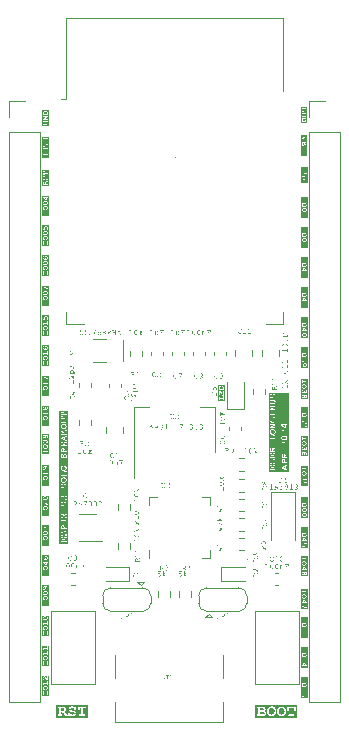
<source format=gbr>
%TF.GenerationSoftware,KiCad,Pcbnew,7.0.7*%
%TF.CreationDate,2024-04-13T12:00:14-04:00*%
%TF.ProjectId,ESP32_S2_Breakout,45535033-325f-4533-925f-427265616b6f,rev?*%
%TF.SameCoordinates,Original*%
%TF.FileFunction,Legend,Top*%
%TF.FilePolarity,Positive*%
%FSLAX46Y46*%
G04 Gerber Fmt 4.6, Leading zero omitted, Abs format (unit mm)*
G04 Created by KiCad (PCBNEW 7.0.7) date 2024-04-13 12:00:14*
%MOMM*%
%LPD*%
G01*
G04 APERTURE LIST*
%ADD10C,0.020000*%
%ADD11C,0.120000*%
%ADD12C,0.150000*%
%ADD13C,0.125000*%
%ADD14C,0.100000*%
%ADD15C,0.062500*%
%ADD16C,0.200000*%
G04 APERTURE END LIST*
D10*
G36*
X128315158Y-121725777D02*
G01*
X128322335Y-121726232D01*
X128329351Y-121726991D01*
X128336205Y-121728053D01*
X128342898Y-121729418D01*
X128349430Y-121731087D01*
X128355801Y-121733059D01*
X128362011Y-121735334D01*
X128368059Y-121737913D01*
X128373946Y-121740795D01*
X128379672Y-121743981D01*
X128385237Y-121747470D01*
X128390640Y-121751262D01*
X128395882Y-121755358D01*
X128400963Y-121759757D01*
X128405883Y-121764460D01*
X128410556Y-121769341D01*
X128414928Y-121774306D01*
X128418998Y-121779355D01*
X128422766Y-121784488D01*
X128426233Y-121789705D01*
X128429399Y-121795006D01*
X128432263Y-121800390D01*
X128434826Y-121805859D01*
X128437087Y-121811412D01*
X128439047Y-121817049D01*
X128440705Y-121822769D01*
X128442061Y-121828574D01*
X128443117Y-121834462D01*
X128443870Y-121840435D01*
X128444323Y-121846491D01*
X128444473Y-121852632D01*
X128444322Y-121858743D01*
X128443867Y-121864773D01*
X128443108Y-121870722D01*
X128442046Y-121876590D01*
X128440681Y-121882377D01*
X128439012Y-121888083D01*
X128437040Y-121893708D01*
X128434765Y-121899252D01*
X128432186Y-121904714D01*
X128429304Y-121910096D01*
X128426118Y-121915396D01*
X128422629Y-121920615D01*
X128418836Y-121925753D01*
X128414741Y-121930810D01*
X128410341Y-121935786D01*
X128405639Y-121940681D01*
X128400706Y-121945369D01*
X128395615Y-121949755D01*
X128390367Y-121953837D01*
X128384962Y-121957618D01*
X128379399Y-121961096D01*
X128373679Y-121964272D01*
X128367802Y-121967145D01*
X128361767Y-121969716D01*
X128355574Y-121971984D01*
X128349224Y-121973950D01*
X128342717Y-121975613D01*
X128336052Y-121976974D01*
X128329230Y-121978033D01*
X128322251Y-121978789D01*
X128315114Y-121979243D01*
X128307819Y-121979394D01*
X128300539Y-121979243D01*
X128293415Y-121978789D01*
X128286446Y-121978033D01*
X128279632Y-121976974D01*
X128272974Y-121975613D01*
X128266472Y-121973950D01*
X128260125Y-121971984D01*
X128253933Y-121969716D01*
X128247897Y-121967145D01*
X128242017Y-121964272D01*
X128236292Y-121961096D01*
X128230723Y-121957618D01*
X128225309Y-121953837D01*
X128220050Y-121949755D01*
X128214948Y-121945369D01*
X128210000Y-121940681D01*
X128205268Y-121935786D01*
X128200841Y-121930810D01*
X128196719Y-121925753D01*
X128192903Y-121920615D01*
X128189392Y-121915396D01*
X128186187Y-121910096D01*
X128183286Y-121904714D01*
X128180691Y-121899252D01*
X128178401Y-121893708D01*
X128176417Y-121888083D01*
X128174738Y-121882377D01*
X128173364Y-121876590D01*
X128172295Y-121870722D01*
X128171532Y-121864773D01*
X128171074Y-121858743D01*
X128170921Y-121852632D01*
X128171073Y-121846491D01*
X128171528Y-121840435D01*
X128172287Y-121834462D01*
X128173349Y-121828574D01*
X128174714Y-121822769D01*
X128176382Y-121817049D01*
X128178355Y-121811412D01*
X128180630Y-121805859D01*
X128183209Y-121800390D01*
X128186091Y-121795006D01*
X128189277Y-121789705D01*
X128192766Y-121784488D01*
X128196558Y-121779355D01*
X128200654Y-121774306D01*
X128205053Y-121769341D01*
X128209756Y-121764460D01*
X128214690Y-121759757D01*
X128219783Y-121755358D01*
X128225036Y-121751262D01*
X128230448Y-121747470D01*
X128236019Y-121743981D01*
X128241750Y-121740795D01*
X128247640Y-121737913D01*
X128253689Y-121735334D01*
X128259898Y-121733059D01*
X128266266Y-121731087D01*
X128272793Y-121729418D01*
X128279480Y-121728053D01*
X128286326Y-121726991D01*
X128293331Y-121726232D01*
X128300496Y-121725777D01*
X128307819Y-121725625D01*
X128315158Y-121725777D01*
G37*
G36*
X128335053Y-121501899D02*
G01*
X128170189Y-121399928D01*
X128335053Y-121399928D01*
X128335053Y-121501899D01*
G37*
G36*
X128384937Y-120913225D02*
G01*
X128390159Y-120913611D01*
X128395167Y-120914327D01*
X128401509Y-120915796D01*
X128407471Y-120917853D01*
X128413050Y-120920498D01*
X128418248Y-120923730D01*
X128423064Y-120927551D01*
X128427498Y-120931958D01*
X128431477Y-120936879D01*
X128434925Y-120942300D01*
X128437163Y-120946694D01*
X128439102Y-120951369D01*
X128440743Y-120956326D01*
X128442086Y-120961563D01*
X128443131Y-120967082D01*
X128443877Y-120972882D01*
X128444324Y-120978963D01*
X128444473Y-120985325D01*
X128444418Y-120989599D01*
X128444130Y-120995776D01*
X128443596Y-121001674D01*
X128442814Y-121007294D01*
X128441785Y-121012634D01*
X128440510Y-121017695D01*
X128438987Y-121022477D01*
X128436574Y-121028419D01*
X128433721Y-121033865D01*
X128430429Y-121038815D01*
X128428564Y-121041120D01*
X128424263Y-121045551D01*
X128420539Y-121048716D01*
X128416387Y-121051746D01*
X128411809Y-121054641D01*
X128406803Y-121057400D01*
X128401370Y-121060025D01*
X128395510Y-121062514D01*
X128389223Y-121064868D01*
X128382509Y-121067086D01*
X128377795Y-121068490D01*
X128373489Y-121066488D01*
X128367256Y-121063361D01*
X128361293Y-121060087D01*
X128355601Y-121056664D01*
X128350179Y-121053093D01*
X128345028Y-121049374D01*
X128340147Y-121045506D01*
X128335537Y-121041491D01*
X128331197Y-121037328D01*
X128327128Y-121033016D01*
X128323329Y-121028556D01*
X128319837Y-121024025D01*
X128316689Y-121019546D01*
X128313884Y-121015118D01*
X128311422Y-121010742D01*
X128308674Y-121004987D01*
X128306537Y-120999324D01*
X128305011Y-120993752D01*
X128304095Y-120988272D01*
X128303789Y-120982883D01*
X128303811Y-120981217D01*
X128304135Y-120976279D01*
X128304847Y-120971433D01*
X128306401Y-120965117D01*
X128308020Y-120960487D01*
X128310028Y-120955949D01*
X128312424Y-120951503D01*
X128315208Y-120947150D01*
X128318382Y-120942890D01*
X128321943Y-120938721D01*
X128325893Y-120934645D01*
X128328700Y-120932042D01*
X128333075Y-120928453D01*
X128337648Y-120925242D01*
X128342418Y-120922408D01*
X128347385Y-120919952D01*
X128352550Y-120917874D01*
X128357912Y-120916174D01*
X128363472Y-120914852D01*
X128369229Y-120913907D01*
X128375184Y-120913341D01*
X128381337Y-120913152D01*
X128384937Y-120913225D01*
G37*
G36*
X128586244Y-122497665D02*
G01*
X127997887Y-122497665D01*
X127997887Y-122379219D01*
X128108395Y-122379219D01*
X128108481Y-122383854D01*
X128108863Y-122389637D01*
X128109550Y-122394965D01*
X128110838Y-122400987D01*
X128112603Y-122406300D01*
X128114845Y-122410903D01*
X128118165Y-122415489D01*
X128119395Y-122416791D01*
X128123370Y-122420191D01*
X128127775Y-122422836D01*
X128132610Y-122424725D01*
X128137873Y-122425858D01*
X128143566Y-122426236D01*
X128145512Y-122426194D01*
X128151069Y-122425564D01*
X128156205Y-122424179D01*
X128160921Y-122422038D01*
X128165216Y-122419142D01*
X128169090Y-122415489D01*
X128171869Y-122411738D01*
X128174177Y-122407277D01*
X128176014Y-122402107D01*
X128177380Y-122396227D01*
X128178134Y-122391012D01*
X128178586Y-122385343D01*
X128178737Y-122379219D01*
X128178737Y-122308145D01*
X128436658Y-122308145D01*
X128436658Y-122379219D01*
X128436743Y-122383854D01*
X128437125Y-122389637D01*
X128437812Y-122394965D01*
X128439100Y-122400987D01*
X128440865Y-122406300D01*
X128443107Y-122410903D01*
X128446427Y-122415489D01*
X128447657Y-122416791D01*
X128451633Y-122420191D01*
X128456038Y-122422836D01*
X128460872Y-122424725D01*
X128466136Y-122425858D01*
X128471829Y-122426236D01*
X128473774Y-122426194D01*
X128479331Y-122425564D01*
X128484468Y-122424179D01*
X128489183Y-122422038D01*
X128493478Y-122419142D01*
X128497352Y-122415489D01*
X128500131Y-122411738D01*
X128502440Y-122407277D01*
X128504277Y-122402107D01*
X128505643Y-122396227D01*
X128506397Y-122391012D01*
X128506849Y-122385343D01*
X128507000Y-122379219D01*
X128507000Y-122166606D01*
X128506915Y-122161972D01*
X128506538Y-122156194D01*
X128505860Y-122150874D01*
X128504588Y-122144868D01*
X128502845Y-122139578D01*
X128500631Y-122135003D01*
X128497352Y-122130458D01*
X128496107Y-122129142D01*
X128492093Y-122125703D01*
X128487658Y-122123028D01*
X128482802Y-122121118D01*
X128477526Y-122119971D01*
X128471829Y-122119589D01*
X128469883Y-122119632D01*
X128464333Y-122120268D01*
X128459213Y-122121670D01*
X128454522Y-122123835D01*
X128450260Y-122126764D01*
X128446427Y-122130458D01*
X128443613Y-122134174D01*
X128441275Y-122138606D01*
X128439415Y-122143753D01*
X128438031Y-122149616D01*
X128437268Y-122154821D01*
X128436810Y-122160485D01*
X128436658Y-122166606D01*
X128436658Y-122237681D01*
X128178737Y-122237681D01*
X128178737Y-122166606D01*
X128178652Y-122161972D01*
X128178275Y-122156194D01*
X128177597Y-122150874D01*
X128176325Y-122144868D01*
X128174582Y-122139578D01*
X128172368Y-122135003D01*
X128169090Y-122130458D01*
X128167845Y-122129142D01*
X128163831Y-122125703D01*
X128159396Y-122123028D01*
X128154540Y-122121118D01*
X128149263Y-122119971D01*
X128143566Y-122119589D01*
X128141621Y-122119632D01*
X128136071Y-122120268D01*
X128130950Y-122121670D01*
X128126259Y-122123835D01*
X128121997Y-122126764D01*
X128118165Y-122130458D01*
X128115350Y-122134174D01*
X128113013Y-122138606D01*
X128111152Y-122143753D01*
X128109769Y-122149616D01*
X128109006Y-122154821D01*
X128108548Y-122160485D01*
X128108395Y-122166606D01*
X128108395Y-122379219D01*
X127997887Y-122379219D01*
X127997887Y-121852632D01*
X128100579Y-121852632D01*
X128100771Y-121861386D01*
X128101346Y-121870032D01*
X128102305Y-121878571D01*
X128103648Y-121887001D01*
X128105374Y-121895324D01*
X128107483Y-121903539D01*
X128109976Y-121911646D01*
X128112853Y-121919646D01*
X128116113Y-121927537D01*
X128119756Y-121935321D01*
X128123783Y-121942997D01*
X128128194Y-121950565D01*
X128132988Y-121958026D01*
X128138166Y-121965378D01*
X128143727Y-121972623D01*
X128149672Y-121979760D01*
X128153531Y-121984073D01*
X128157460Y-121988249D01*
X128161458Y-121992287D01*
X128165527Y-121996189D01*
X128169665Y-121999954D01*
X128173874Y-122003582D01*
X128178152Y-122007074D01*
X128182500Y-122010428D01*
X128186918Y-122013645D01*
X128191406Y-122016726D01*
X128195964Y-122019669D01*
X128200591Y-122022476D01*
X128205289Y-122025146D01*
X128210056Y-122027678D01*
X128214893Y-122030074D01*
X128219800Y-122032333D01*
X128224777Y-122034456D01*
X128229824Y-122036441D01*
X128234941Y-122038289D01*
X128240128Y-122040000D01*
X128245385Y-122041575D01*
X128250711Y-122043012D01*
X128256107Y-122044313D01*
X128261574Y-122045477D01*
X128267110Y-122046504D01*
X128272716Y-122047393D01*
X128278392Y-122048146D01*
X128284137Y-122048763D01*
X128289953Y-122049242D01*
X128295839Y-122049584D01*
X128301794Y-122049789D01*
X128307819Y-122049858D01*
X128313845Y-122049789D01*
X128319799Y-122049584D01*
X128325684Y-122049242D01*
X128331498Y-122048763D01*
X128337241Y-122048146D01*
X128342915Y-122047393D01*
X128348517Y-122046504D01*
X128354050Y-122045477D01*
X128359512Y-122044313D01*
X128364904Y-122043012D01*
X128370226Y-122041575D01*
X128375477Y-122040000D01*
X128380657Y-122038289D01*
X128385768Y-122036441D01*
X128390808Y-122034456D01*
X128395777Y-122032333D01*
X128400677Y-122030074D01*
X128405506Y-122027678D01*
X128410264Y-122025146D01*
X128414952Y-122022476D01*
X128419570Y-122019669D01*
X128424118Y-122016726D01*
X128428595Y-122013645D01*
X128433002Y-122010428D01*
X128437338Y-122007074D01*
X128441604Y-122003582D01*
X128445800Y-121999954D01*
X128449925Y-121996189D01*
X128453980Y-121992287D01*
X128457964Y-121988249D01*
X128461879Y-121984073D01*
X128465722Y-121979760D01*
X128471667Y-121972623D01*
X128477229Y-121965378D01*
X128482406Y-121958026D01*
X128487201Y-121950565D01*
X128491611Y-121942997D01*
X128495638Y-121935321D01*
X128499282Y-121927537D01*
X128502542Y-121919646D01*
X128505419Y-121911646D01*
X128507912Y-121903539D01*
X128510021Y-121895324D01*
X128511747Y-121887001D01*
X128513089Y-121878571D01*
X128514048Y-121870032D01*
X128514624Y-121861386D01*
X128514815Y-121852632D01*
X128514585Y-121842920D01*
X128513894Y-121833354D01*
X128512742Y-121823934D01*
X128511129Y-121814660D01*
X128509055Y-121805532D01*
X128506521Y-121796549D01*
X128503525Y-121787713D01*
X128500069Y-121779023D01*
X128496152Y-121770479D01*
X128491774Y-121762081D01*
X128486936Y-121753828D01*
X128481636Y-121745722D01*
X128478814Y-121741724D01*
X128475876Y-121737762D01*
X128472823Y-121733836D01*
X128469655Y-121729947D01*
X128466372Y-121726095D01*
X128462973Y-121722279D01*
X128459460Y-121718500D01*
X128455831Y-121714757D01*
X128452107Y-121711090D01*
X128448326Y-121707540D01*
X128444486Y-121704106D01*
X128440588Y-121700789D01*
X128436632Y-121697588D01*
X128432618Y-121694504D01*
X128428546Y-121691535D01*
X128424415Y-121688684D01*
X128420226Y-121685948D01*
X128415979Y-121683329D01*
X128411674Y-121680827D01*
X128407310Y-121678441D01*
X128402889Y-121676171D01*
X128398409Y-121674018D01*
X128393871Y-121671981D01*
X128389274Y-121670060D01*
X128384620Y-121668256D01*
X128379907Y-121666568D01*
X128375137Y-121664997D01*
X128370307Y-121663542D01*
X128365420Y-121662203D01*
X128360475Y-121660981D01*
X128355471Y-121659875D01*
X128350409Y-121658886D01*
X128345289Y-121658013D01*
X128340111Y-121657257D01*
X128334875Y-121656616D01*
X128329580Y-121656093D01*
X128324227Y-121655685D01*
X128318816Y-121655394D01*
X128313347Y-121655220D01*
X128307819Y-121655161D01*
X128302277Y-121655220D01*
X128296794Y-121655394D01*
X128291369Y-121655685D01*
X128286004Y-121656093D01*
X128280697Y-121656616D01*
X128275449Y-121657257D01*
X128270260Y-121658013D01*
X128265130Y-121658886D01*
X128260059Y-121659875D01*
X128255047Y-121660981D01*
X128250094Y-121662203D01*
X128245200Y-121663542D01*
X128240364Y-121664997D01*
X128235588Y-121666568D01*
X128230870Y-121668256D01*
X128226212Y-121670060D01*
X128221612Y-121671981D01*
X128217071Y-121674018D01*
X128212589Y-121676171D01*
X128208166Y-121678441D01*
X128203802Y-121680827D01*
X128199497Y-121683329D01*
X128195251Y-121685948D01*
X128191064Y-121688684D01*
X128186935Y-121691535D01*
X128182866Y-121694504D01*
X128178855Y-121697588D01*
X128174904Y-121700789D01*
X128171011Y-121704106D01*
X128167177Y-121707540D01*
X128163402Y-121711090D01*
X128159686Y-121714757D01*
X128156050Y-121718500D01*
X128152529Y-121722279D01*
X128149123Y-121726095D01*
X128145833Y-121729947D01*
X128142658Y-121733836D01*
X128139599Y-121737762D01*
X128136655Y-121741724D01*
X128133827Y-121745722D01*
X128128517Y-121753828D01*
X128123668Y-121762081D01*
X128119281Y-121770479D01*
X128115356Y-121779023D01*
X128111893Y-121787713D01*
X128108891Y-121796549D01*
X128106352Y-121805532D01*
X128104274Y-121814660D01*
X128102657Y-121823934D01*
X128101503Y-121833354D01*
X128100810Y-121842920D01*
X128100579Y-121852632D01*
X127997887Y-121852632D01*
X127997887Y-121422642D01*
X128077132Y-121422642D01*
X128346776Y-121591292D01*
X128405394Y-121591292D01*
X128405394Y-121399928D01*
X128436658Y-121399928D01*
X128436658Y-121427405D01*
X128436743Y-121432040D01*
X128437125Y-121437823D01*
X128437812Y-121443151D01*
X128439100Y-121449173D01*
X128440865Y-121454485D01*
X128443107Y-121459088D01*
X128446427Y-121463675D01*
X128447657Y-121464976D01*
X128451633Y-121468377D01*
X128456038Y-121471021D01*
X128460872Y-121472910D01*
X128466136Y-121474044D01*
X128471829Y-121474422D01*
X128473774Y-121474380D01*
X128479331Y-121473750D01*
X128484468Y-121472365D01*
X128489183Y-121470224D01*
X128493478Y-121467327D01*
X128497352Y-121463675D01*
X128500131Y-121459924D01*
X128502440Y-121455463D01*
X128504277Y-121450292D01*
X128505643Y-121444412D01*
X128506397Y-121439197D01*
X128506849Y-121433528D01*
X128507000Y-121427405D01*
X128507000Y-121333005D01*
X128506915Y-121328370D01*
X128506538Y-121322587D01*
X128505860Y-121317259D01*
X128504588Y-121311237D01*
X128502845Y-121305925D01*
X128500631Y-121301322D01*
X128497352Y-121296735D01*
X128496107Y-121295419D01*
X128492093Y-121291980D01*
X128487658Y-121289305D01*
X128482802Y-121287395D01*
X128477526Y-121286248D01*
X128471829Y-121285866D01*
X128469883Y-121285908D01*
X128464333Y-121286538D01*
X128459213Y-121287923D01*
X128454522Y-121290064D01*
X128450260Y-121292961D01*
X128446427Y-121296613D01*
X128444681Y-121298708D01*
X128441705Y-121303517D01*
X128439749Y-121308153D01*
X128438270Y-121313363D01*
X128437268Y-121319144D01*
X128436810Y-121324182D01*
X128436658Y-121329586D01*
X128405394Y-121329586D01*
X128405385Y-121328223D01*
X128405159Y-121322988D01*
X128404452Y-121316932D01*
X128403275Y-121311420D01*
X128401626Y-121306449D01*
X128399026Y-121301202D01*
X128395747Y-121296735D01*
X128394502Y-121295419D01*
X128390488Y-121291980D01*
X128386053Y-121289305D01*
X128381197Y-121287395D01*
X128375921Y-121286248D01*
X128370224Y-121285866D01*
X128368278Y-121285908D01*
X128362728Y-121286538D01*
X128357608Y-121287923D01*
X128352917Y-121290064D01*
X128348655Y-121292961D01*
X128344822Y-121296613D01*
X128343076Y-121298708D01*
X128340100Y-121303517D01*
X128338144Y-121308153D01*
X128336665Y-121313363D01*
X128335663Y-121319144D01*
X128335205Y-121324182D01*
X128335053Y-121329586D01*
X128077132Y-121329586D01*
X128077132Y-121399928D01*
X128077132Y-121422642D01*
X127997887Y-121422642D01*
X127997887Y-120925608D01*
X128069316Y-120925608D01*
X128069424Y-120932365D01*
X128069748Y-120939080D01*
X128070287Y-120945752D01*
X128071041Y-120952383D01*
X128072012Y-120958972D01*
X128073197Y-120965519D01*
X128074599Y-120972024D01*
X128076216Y-120978487D01*
X128078049Y-120984908D01*
X128080097Y-120991286D01*
X128082361Y-120997623D01*
X128084841Y-121003918D01*
X128087536Y-121010171D01*
X128090447Y-121016382D01*
X128093574Y-121022551D01*
X128096916Y-121028678D01*
X128100453Y-121034720D01*
X128104167Y-121040662D01*
X128108056Y-121046504D01*
X128112120Y-121052248D01*
X128116360Y-121057892D01*
X128120775Y-121063437D01*
X128125366Y-121068883D01*
X128130133Y-121074230D01*
X128135075Y-121079477D01*
X128140193Y-121084625D01*
X128145486Y-121089674D01*
X128150954Y-121094624D01*
X128156599Y-121099475D01*
X128162419Y-121104226D01*
X128168414Y-121108878D01*
X128174585Y-121113431D01*
X128180943Y-121117793D01*
X128187499Y-121121874D01*
X128194254Y-121125674D01*
X128201207Y-121129192D01*
X128208359Y-121132429D01*
X128215709Y-121135384D01*
X128223258Y-121138058D01*
X128231005Y-121140450D01*
X128238951Y-121142561D01*
X128247095Y-121144390D01*
X128255437Y-121145938D01*
X128263978Y-121147205D01*
X128272717Y-121148190D01*
X128281655Y-121148894D01*
X128290791Y-121149316D01*
X128300126Y-121149457D01*
X128307957Y-121149386D01*
X128315696Y-121149172D01*
X128323344Y-121148817D01*
X128330900Y-121148319D01*
X128338365Y-121147680D01*
X128345738Y-121146898D01*
X128353020Y-121145974D01*
X128360210Y-121144908D01*
X128367308Y-121143699D01*
X128374315Y-121142349D01*
X128381230Y-121140856D01*
X128388053Y-121139221D01*
X128394785Y-121137444D01*
X128401426Y-121135525D01*
X128407974Y-121133464D01*
X128414431Y-121131260D01*
X128420724Y-121128918D01*
X128426810Y-121126439D01*
X128432688Y-121123823D01*
X128438360Y-121121071D01*
X128443824Y-121118183D01*
X128449082Y-121115158D01*
X128454132Y-121111996D01*
X128458975Y-121108699D01*
X128463612Y-121105264D01*
X128468041Y-121101694D01*
X128472263Y-121097987D01*
X128476278Y-121094143D01*
X128480087Y-121090163D01*
X128483688Y-121086047D01*
X128487082Y-121081794D01*
X128490269Y-121077405D01*
X128493241Y-121072856D01*
X128496022Y-121068154D01*
X128498611Y-121063300D01*
X128501008Y-121058293D01*
X128503213Y-121053133D01*
X128505227Y-121047821D01*
X128507049Y-121042356D01*
X128508679Y-121036739D01*
X128510117Y-121030968D01*
X128511363Y-121025045D01*
X128512418Y-121018970D01*
X128513281Y-121012742D01*
X128513952Y-121006361D01*
X128514432Y-120999827D01*
X128514719Y-120993141D01*
X128514815Y-120986302D01*
X128514672Y-120978136D01*
X128514243Y-120970186D01*
X128513527Y-120962451D01*
X128512525Y-120954932D01*
X128511237Y-120947629D01*
X128509663Y-120940541D01*
X128507803Y-120933669D01*
X128505656Y-120927012D01*
X128503223Y-120920571D01*
X128500504Y-120914346D01*
X128497499Y-120908336D01*
X128494207Y-120902542D01*
X128490630Y-120896964D01*
X128486766Y-120891601D01*
X128482615Y-120886454D01*
X128478179Y-120881522D01*
X128473511Y-120876834D01*
X128468665Y-120872449D01*
X128463642Y-120868366D01*
X128458441Y-120864585D01*
X128453063Y-120861107D01*
X128447507Y-120857932D01*
X128441774Y-120855059D01*
X128435864Y-120852488D01*
X128429776Y-120850220D01*
X128423510Y-120848254D01*
X128417068Y-120846590D01*
X128410447Y-120845229D01*
X128403649Y-120844171D01*
X128396674Y-120843415D01*
X128389522Y-120842961D01*
X128382191Y-120842810D01*
X128374292Y-120842972D01*
X128366560Y-120843460D01*
X128358996Y-120844274D01*
X128351600Y-120845412D01*
X128344372Y-120846876D01*
X128337312Y-120848666D01*
X128330420Y-120850780D01*
X128323695Y-120853221D01*
X128317139Y-120855986D01*
X128310750Y-120859077D01*
X128304530Y-120862493D01*
X128298477Y-120866234D01*
X128292592Y-120870301D01*
X128286876Y-120874693D01*
X128281327Y-120879410D01*
X128275946Y-120884453D01*
X128270799Y-120889697D01*
X128265985Y-120895047D01*
X128261503Y-120900504D01*
X128257353Y-120906069D01*
X128253535Y-120911740D01*
X128250048Y-120917517D01*
X128246894Y-120923402D01*
X128244072Y-120929394D01*
X128241582Y-120935492D01*
X128239424Y-120941698D01*
X128237598Y-120948010D01*
X128236104Y-120954429D01*
X128234942Y-120960955D01*
X128234112Y-120967587D01*
X128233614Y-120974327D01*
X128233448Y-120981173D01*
X128233486Y-120982883D01*
X128233594Y-120987659D01*
X128234035Y-120994049D01*
X128234770Y-121000344D01*
X128235798Y-121006544D01*
X128237121Y-121012648D01*
X128238737Y-121018657D01*
X128240647Y-121024570D01*
X128242851Y-121030388D01*
X128243442Y-121031826D01*
X128246023Y-121037622D01*
X128248186Y-121042020D01*
X128250545Y-121046461D01*
X128253099Y-121050945D01*
X128255849Y-121055471D01*
X128258793Y-121060041D01*
X128261934Y-121064653D01*
X128265269Y-121069309D01*
X128268800Y-121074007D01*
X128272526Y-121078748D01*
X128267903Y-121077686D01*
X128261150Y-121075947D01*
X128254613Y-121074031D01*
X128248293Y-121071940D01*
X128242189Y-121069672D01*
X128236303Y-121067229D01*
X128230633Y-121064609D01*
X128225180Y-121061813D01*
X128219944Y-121058842D01*
X128214925Y-121055694D01*
X128210122Y-121052370D01*
X128205707Y-121049020D01*
X128201438Y-121045596D01*
X128197315Y-121042098D01*
X128193338Y-121038525D01*
X128189507Y-121034877D01*
X128185822Y-121031155D01*
X128182283Y-121027359D01*
X128178890Y-121023488D01*
X128175643Y-121019543D01*
X128172541Y-121015524D01*
X128169586Y-121011430D01*
X128166777Y-121007261D01*
X128164114Y-121003019D01*
X128161596Y-120998702D01*
X128159225Y-120994310D01*
X128157000Y-120989844D01*
X128154900Y-120985350D01*
X128152004Y-120978642D01*
X128149413Y-120971976D01*
X128147127Y-120965350D01*
X128145145Y-120958765D01*
X128143469Y-120952221D01*
X128142097Y-120945718D01*
X128141030Y-120939255D01*
X128140268Y-120932834D01*
X128139811Y-120926453D01*
X128139658Y-120920113D01*
X128139860Y-120916881D01*
X128140919Y-120911937D01*
X128142887Y-120906878D01*
X128145398Y-120902283D01*
X128148248Y-120897615D01*
X128150614Y-120893305D01*
X128152817Y-120888605D01*
X128154507Y-120883773D01*
X128155290Y-120878591D01*
X128155247Y-120876806D01*
X128154603Y-120871646D01*
X128153186Y-120866777D01*
X128150996Y-120862200D01*
X128148034Y-120857916D01*
X128144299Y-120853923D01*
X128142193Y-120852068D01*
X128137711Y-120848905D01*
X128132868Y-120846472D01*
X128127664Y-120844769D01*
X128122100Y-120843796D01*
X128117188Y-120843542D01*
X128114923Y-120843603D01*
X128109478Y-120844285D01*
X128104342Y-120845723D01*
X128099517Y-120847920D01*
X128095002Y-120850873D01*
X128090797Y-120854584D01*
X128086902Y-120859052D01*
X128084772Y-120862088D01*
X128081836Y-120866924D01*
X128079208Y-120872096D01*
X128076890Y-120877605D01*
X128074880Y-120883452D01*
X128073180Y-120889635D01*
X128071789Y-120896156D01*
X128070707Y-120903013D01*
X128069935Y-120910208D01*
X128069591Y-120915191D01*
X128069385Y-120920325D01*
X128069316Y-120925608D01*
X127997887Y-120925608D01*
X127997887Y-120771381D01*
X128586244Y-120771381D01*
X128586244Y-122497665D01*
G37*
G36*
X128333076Y-83225855D02*
G01*
X128339622Y-83226146D01*
X128345929Y-83226685D01*
X128351998Y-83227474D01*
X128357829Y-83228511D01*
X128363421Y-83229798D01*
X128368775Y-83231334D01*
X128373891Y-83233118D01*
X128378769Y-83235152D01*
X128383408Y-83237434D01*
X128387809Y-83239966D01*
X128390632Y-83241775D01*
X128394749Y-83244689D01*
X128398724Y-83247843D01*
X128402557Y-83251237D01*
X128406248Y-83254872D01*
X128409798Y-83258748D01*
X128413206Y-83262864D01*
X128416473Y-83267220D01*
X128419598Y-83271817D01*
X128422581Y-83276654D01*
X128425422Y-83281732D01*
X128428056Y-83287395D01*
X128429800Y-83292063D01*
X128431347Y-83297092D01*
X128432697Y-83302482D01*
X128433849Y-83308232D01*
X128434803Y-83314343D01*
X128435560Y-83320814D01*
X128436120Y-83327646D01*
X128436482Y-83334839D01*
X128436614Y-83339835D01*
X128436658Y-83344990D01*
X128436658Y-83419851D01*
X128178737Y-83419851D01*
X128178737Y-83345723D01*
X128178791Y-83341086D01*
X128179071Y-83334314D01*
X128179592Y-83327764D01*
X128180353Y-83321434D01*
X128181355Y-83315326D01*
X128182597Y-83309439D01*
X128184080Y-83303773D01*
X128185803Y-83298328D01*
X128187766Y-83293104D01*
X128189970Y-83288101D01*
X128192415Y-83283319D01*
X128193292Y-83281767D01*
X128196193Y-83277169D01*
X128199497Y-83272659D01*
X128203205Y-83268238D01*
X128207317Y-83263904D01*
X128211832Y-83259658D01*
X128216751Y-83255500D01*
X128222073Y-83251431D01*
X128227799Y-83247449D01*
X128233928Y-83243555D01*
X128238239Y-83241008D01*
X128242729Y-83238501D01*
X128245690Y-83236963D01*
X128250247Y-83234842D01*
X128254941Y-83232944D01*
X128259772Y-83231270D01*
X128264741Y-83229818D01*
X128269847Y-83228591D01*
X128275091Y-83227586D01*
X128280472Y-83226805D01*
X128285990Y-83226246D01*
X128291646Y-83225912D01*
X128297439Y-83225800D01*
X128328580Y-83225800D01*
X128333076Y-83225855D01*
G37*
G36*
X128586244Y-84433080D02*
G01*
X128029150Y-84433080D01*
X128029150Y-84161739D01*
X128100579Y-84161739D01*
X128100649Y-84167903D01*
X128100857Y-84173986D01*
X128101203Y-84179988D01*
X128101688Y-84185909D01*
X128102312Y-84191748D01*
X128103074Y-84197506D01*
X128103975Y-84203183D01*
X128105014Y-84208778D01*
X128106192Y-84214292D01*
X128107508Y-84219725D01*
X128108963Y-84225076D01*
X128110557Y-84230346D01*
X128112289Y-84235535D01*
X128114160Y-84240642D01*
X128116170Y-84245668D01*
X128118318Y-84250612D01*
X128120604Y-84255476D01*
X128123029Y-84260258D01*
X128125593Y-84264958D01*
X128128295Y-84269577D01*
X128131136Y-84274115D01*
X128134116Y-84278572D01*
X128137234Y-84282947D01*
X128140490Y-84287241D01*
X128143885Y-84291454D01*
X128147419Y-84295585D01*
X128151092Y-84299635D01*
X128154902Y-84303604D01*
X128158852Y-84307491D01*
X128162940Y-84311297D01*
X128167167Y-84315021D01*
X128171532Y-84318665D01*
X128178137Y-84323870D01*
X128184853Y-84328740D01*
X128191681Y-84333273D01*
X128198620Y-84337471D01*
X128205671Y-84341333D01*
X128212834Y-84344860D01*
X128220108Y-84348050D01*
X128227494Y-84350905D01*
X128234992Y-84353423D01*
X128242601Y-84355606D01*
X128250322Y-84357453D01*
X128258154Y-84358965D01*
X128266098Y-84360140D01*
X128274154Y-84360980D01*
X128282321Y-84361483D01*
X128290600Y-84361651D01*
X128338716Y-84361651D01*
X128344103Y-84361583D01*
X128349425Y-84361378D01*
X128354682Y-84361037D01*
X128359874Y-84360560D01*
X128365001Y-84359946D01*
X128370063Y-84359195D01*
X128375061Y-84358309D01*
X128379993Y-84357285D01*
X128384861Y-84356126D01*
X128389664Y-84354830D01*
X128394402Y-84353397D01*
X128399075Y-84351828D01*
X128403683Y-84350123D01*
X128408226Y-84348281D01*
X128412705Y-84346303D01*
X128417118Y-84344188D01*
X128421418Y-84341977D01*
X128427618Y-84338615D01*
X128433521Y-84335197D01*
X128439124Y-84331723D01*
X128444430Y-84328193D01*
X128449437Y-84324607D01*
X128454146Y-84320966D01*
X128458556Y-84317268D01*
X128462668Y-84313515D01*
X128466482Y-84309707D01*
X128469997Y-84305842D01*
X128472202Y-84303187D01*
X128475419Y-84298981D01*
X128478530Y-84294507D01*
X128481533Y-84289765D01*
X128484429Y-84284754D01*
X128487217Y-84279475D01*
X128489899Y-84273928D01*
X128492473Y-84268112D01*
X128494939Y-84262028D01*
X128497298Y-84255676D01*
X128499550Y-84249055D01*
X128501399Y-84243269D01*
X128503128Y-84237421D01*
X128504738Y-84231511D01*
X128506229Y-84225539D01*
X128507600Y-84219505D01*
X128508852Y-84213409D01*
X128509985Y-84207251D01*
X128510999Y-84201031D01*
X128511893Y-84194749D01*
X128512669Y-84188405D01*
X128513325Y-84181999D01*
X128513861Y-84175531D01*
X128514279Y-84169000D01*
X128514577Y-84162408D01*
X128514756Y-84155754D01*
X128514815Y-84149038D01*
X128514780Y-84144205D01*
X128514595Y-84137033D01*
X128514250Y-84129956D01*
X128513747Y-84122974D01*
X128513086Y-84116086D01*
X128512265Y-84109293D01*
X128511285Y-84102594D01*
X128510147Y-84095989D01*
X128508849Y-84089479D01*
X128507393Y-84083063D01*
X128505778Y-84076742D01*
X128504588Y-84072504D01*
X128502576Y-84065937D01*
X128500290Y-84059118D01*
X128498616Y-84054433D01*
X128496820Y-84049637D01*
X128494902Y-84044729D01*
X128492864Y-84039709D01*
X128490704Y-84034577D01*
X128488424Y-84029334D01*
X128486022Y-84023979D01*
X128483499Y-84018513D01*
X128480855Y-84012935D01*
X128478089Y-84007245D01*
X128475203Y-84001444D01*
X128472195Y-83995531D01*
X128381947Y-83995531D01*
X128381712Y-83990990D01*
X128380807Y-83986044D01*
X128378895Y-83980968D01*
X128376059Y-83976641D01*
X128372300Y-83973061D01*
X128367739Y-83970158D01*
X128362606Y-83967969D01*
X128357750Y-83966659D01*
X128352473Y-83965873D01*
X128346776Y-83965612D01*
X128344831Y-83965654D01*
X128339281Y-83966291D01*
X128334160Y-83967692D01*
X128329469Y-83969857D01*
X128325207Y-83972787D01*
X128321375Y-83976480D01*
X128318560Y-83980232D01*
X128316223Y-83984692D01*
X128314362Y-83989863D01*
X128312979Y-83995743D01*
X128312216Y-84000958D01*
X128311758Y-84006627D01*
X128311605Y-84012750D01*
X128311605Y-84137681D01*
X128311758Y-84143832D01*
X128312216Y-84149526D01*
X128312979Y-84154762D01*
X128314048Y-84159540D01*
X128315813Y-84164869D01*
X128318055Y-84169482D01*
X128321375Y-84174073D01*
X128322605Y-84175374D01*
X128326580Y-84178774D01*
X128330985Y-84181419D01*
X128335820Y-84183308D01*
X128341083Y-84184442D01*
X128346776Y-84184819D01*
X128348722Y-84184777D01*
X128354279Y-84184148D01*
X128359415Y-84182762D01*
X128364131Y-84180622D01*
X128368426Y-84177725D01*
X128372300Y-84174073D01*
X128375578Y-84169482D01*
X128377792Y-84164869D01*
X128379535Y-84159540D01*
X128380590Y-84154762D01*
X128381344Y-84149526D01*
X128381796Y-84143832D01*
X128381947Y-84137681D01*
X128381947Y-84065995D01*
X128430185Y-84065995D01*
X128431915Y-84071006D01*
X128433534Y-84076084D01*
X128435041Y-84081229D01*
X128436436Y-84086443D01*
X128437720Y-84091724D01*
X128438892Y-84097073D01*
X128439952Y-84102490D01*
X128440901Y-84107975D01*
X128441738Y-84113527D01*
X128442464Y-84119147D01*
X128443078Y-84124834D01*
X128443580Y-84130590D01*
X128443971Y-84136413D01*
X128444250Y-84142304D01*
X128444418Y-84148263D01*
X128444473Y-84154289D01*
X128444367Y-84163068D01*
X128444050Y-84171546D01*
X128443520Y-84179723D01*
X128442779Y-84187598D01*
X128441826Y-84195171D01*
X128440661Y-84202443D01*
X128439284Y-84209414D01*
X128437696Y-84216083D01*
X128435895Y-84222450D01*
X128433883Y-84228516D01*
X128431659Y-84234281D01*
X128429223Y-84239744D01*
X128426576Y-84244905D01*
X128423717Y-84249765D01*
X128420645Y-84254324D01*
X128417362Y-84258581D01*
X128413875Y-84262544D01*
X128410192Y-84266252D01*
X128406311Y-84269703D01*
X128402235Y-84272900D01*
X128397961Y-84275840D01*
X128393491Y-84278525D01*
X128388825Y-84280954D01*
X128383962Y-84283127D01*
X128378903Y-84285045D01*
X128373647Y-84286707D01*
X128368194Y-84288113D01*
X128362545Y-84289264D01*
X128356700Y-84290159D01*
X128350657Y-84290798D01*
X128344419Y-84291181D01*
X128337983Y-84291309D01*
X128291089Y-84291309D01*
X128286820Y-84291237D01*
X128280493Y-84290856D01*
X128274259Y-84290149D01*
X128268117Y-84289116D01*
X128262067Y-84287756D01*
X128256110Y-84286071D01*
X128250245Y-84284058D01*
X128244472Y-84281720D01*
X128238792Y-84279055D01*
X128233204Y-84276064D01*
X128227708Y-84272747D01*
X128222389Y-84269236D01*
X128217377Y-84265666D01*
X128212671Y-84262035D01*
X128208273Y-84258344D01*
X128204182Y-84254593D01*
X128200398Y-84250782D01*
X128196921Y-84246911D01*
X128193750Y-84242980D01*
X128190001Y-84237645D01*
X128186797Y-84232203D01*
X128183960Y-84226313D01*
X128181402Y-84220230D01*
X128179123Y-84213954D01*
X128177123Y-84207484D01*
X128175402Y-84200822D01*
X128173960Y-84193966D01*
X128172797Y-84186917D01*
X128171914Y-84179675D01*
X128171479Y-84174740D01*
X128171169Y-84169718D01*
X128170983Y-84164611D01*
X128170921Y-84159418D01*
X128170951Y-84155777D01*
X128171106Y-84150402D01*
X128171395Y-84145130D01*
X128171816Y-84139961D01*
X128172371Y-84134895D01*
X128173058Y-84129932D01*
X128173879Y-84125072D01*
X128175180Y-84118752D01*
X128176718Y-84112615D01*
X128178493Y-84106662D01*
X128179932Y-84102368D01*
X128181911Y-84097034D01*
X128183958Y-84092146D01*
X128186614Y-84086664D01*
X128189377Y-84081880D01*
X128192248Y-84077794D01*
X128195834Y-84073811D01*
X128199589Y-84070956D01*
X128204027Y-84068584D01*
X128208687Y-84066643D01*
X128214137Y-84064789D01*
X128219281Y-84063309D01*
X128223424Y-84062114D01*
X128228915Y-84060194D01*
X128233539Y-84058118D01*
X128237838Y-84055502D01*
X128241630Y-84051829D01*
X128243376Y-84049547D01*
X128245871Y-84045296D01*
X128247653Y-84040718D01*
X128248723Y-84035813D01*
X128249079Y-84030580D01*
X128249037Y-84028664D01*
X128248400Y-84023184D01*
X128246999Y-84018108D01*
X128244833Y-84013435D01*
X128241904Y-84009166D01*
X128238210Y-84005301D01*
X128233573Y-84001981D01*
X128228922Y-83999739D01*
X128223556Y-83997974D01*
X128218747Y-83996905D01*
X128213481Y-83996142D01*
X128207756Y-83995684D01*
X128201574Y-83995531D01*
X128155534Y-83995531D01*
X128149355Y-83995682D01*
X128143642Y-83996134D01*
X128138395Y-83996888D01*
X128133613Y-83997943D01*
X128128291Y-83999686D01*
X128123696Y-84001900D01*
X128119142Y-84005179D01*
X128117841Y-84006393D01*
X128114440Y-84010316D01*
X128111795Y-84014659D01*
X128109906Y-84019423D01*
X128108773Y-84024608D01*
X128108395Y-84030214D01*
X128109219Y-84035273D01*
X128111692Y-84040375D01*
X128115013Y-84044659D01*
X128118493Y-84048108D01*
X128122706Y-84051576D01*
X128127652Y-84055063D01*
X128131842Y-84057691D01*
X128129919Y-84060617D01*
X128127148Y-84065046D01*
X128124515Y-84069522D01*
X128122019Y-84074045D01*
X128119661Y-84078615D01*
X128117440Y-84083232D01*
X128115356Y-84087897D01*
X128113410Y-84092609D01*
X128111601Y-84097368D01*
X128109929Y-84102175D01*
X128108395Y-84107028D01*
X128107449Y-84110276D01*
X128106144Y-84115190D01*
X128104976Y-84120156D01*
X128103945Y-84125174D01*
X128103052Y-84130243D01*
X128102297Y-84135363D01*
X128101678Y-84140535D01*
X128101198Y-84145759D01*
X128100854Y-84151034D01*
X128100648Y-84156360D01*
X128100579Y-84161739D01*
X128029150Y-84161739D01*
X128029150Y-83922381D01*
X128108395Y-83922381D01*
X128108481Y-83927016D01*
X128108863Y-83932798D01*
X128109550Y-83938127D01*
X128110838Y-83944149D01*
X128112603Y-83949461D01*
X128114845Y-83954064D01*
X128118165Y-83958651D01*
X128119395Y-83959952D01*
X128123370Y-83963352D01*
X128127775Y-83965997D01*
X128132610Y-83967886D01*
X128137873Y-83969019D01*
X128143566Y-83969397D01*
X128145512Y-83969355D01*
X128151069Y-83968726D01*
X128156205Y-83967340D01*
X128160921Y-83965199D01*
X128165216Y-83962303D01*
X128169090Y-83958651D01*
X128171869Y-83954899D01*
X128174177Y-83950438D01*
X128176014Y-83945268D01*
X128177380Y-83939388D01*
X128178134Y-83934173D01*
X128178586Y-83928504D01*
X128178737Y-83922381D01*
X128178737Y-83911390D01*
X128436658Y-83911390D01*
X128436667Y-83912768D01*
X128436896Y-83918055D01*
X128437612Y-83924160D01*
X128438804Y-83929704D01*
X128440474Y-83934688D01*
X128443107Y-83939929D01*
X128446427Y-83944362D01*
X128447657Y-83945649D01*
X128451633Y-83949011D01*
X128456038Y-83951625D01*
X128460872Y-83953493D01*
X128466136Y-83954613D01*
X128471829Y-83954987D01*
X128473774Y-83954945D01*
X128479331Y-83954315D01*
X128484468Y-83952930D01*
X128489183Y-83950789D01*
X128493478Y-83947892D01*
X128497352Y-83944240D01*
X128500131Y-83940489D01*
X128502440Y-83936028D01*
X128504277Y-83930858D01*
X128505643Y-83924978D01*
X128506397Y-83919763D01*
X128506849Y-83914093D01*
X128507000Y-83907970D01*
X128507000Y-83815524D01*
X128506915Y-83810890D01*
X128506538Y-83805112D01*
X128505860Y-83799793D01*
X128504588Y-83793787D01*
X128502845Y-83788496D01*
X128500631Y-83783922D01*
X128497352Y-83779376D01*
X128496107Y-83778060D01*
X128492093Y-83774621D01*
X128487658Y-83771946D01*
X128482802Y-83770036D01*
X128477526Y-83768890D01*
X128471829Y-83768508D01*
X128469883Y-83768550D01*
X128464333Y-83769187D01*
X128459213Y-83770588D01*
X128454522Y-83772753D01*
X128450260Y-83775683D01*
X128446427Y-83779376D01*
X128443613Y-83783092D01*
X128441275Y-83787524D01*
X128439415Y-83792671D01*
X128438031Y-83798534D01*
X128437268Y-83803740D01*
X128436810Y-83809403D01*
X128436658Y-83815524D01*
X128436658Y-83840926D01*
X128235646Y-83840926D01*
X128507000Y-83659942D01*
X128507000Y-83590210D01*
X128178737Y-83590210D01*
X128178728Y-83588847D01*
X128178502Y-83583618D01*
X128177795Y-83577581D01*
X128176617Y-83572098D01*
X128174969Y-83567169D01*
X128172368Y-83561987D01*
X128169090Y-83557604D01*
X128167845Y-83556317D01*
X128163831Y-83552956D01*
X128159396Y-83550341D01*
X128154540Y-83548473D01*
X128149263Y-83547353D01*
X128143566Y-83546979D01*
X128141621Y-83547022D01*
X128136071Y-83547659D01*
X128130950Y-83549060D01*
X128126259Y-83551225D01*
X128121997Y-83554154D01*
X128118165Y-83557848D01*
X128115350Y-83561564D01*
X128113013Y-83565996D01*
X128111152Y-83571143D01*
X128109769Y-83577006D01*
X128109006Y-83582211D01*
X128108548Y-83587875D01*
X128108395Y-83593996D01*
X128108395Y-83686320D01*
X128108548Y-83692472D01*
X128109006Y-83698166D01*
X128109769Y-83703402D01*
X128110838Y-83708180D01*
X128112603Y-83713508D01*
X128114845Y-83718121D01*
X128118165Y-83722712D01*
X128119395Y-83724013D01*
X128123370Y-83727414D01*
X128127775Y-83730058D01*
X128132610Y-83731947D01*
X128137873Y-83733081D01*
X128143566Y-83733459D01*
X128145512Y-83733417D01*
X128151069Y-83732787D01*
X128156205Y-83731402D01*
X128160921Y-83729261D01*
X128165216Y-83726364D01*
X128169090Y-83722712D01*
X128172368Y-83718121D01*
X128174582Y-83713508D01*
X128176325Y-83708180D01*
X128177380Y-83703402D01*
X128178134Y-83698166D01*
X128178586Y-83692472D01*
X128178737Y-83686320D01*
X128178737Y-83660919D01*
X128378772Y-83660919D01*
X128108395Y-83840926D01*
X128108395Y-83922381D01*
X128029150Y-83922381D01*
X128029150Y-83486773D01*
X128108395Y-83486773D01*
X128108481Y-83491408D01*
X128108863Y-83497191D01*
X128109550Y-83502520D01*
X128110838Y-83508542D01*
X128112603Y-83513854D01*
X128114845Y-83518457D01*
X128118165Y-83523043D01*
X128119395Y-83524345D01*
X128123370Y-83527745D01*
X128127775Y-83530390D01*
X128132610Y-83532279D01*
X128137873Y-83533412D01*
X128143566Y-83533790D01*
X128145512Y-83533749D01*
X128151069Y-83533126D01*
X128156205Y-83531757D01*
X128160921Y-83529640D01*
X128165216Y-83526776D01*
X128169090Y-83523166D01*
X128170814Y-83521070D01*
X128173753Y-83516262D01*
X128175685Y-83511625D01*
X128177145Y-83506416D01*
X128178134Y-83500634D01*
X128178586Y-83495597D01*
X128178737Y-83490193D01*
X128436658Y-83490193D01*
X128436667Y-83491556D01*
X128436896Y-83496791D01*
X128437612Y-83502846D01*
X128438804Y-83508359D01*
X128440474Y-83513329D01*
X128443107Y-83518577D01*
X128446427Y-83523043D01*
X128447657Y-83524345D01*
X128451633Y-83527745D01*
X128456038Y-83530390D01*
X128460872Y-83532279D01*
X128466136Y-83533412D01*
X128471829Y-83533790D01*
X128473774Y-83533748D01*
X128479331Y-83533118D01*
X128484468Y-83531733D01*
X128489183Y-83529592D01*
X128493478Y-83526696D01*
X128497352Y-83523043D01*
X128500131Y-83519292D01*
X128502440Y-83514831D01*
X128504277Y-83509661D01*
X128505643Y-83503781D01*
X128506397Y-83498566D01*
X128506849Y-83492897D01*
X128507000Y-83486773D01*
X128507000Y-83345235D01*
X128506984Y-83341843D01*
X128506864Y-83335178D01*
X128506624Y-83328671D01*
X128506263Y-83322322D01*
X128505782Y-83316132D01*
X128505181Y-83310101D01*
X128504460Y-83304227D01*
X128503619Y-83298512D01*
X128502657Y-83292956D01*
X128501575Y-83287558D01*
X128500373Y-83282318D01*
X128499050Y-83277237D01*
X128497608Y-83272314D01*
X128496045Y-83267549D01*
X128494362Y-83262943D01*
X128491612Y-83256330D01*
X128489661Y-83252252D01*
X128486759Y-83246733D01*
X128483513Y-83241123D01*
X128480853Y-83236856D01*
X128478000Y-83232537D01*
X128474954Y-83228166D01*
X128471715Y-83223744D01*
X128468282Y-83219270D01*
X128464657Y-83214745D01*
X128460838Y-83210168D01*
X128458180Y-83207122D01*
X128454017Y-83202695D01*
X128449641Y-83198437D01*
X128445052Y-83194349D01*
X128440251Y-83190430D01*
X128435238Y-83186681D01*
X128430011Y-83183101D01*
X128424573Y-83179691D01*
X128418922Y-83176451D01*
X128413058Y-83173380D01*
X128406982Y-83170479D01*
X128400692Y-83167773D01*
X128394232Y-83165333D01*
X128387603Y-83163159D01*
X128380804Y-83161251D01*
X128373836Y-83159610D01*
X128366698Y-83158234D01*
X128361845Y-83157465D01*
X128356917Y-83156815D01*
X128351913Y-83156282D01*
X128346834Y-83155868D01*
X128341680Y-83155572D01*
X128336450Y-83155395D01*
X128331145Y-83155336D01*
X128299027Y-83155336D01*
X128296839Y-83155344D01*
X128290404Y-83155466D01*
X128284160Y-83155733D01*
X128278106Y-83156147D01*
X128272244Y-83156706D01*
X128266573Y-83157412D01*
X128261093Y-83158263D01*
X128255804Y-83159261D01*
X128250706Y-83160404D01*
X128245799Y-83161694D01*
X128239554Y-83163640D01*
X128238034Y-83164159D01*
X128231950Y-83166397D01*
X128227380Y-83168243D01*
X128222803Y-83170232D01*
X128218219Y-83172366D01*
X128213629Y-83174643D01*
X128209033Y-83177064D01*
X128204430Y-83179629D01*
X128199821Y-83182338D01*
X128195205Y-83185190D01*
X128190583Y-83188187D01*
X128186050Y-83191222D01*
X128181701Y-83194239D01*
X128177538Y-83197236D01*
X128173558Y-83200214D01*
X128168540Y-83204154D01*
X128163850Y-83208060D01*
X128159488Y-83211932D01*
X128155454Y-83215769D01*
X128151748Y-83219572D01*
X128149438Y-83222111D01*
X128146070Y-83226108D01*
X128142818Y-83230334D01*
X128139682Y-83234787D01*
X128136662Y-83239467D01*
X128133757Y-83244375D01*
X128130969Y-83249511D01*
X128128296Y-83254874D01*
X128125739Y-83260464D01*
X128123299Y-83266282D01*
X128120974Y-83272328D01*
X128119495Y-83276425D01*
X128117456Y-83282595D01*
X128115631Y-83288792D01*
X128114021Y-83295017D01*
X128112626Y-83301270D01*
X128111445Y-83307550D01*
X128110479Y-83313859D01*
X128109728Y-83320196D01*
X128109191Y-83326560D01*
X128108869Y-83332953D01*
X128108762Y-83339373D01*
X128108562Y-83419851D01*
X128108395Y-83486773D01*
X128029150Y-83486773D01*
X128029150Y-83083907D01*
X128586244Y-83083907D01*
X128586244Y-84433080D01*
G37*
G36*
X150270973Y-102028517D02*
G01*
X150277604Y-102028875D01*
X150284097Y-102029471D01*
X150290452Y-102030306D01*
X150296668Y-102031379D01*
X150302746Y-102032691D01*
X150308686Y-102034242D01*
X150314487Y-102036031D01*
X150320150Y-102038058D01*
X150325674Y-102040324D01*
X150331060Y-102042828D01*
X150336308Y-102045571D01*
X150341418Y-102048553D01*
X150346389Y-102051773D01*
X150351222Y-102055231D01*
X150355916Y-102058928D01*
X150358874Y-102061508D01*
X150362953Y-102065550D01*
X150366602Y-102069797D01*
X150369822Y-102074251D01*
X150372613Y-102078910D01*
X150374974Y-102083776D01*
X150376906Y-102088848D01*
X150378409Y-102094126D01*
X150379482Y-102099610D01*
X150380126Y-102105300D01*
X150380341Y-102111196D01*
X150380254Y-102115260D01*
X150379798Y-102121140D01*
X150378952Y-102126759D01*
X150377714Y-102132119D01*
X150376087Y-102137219D01*
X150374068Y-102142059D01*
X150371659Y-102146640D01*
X150368859Y-102150961D01*
X150365668Y-102155022D01*
X150362087Y-102158824D01*
X150358115Y-102162365D01*
X150353039Y-102166240D01*
X150347858Y-102169864D01*
X150342571Y-102173239D01*
X150337178Y-102176363D01*
X150331680Y-102179238D01*
X150326075Y-102181863D01*
X150320364Y-102184237D01*
X150314548Y-102186362D01*
X150308625Y-102188237D01*
X150302597Y-102189862D01*
X150296463Y-102191236D01*
X150290223Y-102192361D01*
X150283877Y-102193236D01*
X150277425Y-102193861D01*
X150270867Y-102194236D01*
X150264203Y-102194361D01*
X150191663Y-102194361D01*
X150184894Y-102194242D01*
X150178262Y-102193884D01*
X150171769Y-102193288D01*
X150165415Y-102192453D01*
X150159198Y-102191379D01*
X150153120Y-102190068D01*
X150147181Y-102188517D01*
X150141380Y-102186728D01*
X150135717Y-102184701D01*
X150130192Y-102182435D01*
X150124806Y-102179931D01*
X150119558Y-102177188D01*
X150114449Y-102174206D01*
X150109477Y-102170986D01*
X150104644Y-102167528D01*
X150099950Y-102163831D01*
X150096992Y-102161252D01*
X150092914Y-102157218D01*
X150089264Y-102152985D01*
X150086044Y-102148551D01*
X150083254Y-102143919D01*
X150080892Y-102139086D01*
X150078960Y-102134054D01*
X150077458Y-102128822D01*
X150076384Y-102123391D01*
X150075740Y-102117760D01*
X150075526Y-102111929D01*
X150075612Y-102107822D01*
X150076068Y-102101886D01*
X150076915Y-102096221D01*
X150078152Y-102090827D01*
X150079780Y-102085702D01*
X150081798Y-102080849D01*
X150084208Y-102076266D01*
X150087008Y-102071953D01*
X150090198Y-102067911D01*
X150093780Y-102064139D01*
X150097752Y-102060638D01*
X150102798Y-102056734D01*
X150107955Y-102053082D01*
X150113221Y-102049681D01*
X150118596Y-102046533D01*
X150124082Y-102043636D01*
X150129677Y-102040992D01*
X150135382Y-102038599D01*
X150141196Y-102036458D01*
X150147121Y-102034569D01*
X150153155Y-102032932D01*
X150159299Y-102031546D01*
X150165552Y-102030413D01*
X150171915Y-102029531D01*
X150178388Y-102028902D01*
X150184971Y-102028524D01*
X150191663Y-102028398D01*
X150264203Y-102028398D01*
X150270973Y-102028517D01*
G37*
G36*
X150349810Y-101724071D02*
G01*
X150184946Y-101724071D01*
X150184946Y-101622100D01*
X150349810Y-101724071D01*
G37*
G36*
X150219460Y-101144756D02*
G01*
X150226584Y-101145210D01*
X150233553Y-101145966D01*
X150240367Y-101147025D01*
X150247025Y-101148386D01*
X150253527Y-101150049D01*
X150259874Y-101152015D01*
X150266066Y-101154283D01*
X150272102Y-101156854D01*
X150277982Y-101159727D01*
X150283707Y-101162903D01*
X150289276Y-101166381D01*
X150294690Y-101170162D01*
X150299949Y-101174244D01*
X150305051Y-101178630D01*
X150309999Y-101183318D01*
X150314731Y-101188213D01*
X150319158Y-101193189D01*
X150323280Y-101198246D01*
X150327096Y-101203384D01*
X150330607Y-101208603D01*
X150333812Y-101213903D01*
X150336713Y-101219285D01*
X150339308Y-101224747D01*
X150341598Y-101230291D01*
X150343582Y-101235916D01*
X150345261Y-101241622D01*
X150346635Y-101247409D01*
X150347704Y-101253277D01*
X150348467Y-101259226D01*
X150348925Y-101265256D01*
X150349078Y-101271367D01*
X150348926Y-101277508D01*
X150348471Y-101283564D01*
X150347712Y-101289537D01*
X150346650Y-101295425D01*
X150345285Y-101301230D01*
X150343617Y-101306950D01*
X150341644Y-101312587D01*
X150339369Y-101318140D01*
X150336790Y-101323609D01*
X150333908Y-101328993D01*
X150330722Y-101334294D01*
X150327233Y-101339511D01*
X150323441Y-101344644D01*
X150319345Y-101349693D01*
X150314946Y-101354658D01*
X150310243Y-101359539D01*
X150305309Y-101364242D01*
X150300216Y-101368641D01*
X150294963Y-101372737D01*
X150289551Y-101376529D01*
X150283980Y-101380018D01*
X150278249Y-101383204D01*
X150272359Y-101386086D01*
X150266310Y-101388665D01*
X150260101Y-101390940D01*
X150253733Y-101392912D01*
X150247206Y-101394581D01*
X150240519Y-101395946D01*
X150233673Y-101397008D01*
X150226668Y-101397767D01*
X150219503Y-101398222D01*
X150212180Y-101398374D01*
X150204841Y-101398222D01*
X150197664Y-101397767D01*
X150190648Y-101397008D01*
X150183794Y-101395946D01*
X150177101Y-101394581D01*
X150170569Y-101392912D01*
X150164198Y-101390940D01*
X150157988Y-101388665D01*
X150151940Y-101386086D01*
X150146053Y-101383204D01*
X150140327Y-101380018D01*
X150134762Y-101376529D01*
X150129359Y-101372737D01*
X150124117Y-101368641D01*
X150119036Y-101364242D01*
X150114116Y-101359539D01*
X150109443Y-101354658D01*
X150105071Y-101349693D01*
X150101001Y-101344644D01*
X150097233Y-101339511D01*
X150093766Y-101334294D01*
X150090600Y-101328993D01*
X150087736Y-101323609D01*
X150085173Y-101318140D01*
X150082912Y-101312587D01*
X150080952Y-101306950D01*
X150079294Y-101301230D01*
X150077938Y-101295425D01*
X150076882Y-101289537D01*
X150076129Y-101283564D01*
X150075676Y-101277508D01*
X150075526Y-101271367D01*
X150075677Y-101265256D01*
X150076132Y-101259226D01*
X150076891Y-101253277D01*
X150077953Y-101247409D01*
X150079318Y-101241622D01*
X150080987Y-101235916D01*
X150082959Y-101230291D01*
X150085234Y-101224747D01*
X150087813Y-101219285D01*
X150090695Y-101213903D01*
X150093881Y-101208603D01*
X150097370Y-101203384D01*
X150101163Y-101198246D01*
X150105258Y-101193189D01*
X150109658Y-101188213D01*
X150114360Y-101183318D01*
X150119293Y-101178630D01*
X150124384Y-101174244D01*
X150129632Y-101170162D01*
X150135037Y-101166381D01*
X150140600Y-101162903D01*
X150146320Y-101159727D01*
X150152197Y-101156854D01*
X150158232Y-101154283D01*
X150164425Y-101152015D01*
X150170775Y-101150049D01*
X150177282Y-101148386D01*
X150183947Y-101147025D01*
X150190769Y-101145966D01*
X150197748Y-101145210D01*
X150204885Y-101144756D01*
X150212180Y-101144605D01*
X150219460Y-101144756D01*
G37*
G36*
X150522112Y-102336498D02*
G01*
X149933755Y-102336498D01*
X149933755Y-102111929D01*
X150005184Y-102111929D01*
X150005418Y-102121016D01*
X150006123Y-102129837D01*
X150007296Y-102138392D01*
X150008939Y-102146680D01*
X150011051Y-102154703D01*
X150013633Y-102162459D01*
X150016684Y-102169949D01*
X150020205Y-102177172D01*
X150024195Y-102184130D01*
X150028654Y-102190821D01*
X150033583Y-102197247D01*
X150038981Y-102203406D01*
X150044848Y-102209298D01*
X150051185Y-102214925D01*
X150057992Y-102220286D01*
X150065267Y-102225380D01*
X150072800Y-102230186D01*
X150080376Y-102234682D01*
X150087996Y-102238868D01*
X150095660Y-102242744D01*
X150103368Y-102246310D01*
X150111120Y-102249566D01*
X150118916Y-102252511D01*
X150126756Y-102255147D01*
X150134639Y-102257472D01*
X150142567Y-102259488D01*
X150150538Y-102261193D01*
X150158553Y-102262589D01*
X150166612Y-102263674D01*
X150174715Y-102264449D01*
X150182862Y-102264914D01*
X150191053Y-102265069D01*
X150264814Y-102265069D01*
X150271568Y-102264965D01*
X150278274Y-102264653D01*
X150284932Y-102264133D01*
X150291543Y-102263405D01*
X150298106Y-102262469D01*
X150304622Y-102261325D01*
X150311089Y-102259974D01*
X150317509Y-102258414D01*
X150323882Y-102256646D01*
X150330206Y-102254670D01*
X150336483Y-102252486D01*
X150342712Y-102250094D01*
X150348894Y-102247494D01*
X150355027Y-102244686D01*
X150361113Y-102241671D01*
X150367152Y-102238447D01*
X150370129Y-102236780D01*
X150375906Y-102233430D01*
X150381445Y-102230059D01*
X150386747Y-102226665D01*
X150391811Y-102223249D01*
X150396638Y-102219812D01*
X150401227Y-102216352D01*
X150405579Y-102212871D01*
X150409693Y-102209368D01*
X150413569Y-102205842D01*
X150417208Y-102202295D01*
X150420609Y-102198726D01*
X150425266Y-102193331D01*
X150429388Y-102187887D01*
X150432975Y-102182393D01*
X150436140Y-102176784D01*
X150438993Y-102170947D01*
X150441535Y-102164883D01*
X150443766Y-102158591D01*
X150445685Y-102152071D01*
X150447293Y-102145324D01*
X150448590Y-102138350D01*
X150449576Y-102131148D01*
X150450060Y-102126220D01*
X150450406Y-102121191D01*
X150450614Y-102116061D01*
X150450683Y-102110830D01*
X150450447Y-102101743D01*
X150449740Y-102092924D01*
X150448562Y-102084372D01*
X150446912Y-102076086D01*
X150444791Y-102068068D01*
X150442199Y-102060317D01*
X150439136Y-102052834D01*
X150435601Y-102045617D01*
X150431595Y-102038668D01*
X150427117Y-102031985D01*
X150422168Y-102025570D01*
X150416748Y-102019422D01*
X150410857Y-102013541D01*
X150404494Y-102007927D01*
X150397660Y-102002581D01*
X150390355Y-101997501D01*
X150382809Y-101992725D01*
X150375223Y-101988256D01*
X150367597Y-101984096D01*
X150359931Y-101980244D01*
X150352225Y-101976700D01*
X150344479Y-101973464D01*
X150336693Y-101970537D01*
X150328867Y-101967917D01*
X150321000Y-101965606D01*
X150313094Y-101963603D01*
X150305147Y-101961908D01*
X150297161Y-101960521D01*
X150289134Y-101959443D01*
X150281067Y-101958672D01*
X150272961Y-101958210D01*
X150264814Y-101958056D01*
X150191053Y-101958056D01*
X150184343Y-101958159D01*
X150177678Y-101958466D01*
X150171058Y-101958979D01*
X150164483Y-101959697D01*
X150157953Y-101960620D01*
X150151468Y-101961748D01*
X150145028Y-101963082D01*
X150138632Y-101964620D01*
X150132281Y-101966364D01*
X150125975Y-101968312D01*
X150119714Y-101970466D01*
X150113498Y-101972825D01*
X150107326Y-101975389D01*
X150101200Y-101978158D01*
X150095118Y-101981133D01*
X150089081Y-101984312D01*
X150086103Y-101985956D01*
X150080325Y-101989262D01*
X150074781Y-101992592D01*
X150069474Y-101995945D01*
X150064402Y-101999323D01*
X150059566Y-102002724D01*
X150054965Y-102006149D01*
X150050600Y-102009598D01*
X150046471Y-102013071D01*
X150042578Y-102016568D01*
X150038920Y-102020088D01*
X150035497Y-102023632D01*
X150030806Y-102028994D01*
X150026645Y-102034409D01*
X150023013Y-102039877D01*
X150021917Y-102041730D01*
X150018835Y-102047441D01*
X150016066Y-102053385D01*
X150013611Y-102059560D01*
X150011469Y-102065967D01*
X150009641Y-102072606D01*
X150008126Y-102079477D01*
X150006925Y-102086579D01*
X150006298Y-102091443D01*
X150005811Y-102096410D01*
X150005462Y-102101480D01*
X150005253Y-102106653D01*
X150005184Y-102111929D01*
X149933755Y-102111929D01*
X149933755Y-101790994D01*
X150013000Y-101790994D01*
X150013084Y-101795629D01*
X150013461Y-101801412D01*
X150014139Y-101806740D01*
X150015411Y-101812762D01*
X150017154Y-101818074D01*
X150019368Y-101822677D01*
X150022647Y-101827264D01*
X150023892Y-101828580D01*
X150027906Y-101832019D01*
X150032341Y-101834694D01*
X150037197Y-101836604D01*
X150042473Y-101837751D01*
X150048170Y-101838133D01*
X150050116Y-101838091D01*
X150055666Y-101837461D01*
X150060786Y-101836076D01*
X150065477Y-101833935D01*
X150069739Y-101831038D01*
X150073572Y-101827386D01*
X150075318Y-101825291D01*
X150078294Y-101820482D01*
X150080250Y-101815846D01*
X150081729Y-101810636D01*
X150082731Y-101804855D01*
X150083189Y-101799817D01*
X150083341Y-101794413D01*
X150114605Y-101794413D01*
X150114614Y-101795776D01*
X150114840Y-101801011D01*
X150115547Y-101807067D01*
X150116724Y-101812579D01*
X150118373Y-101817550D01*
X150120973Y-101822797D01*
X150124252Y-101827264D01*
X150125497Y-101828580D01*
X150129511Y-101832019D01*
X150133946Y-101834694D01*
X150138802Y-101836604D01*
X150144078Y-101837751D01*
X150149775Y-101838133D01*
X150151721Y-101838091D01*
X150157271Y-101837461D01*
X150162391Y-101836076D01*
X150167082Y-101833935D01*
X150171344Y-101831038D01*
X150175177Y-101827386D01*
X150176923Y-101825291D01*
X150179899Y-101820482D01*
X150181855Y-101815846D01*
X150183334Y-101810636D01*
X150184336Y-101804855D01*
X150184794Y-101799817D01*
X150184946Y-101794413D01*
X150442867Y-101794413D01*
X150442867Y-101701357D01*
X150173223Y-101532707D01*
X150114605Y-101532707D01*
X150114605Y-101622100D01*
X150114605Y-101724071D01*
X150083341Y-101724071D01*
X150083341Y-101696594D01*
X150083256Y-101691959D01*
X150082874Y-101686176D01*
X150082187Y-101680848D01*
X150080899Y-101674826D01*
X150079134Y-101669514D01*
X150076892Y-101664911D01*
X150073572Y-101660324D01*
X150072342Y-101659023D01*
X150068366Y-101655622D01*
X150063961Y-101652978D01*
X150059127Y-101651089D01*
X150053863Y-101649955D01*
X150048170Y-101649577D01*
X150046225Y-101649619D01*
X150040668Y-101650249D01*
X150035531Y-101651634D01*
X150030816Y-101653775D01*
X150026521Y-101656672D01*
X150022647Y-101660324D01*
X150019868Y-101664075D01*
X150017559Y-101668536D01*
X150015722Y-101673707D01*
X150014356Y-101679587D01*
X150013602Y-101684802D01*
X150013150Y-101690471D01*
X150013000Y-101696594D01*
X150013000Y-101790994D01*
X149933755Y-101790994D01*
X149933755Y-101271367D01*
X150005184Y-101271367D01*
X150005414Y-101281079D01*
X150006105Y-101290645D01*
X150007257Y-101300065D01*
X150008870Y-101309339D01*
X150010944Y-101318467D01*
X150013478Y-101327450D01*
X150016474Y-101336286D01*
X150019930Y-101344976D01*
X150023847Y-101353520D01*
X150028225Y-101361918D01*
X150033063Y-101370171D01*
X150038363Y-101378277D01*
X150041185Y-101382275D01*
X150044123Y-101386237D01*
X150047176Y-101390163D01*
X150050344Y-101394052D01*
X150053627Y-101397904D01*
X150057026Y-101401720D01*
X150060539Y-101405499D01*
X150064168Y-101409242D01*
X150067892Y-101412909D01*
X150071673Y-101416459D01*
X150075513Y-101419893D01*
X150079411Y-101423210D01*
X150083367Y-101426411D01*
X150087381Y-101429495D01*
X150091453Y-101432464D01*
X150095584Y-101435315D01*
X150099773Y-101438051D01*
X150104020Y-101440670D01*
X150108325Y-101443172D01*
X150112689Y-101445558D01*
X150117110Y-101447828D01*
X150121590Y-101449981D01*
X150126128Y-101452018D01*
X150130725Y-101453939D01*
X150135379Y-101455743D01*
X150140092Y-101457431D01*
X150144862Y-101459002D01*
X150149692Y-101460457D01*
X150154579Y-101461796D01*
X150159524Y-101463018D01*
X150164528Y-101464124D01*
X150169590Y-101465113D01*
X150174710Y-101465986D01*
X150179888Y-101466742D01*
X150185124Y-101467383D01*
X150190419Y-101467906D01*
X150195772Y-101468314D01*
X150201183Y-101468605D01*
X150206652Y-101468779D01*
X150212180Y-101468838D01*
X150217722Y-101468779D01*
X150223205Y-101468605D01*
X150228630Y-101468314D01*
X150233995Y-101467906D01*
X150239302Y-101467383D01*
X150244550Y-101466742D01*
X150249739Y-101465986D01*
X150254869Y-101465113D01*
X150259940Y-101464124D01*
X150264952Y-101463018D01*
X150269905Y-101461796D01*
X150274799Y-101460457D01*
X150279635Y-101459002D01*
X150284411Y-101457431D01*
X150289129Y-101455743D01*
X150293787Y-101453939D01*
X150298387Y-101452018D01*
X150302928Y-101449981D01*
X150307410Y-101447828D01*
X150311833Y-101445558D01*
X150316197Y-101443172D01*
X150320502Y-101440670D01*
X150324748Y-101438051D01*
X150328935Y-101435315D01*
X150333064Y-101432464D01*
X150337133Y-101429495D01*
X150341144Y-101426411D01*
X150345095Y-101423210D01*
X150348988Y-101419893D01*
X150352822Y-101416459D01*
X150356597Y-101412909D01*
X150360313Y-101409242D01*
X150363949Y-101405499D01*
X150367470Y-101401720D01*
X150370876Y-101397904D01*
X150374166Y-101394052D01*
X150377341Y-101390163D01*
X150380400Y-101386237D01*
X150383344Y-101382275D01*
X150386172Y-101378277D01*
X150391482Y-101370171D01*
X150396331Y-101361918D01*
X150400718Y-101353520D01*
X150404643Y-101344976D01*
X150408106Y-101336286D01*
X150411108Y-101327450D01*
X150413647Y-101318467D01*
X150415725Y-101309339D01*
X150417342Y-101300065D01*
X150418496Y-101290645D01*
X150419189Y-101281079D01*
X150419420Y-101271367D01*
X150419228Y-101262613D01*
X150418653Y-101253967D01*
X150417694Y-101245428D01*
X150416351Y-101236998D01*
X150414625Y-101228675D01*
X150412516Y-101220460D01*
X150410023Y-101212353D01*
X150407146Y-101204353D01*
X150403886Y-101196462D01*
X150400243Y-101188678D01*
X150396216Y-101181002D01*
X150391805Y-101173434D01*
X150387011Y-101165973D01*
X150381833Y-101158621D01*
X150376272Y-101151376D01*
X150370327Y-101144239D01*
X150366468Y-101139926D01*
X150362539Y-101135750D01*
X150358541Y-101131712D01*
X150354472Y-101127810D01*
X150350334Y-101124045D01*
X150346125Y-101120417D01*
X150341847Y-101116925D01*
X150337499Y-101113571D01*
X150333081Y-101110354D01*
X150328593Y-101107273D01*
X150324035Y-101104330D01*
X150319408Y-101101523D01*
X150314710Y-101098853D01*
X150309943Y-101096321D01*
X150305106Y-101093925D01*
X150300199Y-101091666D01*
X150295222Y-101089543D01*
X150290175Y-101087558D01*
X150285058Y-101085710D01*
X150279871Y-101083999D01*
X150274614Y-101082424D01*
X150269288Y-101080987D01*
X150263892Y-101079686D01*
X150258425Y-101078522D01*
X150252889Y-101077495D01*
X150247283Y-101076606D01*
X150241607Y-101075853D01*
X150235862Y-101075236D01*
X150230046Y-101074757D01*
X150224160Y-101074415D01*
X150218205Y-101074210D01*
X150212180Y-101074141D01*
X150206154Y-101074210D01*
X150200200Y-101074415D01*
X150194315Y-101074757D01*
X150188501Y-101075236D01*
X150182758Y-101075853D01*
X150177084Y-101076606D01*
X150171482Y-101077495D01*
X150165949Y-101078522D01*
X150160487Y-101079686D01*
X150155095Y-101080987D01*
X150149773Y-101082424D01*
X150144522Y-101083999D01*
X150139342Y-101085710D01*
X150134231Y-101087558D01*
X150129191Y-101089543D01*
X150124222Y-101091666D01*
X150119322Y-101093925D01*
X150114493Y-101096321D01*
X150109735Y-101098853D01*
X150105047Y-101101523D01*
X150100429Y-101104330D01*
X150095881Y-101107273D01*
X150091404Y-101110354D01*
X150086997Y-101113571D01*
X150082661Y-101116925D01*
X150078395Y-101120417D01*
X150074199Y-101124045D01*
X150070074Y-101127810D01*
X150066019Y-101131712D01*
X150062035Y-101135750D01*
X150058120Y-101139926D01*
X150054277Y-101144239D01*
X150048332Y-101151376D01*
X150042770Y-101158621D01*
X150037593Y-101165973D01*
X150032798Y-101173434D01*
X150028388Y-101181002D01*
X150024361Y-101188678D01*
X150020717Y-101196462D01*
X150017457Y-101204353D01*
X150014580Y-101212353D01*
X150012087Y-101220460D01*
X150009978Y-101228675D01*
X150008252Y-101236998D01*
X150006910Y-101245428D01*
X150005951Y-101253967D01*
X150005375Y-101262613D01*
X150005184Y-101271367D01*
X149933755Y-101271367D01*
X149933755Y-100957393D01*
X150013000Y-100957393D01*
X150013084Y-100962027D01*
X150013461Y-100967805D01*
X150014139Y-100973125D01*
X150015411Y-100979131D01*
X150017154Y-100984421D01*
X150019368Y-100988996D01*
X150022647Y-100993541D01*
X150023892Y-100994857D01*
X150027906Y-100998296D01*
X150032341Y-101000971D01*
X150037197Y-101002881D01*
X150042473Y-101004028D01*
X150048170Y-101004410D01*
X150050116Y-101004367D01*
X150055666Y-101003731D01*
X150060786Y-101002329D01*
X150065477Y-101000164D01*
X150069739Y-100997235D01*
X150073572Y-100993541D01*
X150076386Y-100989825D01*
X150078724Y-100985393D01*
X150080584Y-100980246D01*
X150081968Y-100974383D01*
X150082731Y-100969178D01*
X150083189Y-100963514D01*
X150083341Y-100957393D01*
X150083341Y-100886318D01*
X150341262Y-100886318D01*
X150341262Y-100957393D01*
X150341347Y-100962027D01*
X150341724Y-100967805D01*
X150342402Y-100973125D01*
X150343674Y-100979131D01*
X150345417Y-100984421D01*
X150347631Y-100988996D01*
X150350909Y-100993541D01*
X150352154Y-100994857D01*
X150356168Y-100998296D01*
X150360603Y-101000971D01*
X150365459Y-101002881D01*
X150370736Y-101004028D01*
X150376433Y-101004410D01*
X150378378Y-101004367D01*
X150383928Y-101003731D01*
X150389049Y-101002329D01*
X150393740Y-101000164D01*
X150398002Y-100997235D01*
X150401834Y-100993541D01*
X150404649Y-100989825D01*
X150406986Y-100985393D01*
X150408847Y-100980246D01*
X150410230Y-100974383D01*
X150410993Y-100969178D01*
X150411451Y-100963514D01*
X150411604Y-100957393D01*
X150411604Y-100744780D01*
X150411518Y-100740145D01*
X150411136Y-100734362D01*
X150410449Y-100729034D01*
X150409161Y-100723012D01*
X150407396Y-100717699D01*
X150405154Y-100713096D01*
X150401834Y-100708510D01*
X150400604Y-100707208D01*
X150396629Y-100703808D01*
X150392224Y-100701163D01*
X150387389Y-100699274D01*
X150382126Y-100698141D01*
X150376433Y-100697763D01*
X150374487Y-100697805D01*
X150368930Y-100698435D01*
X150363794Y-100699820D01*
X150359078Y-100701961D01*
X150354783Y-100704857D01*
X150350909Y-100708510D01*
X150348130Y-100712261D01*
X150345822Y-100716722D01*
X150343985Y-100721892D01*
X150342619Y-100727772D01*
X150341865Y-100732987D01*
X150341413Y-100738656D01*
X150341262Y-100744780D01*
X150341262Y-100815854D01*
X150083341Y-100815854D01*
X150083341Y-100744780D01*
X150083256Y-100740145D01*
X150082874Y-100734362D01*
X150082187Y-100729034D01*
X150080899Y-100723012D01*
X150079134Y-100717699D01*
X150076892Y-100713096D01*
X150073572Y-100708510D01*
X150072342Y-100707208D01*
X150068366Y-100703808D01*
X150063961Y-100701163D01*
X150059127Y-100699274D01*
X150053863Y-100698141D01*
X150048170Y-100697763D01*
X150046225Y-100697805D01*
X150040668Y-100698435D01*
X150035531Y-100699820D01*
X150030816Y-100701961D01*
X150026521Y-100704857D01*
X150022647Y-100708510D01*
X150019868Y-100712261D01*
X150017559Y-100716722D01*
X150015722Y-100721892D01*
X150014356Y-100727772D01*
X150013602Y-100732987D01*
X150013150Y-100738656D01*
X150013000Y-100744780D01*
X150013000Y-100957393D01*
X149933755Y-100957393D01*
X149933755Y-100626334D01*
X150522112Y-100626334D01*
X150522112Y-102336498D01*
G37*
G36*
X150341262Y-83898276D02*
G01*
X150341208Y-83902913D01*
X150340928Y-83909685D01*
X150340407Y-83916235D01*
X150339646Y-83922565D01*
X150338644Y-83928673D01*
X150337402Y-83934560D01*
X150335919Y-83940226D01*
X150334196Y-83945671D01*
X150332233Y-83950895D01*
X150330029Y-83955898D01*
X150327584Y-83960680D01*
X150326707Y-83962232D01*
X150323806Y-83966830D01*
X150320502Y-83971340D01*
X150316794Y-83975761D01*
X150312682Y-83980095D01*
X150308167Y-83984341D01*
X150303248Y-83988499D01*
X150297926Y-83992568D01*
X150292200Y-83996550D01*
X150286071Y-84000444D01*
X150281760Y-84002991D01*
X150277270Y-84005498D01*
X150274309Y-84007036D01*
X150269752Y-84009157D01*
X150265058Y-84011055D01*
X150260227Y-84012729D01*
X150255258Y-84014181D01*
X150250152Y-84015408D01*
X150244908Y-84016413D01*
X150239527Y-84017194D01*
X150234009Y-84017753D01*
X150228353Y-84018087D01*
X150222560Y-84018199D01*
X150191419Y-84018199D01*
X150186923Y-84018144D01*
X150180377Y-84017853D01*
X150174070Y-84017314D01*
X150168001Y-84016525D01*
X150162170Y-84015488D01*
X150156578Y-84014201D01*
X150151224Y-84012665D01*
X150146108Y-84010881D01*
X150141230Y-84008847D01*
X150136591Y-84006565D01*
X150132190Y-84004033D01*
X150129367Y-84002224D01*
X150125250Y-83999310D01*
X150121275Y-83996156D01*
X150117442Y-83992762D01*
X150113751Y-83989127D01*
X150110201Y-83985251D01*
X150106793Y-83981135D01*
X150103526Y-83976779D01*
X150100401Y-83972182D01*
X150097418Y-83967345D01*
X150094577Y-83962267D01*
X150091943Y-83956604D01*
X150090199Y-83951936D01*
X150088652Y-83946907D01*
X150087302Y-83941517D01*
X150086150Y-83935767D01*
X150085196Y-83929656D01*
X150084439Y-83923185D01*
X150083879Y-83916353D01*
X150083517Y-83909160D01*
X150083385Y-83904164D01*
X150083341Y-83899009D01*
X150083341Y-83824148D01*
X150341262Y-83824148D01*
X150341262Y-83898276D01*
G37*
G36*
X150490849Y-84160092D02*
G01*
X149933755Y-84160092D01*
X149933755Y-83898764D01*
X150013000Y-83898764D01*
X150013015Y-83902156D01*
X150013135Y-83908821D01*
X150013375Y-83915328D01*
X150013736Y-83921677D01*
X150014217Y-83927867D01*
X150014818Y-83933898D01*
X150015539Y-83939772D01*
X150016380Y-83945487D01*
X150017342Y-83951043D01*
X150018424Y-83956441D01*
X150019626Y-83961681D01*
X150020949Y-83966762D01*
X150022391Y-83971685D01*
X150023954Y-83976450D01*
X150025637Y-83981056D01*
X150028387Y-83987669D01*
X150030338Y-83991747D01*
X150033240Y-83997266D01*
X150036486Y-84002876D01*
X150039146Y-84007143D01*
X150041999Y-84011462D01*
X150045045Y-84015833D01*
X150048284Y-84020255D01*
X150051717Y-84024729D01*
X150055342Y-84029254D01*
X150059161Y-84033831D01*
X150061819Y-84036877D01*
X150065982Y-84041304D01*
X150070358Y-84045562D01*
X150074947Y-84049650D01*
X150079748Y-84053569D01*
X150084761Y-84057318D01*
X150089988Y-84060898D01*
X150095426Y-84064308D01*
X150101077Y-84067548D01*
X150106941Y-84070619D01*
X150113017Y-84073520D01*
X150119307Y-84076226D01*
X150125767Y-84078666D01*
X150132396Y-84080840D01*
X150139195Y-84082748D01*
X150146163Y-84084389D01*
X150153301Y-84085765D01*
X150158154Y-84086534D01*
X150163082Y-84087184D01*
X150168086Y-84087717D01*
X150173165Y-84088131D01*
X150178319Y-84088427D01*
X150183549Y-84088604D01*
X150188854Y-84088663D01*
X150220972Y-84088663D01*
X150223160Y-84088655D01*
X150229595Y-84088533D01*
X150235839Y-84088266D01*
X150241893Y-84087852D01*
X150247755Y-84087293D01*
X150253426Y-84086587D01*
X150258906Y-84085736D01*
X150264195Y-84084738D01*
X150269293Y-84083595D01*
X150274200Y-84082305D01*
X150280445Y-84080359D01*
X150281965Y-84079840D01*
X150288049Y-84077602D01*
X150292619Y-84075756D01*
X150297196Y-84073767D01*
X150301780Y-84071633D01*
X150306370Y-84069356D01*
X150310966Y-84066935D01*
X150315569Y-84064370D01*
X150320178Y-84061661D01*
X150324794Y-84058809D01*
X150329416Y-84055812D01*
X150333949Y-84052777D01*
X150338298Y-84049760D01*
X150342461Y-84046763D01*
X150346441Y-84043785D01*
X150351459Y-84039845D01*
X150356149Y-84035939D01*
X150360511Y-84032067D01*
X150364545Y-84028230D01*
X150368251Y-84024427D01*
X150370561Y-84021888D01*
X150373929Y-84017891D01*
X150377181Y-84013665D01*
X150380317Y-84009212D01*
X150383337Y-84004532D01*
X150386242Y-83999624D01*
X150389030Y-83994488D01*
X150391703Y-83989125D01*
X150394260Y-83983535D01*
X150396700Y-83977717D01*
X150399025Y-83971671D01*
X150400504Y-83967574D01*
X150402543Y-83961404D01*
X150404368Y-83955207D01*
X150405978Y-83948982D01*
X150407373Y-83942729D01*
X150408554Y-83936449D01*
X150409520Y-83930140D01*
X150410271Y-83923803D01*
X150410808Y-83917439D01*
X150411130Y-83911046D01*
X150411237Y-83904626D01*
X150411604Y-83757226D01*
X150411518Y-83752591D01*
X150411136Y-83746808D01*
X150410449Y-83741479D01*
X150409161Y-83735457D01*
X150407396Y-83730145D01*
X150405154Y-83725542D01*
X150401834Y-83720956D01*
X150400604Y-83719654D01*
X150396629Y-83716254D01*
X150392224Y-83713609D01*
X150387389Y-83711720D01*
X150382126Y-83710587D01*
X150376433Y-83710209D01*
X150374487Y-83710250D01*
X150368930Y-83710873D01*
X150363794Y-83712242D01*
X150359078Y-83714359D01*
X150354783Y-83717223D01*
X150350909Y-83720833D01*
X150349185Y-83722929D01*
X150346246Y-83727737D01*
X150344314Y-83732374D01*
X150342854Y-83737583D01*
X150341865Y-83743365D01*
X150341413Y-83748402D01*
X150341262Y-83753806D01*
X150083341Y-83753806D01*
X150083332Y-83752443D01*
X150083103Y-83747208D01*
X150082387Y-83741153D01*
X150081195Y-83735640D01*
X150079525Y-83730670D01*
X150076892Y-83725422D01*
X150073572Y-83720956D01*
X150072342Y-83719654D01*
X150068366Y-83716254D01*
X150063961Y-83713609D01*
X150059127Y-83711720D01*
X150053863Y-83710587D01*
X150048170Y-83710209D01*
X150046225Y-83710251D01*
X150040668Y-83710881D01*
X150035531Y-83712266D01*
X150030816Y-83714407D01*
X150026521Y-83717303D01*
X150022647Y-83720956D01*
X150019868Y-83724707D01*
X150017559Y-83729168D01*
X150015722Y-83734338D01*
X150014356Y-83740218D01*
X150013602Y-83745433D01*
X150013150Y-83751102D01*
X150013000Y-83757226D01*
X150013000Y-83824148D01*
X150013000Y-83898764D01*
X149933755Y-83898764D01*
X149933755Y-83653789D01*
X150013000Y-83653789D01*
X150341262Y-83653789D01*
X150341271Y-83655152D01*
X150341497Y-83660381D01*
X150342204Y-83666418D01*
X150343382Y-83671901D01*
X150345030Y-83676830D01*
X150347631Y-83682012D01*
X150350909Y-83686395D01*
X150352154Y-83687682D01*
X150356168Y-83691043D01*
X150360603Y-83693658D01*
X150365459Y-83695526D01*
X150370736Y-83696646D01*
X150376433Y-83697020D01*
X150378378Y-83696977D01*
X150383928Y-83696340D01*
X150389049Y-83694939D01*
X150393740Y-83692774D01*
X150398002Y-83689845D01*
X150401834Y-83686151D01*
X150404649Y-83682435D01*
X150406986Y-83678003D01*
X150408847Y-83672856D01*
X150410230Y-83666993D01*
X150410993Y-83661788D01*
X150411451Y-83656124D01*
X150411604Y-83650003D01*
X150411604Y-83557679D01*
X150411451Y-83551527D01*
X150410993Y-83545833D01*
X150410230Y-83540597D01*
X150409161Y-83535819D01*
X150407396Y-83530491D01*
X150405154Y-83525878D01*
X150401834Y-83521287D01*
X150400604Y-83519986D01*
X150396629Y-83516585D01*
X150392224Y-83513941D01*
X150387389Y-83512052D01*
X150382126Y-83510918D01*
X150376433Y-83510540D01*
X150374487Y-83510582D01*
X150368930Y-83511212D01*
X150363794Y-83512597D01*
X150359078Y-83514738D01*
X150354783Y-83517635D01*
X150350909Y-83521287D01*
X150347631Y-83525878D01*
X150345417Y-83530491D01*
X150343674Y-83535819D01*
X150342619Y-83540597D01*
X150341865Y-83545833D01*
X150341413Y-83551527D01*
X150341262Y-83557679D01*
X150341262Y-83583080D01*
X150141227Y-83583080D01*
X150411604Y-83403073D01*
X150411604Y-83321618D01*
X150411518Y-83316983D01*
X150411136Y-83311201D01*
X150410449Y-83305872D01*
X150409161Y-83299850D01*
X150407396Y-83294538D01*
X150405154Y-83289935D01*
X150401834Y-83285348D01*
X150400604Y-83284047D01*
X150396629Y-83280647D01*
X150392224Y-83278002D01*
X150387389Y-83276113D01*
X150382126Y-83274980D01*
X150376433Y-83274602D01*
X150374487Y-83274644D01*
X150368930Y-83275273D01*
X150363794Y-83276659D01*
X150359078Y-83278800D01*
X150354783Y-83281696D01*
X150350909Y-83285348D01*
X150348130Y-83289100D01*
X150345822Y-83293561D01*
X150343985Y-83298731D01*
X150342619Y-83304611D01*
X150341865Y-83309826D01*
X150341413Y-83315495D01*
X150341262Y-83321618D01*
X150341262Y-83332609D01*
X150083341Y-83332609D01*
X150083332Y-83331231D01*
X150083103Y-83325944D01*
X150082387Y-83319839D01*
X150081195Y-83314295D01*
X150079525Y-83309311D01*
X150076892Y-83304070D01*
X150073572Y-83299637D01*
X150072342Y-83298350D01*
X150068366Y-83294988D01*
X150063961Y-83292374D01*
X150059127Y-83290506D01*
X150053863Y-83289386D01*
X150048170Y-83289012D01*
X150046225Y-83289054D01*
X150040668Y-83289684D01*
X150035531Y-83291069D01*
X150030816Y-83293210D01*
X150026521Y-83296107D01*
X150022647Y-83299759D01*
X150019868Y-83303510D01*
X150017559Y-83307971D01*
X150015722Y-83313141D01*
X150014356Y-83319021D01*
X150013602Y-83324236D01*
X150013150Y-83329906D01*
X150013000Y-83336029D01*
X150013000Y-83428475D01*
X150013084Y-83433109D01*
X150013461Y-83438887D01*
X150014139Y-83444206D01*
X150015411Y-83450212D01*
X150017154Y-83455503D01*
X150019368Y-83460077D01*
X150022647Y-83464623D01*
X150023892Y-83465939D01*
X150027906Y-83469378D01*
X150032341Y-83472053D01*
X150037197Y-83473963D01*
X150042473Y-83475109D01*
X150048170Y-83475491D01*
X150050116Y-83475449D01*
X150055666Y-83474812D01*
X150060786Y-83473411D01*
X150065477Y-83471246D01*
X150069739Y-83468316D01*
X150073572Y-83464623D01*
X150076386Y-83460907D01*
X150078724Y-83456475D01*
X150080584Y-83451328D01*
X150081968Y-83445465D01*
X150082731Y-83440259D01*
X150083189Y-83434596D01*
X150083341Y-83428475D01*
X150083341Y-83403073D01*
X150284353Y-83403073D01*
X150013000Y-83584057D01*
X150013000Y-83653789D01*
X149933755Y-83653789D01*
X149933755Y-83094961D01*
X150005184Y-83094961D01*
X150005219Y-83099794D01*
X150005404Y-83106966D01*
X150005749Y-83114043D01*
X150006252Y-83121025D01*
X150006913Y-83127913D01*
X150007734Y-83134706D01*
X150008714Y-83141405D01*
X150009852Y-83148010D01*
X150011150Y-83154520D01*
X150012606Y-83160936D01*
X150014221Y-83167257D01*
X150015411Y-83171495D01*
X150017423Y-83178062D01*
X150019709Y-83184881D01*
X150021383Y-83189566D01*
X150023179Y-83194362D01*
X150025097Y-83199270D01*
X150027135Y-83204290D01*
X150029295Y-83209422D01*
X150031575Y-83214665D01*
X150033977Y-83220020D01*
X150036500Y-83225486D01*
X150039144Y-83231064D01*
X150041910Y-83236754D01*
X150044796Y-83242555D01*
X150047804Y-83248468D01*
X150138052Y-83248468D01*
X150138287Y-83253009D01*
X150139192Y-83257955D01*
X150141104Y-83263031D01*
X150143940Y-83267358D01*
X150147699Y-83270938D01*
X150152260Y-83273841D01*
X150157393Y-83276030D01*
X150162249Y-83277340D01*
X150167526Y-83278126D01*
X150173223Y-83278387D01*
X150175168Y-83278345D01*
X150180718Y-83277708D01*
X150185839Y-83276307D01*
X150190530Y-83274142D01*
X150194792Y-83271212D01*
X150198624Y-83267519D01*
X150201439Y-83263767D01*
X150203776Y-83259307D01*
X150205637Y-83254136D01*
X150207020Y-83248256D01*
X150207783Y-83243041D01*
X150208241Y-83237372D01*
X150208394Y-83231249D01*
X150208394Y-83106318D01*
X150208241Y-83100167D01*
X150207783Y-83094473D01*
X150207020Y-83089237D01*
X150205951Y-83084459D01*
X150204186Y-83079130D01*
X150201944Y-83074517D01*
X150198624Y-83069926D01*
X150197394Y-83068625D01*
X150193419Y-83065225D01*
X150189014Y-83062580D01*
X150184179Y-83060691D01*
X150178916Y-83059557D01*
X150173223Y-83059180D01*
X150171277Y-83059222D01*
X150165720Y-83059851D01*
X150160584Y-83061237D01*
X150155868Y-83063377D01*
X150151573Y-83066274D01*
X150147699Y-83069926D01*
X150144421Y-83074517D01*
X150142207Y-83079130D01*
X150140464Y-83084459D01*
X150139409Y-83089237D01*
X150138655Y-83094473D01*
X150138203Y-83100167D01*
X150138052Y-83106318D01*
X150138052Y-83178004D01*
X150089814Y-83178004D01*
X150088084Y-83172993D01*
X150086465Y-83167915D01*
X150084958Y-83162770D01*
X150083563Y-83157556D01*
X150082279Y-83152275D01*
X150081107Y-83146926D01*
X150080047Y-83141509D01*
X150079098Y-83136024D01*
X150078261Y-83130472D01*
X150077535Y-83124852D01*
X150076921Y-83119165D01*
X150076419Y-83113409D01*
X150076028Y-83107586D01*
X150075749Y-83101695D01*
X150075581Y-83095736D01*
X150075526Y-83089710D01*
X150075632Y-83080931D01*
X150075949Y-83072453D01*
X150076479Y-83064276D01*
X150077220Y-83056401D01*
X150078173Y-83048828D01*
X150079338Y-83041556D01*
X150080715Y-83034585D01*
X150082303Y-83027916D01*
X150084104Y-83021549D01*
X150086116Y-83015483D01*
X150088340Y-83009718D01*
X150090776Y-83004255D01*
X150093423Y-82999094D01*
X150096282Y-82994234D01*
X150099354Y-82989675D01*
X150102637Y-82985418D01*
X150106124Y-82981455D01*
X150109807Y-82977747D01*
X150113688Y-82974296D01*
X150117764Y-82971099D01*
X150122038Y-82968159D01*
X150126508Y-82965474D01*
X150131174Y-82963045D01*
X150136037Y-82960872D01*
X150141096Y-82958954D01*
X150146352Y-82957292D01*
X150151805Y-82955886D01*
X150157454Y-82954735D01*
X150163299Y-82953840D01*
X150169342Y-82953201D01*
X150175580Y-82952818D01*
X150182016Y-82952690D01*
X150228910Y-82952690D01*
X150233179Y-82952762D01*
X150239506Y-82953143D01*
X150245740Y-82953850D01*
X150251882Y-82954883D01*
X150257932Y-82956243D01*
X150263889Y-82957928D01*
X150269754Y-82959941D01*
X150275527Y-82962279D01*
X150281207Y-82964944D01*
X150286795Y-82967935D01*
X150292291Y-82971252D01*
X150297610Y-82974763D01*
X150302622Y-82978333D01*
X150307328Y-82981964D01*
X150311726Y-82985655D01*
X150315817Y-82989406D01*
X150319601Y-82993217D01*
X150323078Y-82997088D01*
X150326249Y-83001019D01*
X150329998Y-83006354D01*
X150333202Y-83011796D01*
X150336039Y-83017686D01*
X150338597Y-83023769D01*
X150340876Y-83030045D01*
X150342876Y-83036515D01*
X150344597Y-83043177D01*
X150346039Y-83050033D01*
X150347202Y-83057082D01*
X150348085Y-83064324D01*
X150348520Y-83069259D01*
X150348830Y-83074281D01*
X150349016Y-83079388D01*
X150349078Y-83084581D01*
X150349048Y-83088222D01*
X150348893Y-83093597D01*
X150348604Y-83098869D01*
X150348183Y-83104038D01*
X150347628Y-83109104D01*
X150346941Y-83114067D01*
X150346120Y-83118927D01*
X150344819Y-83125247D01*
X150343281Y-83131384D01*
X150341506Y-83137337D01*
X150340067Y-83141631D01*
X150338088Y-83146965D01*
X150336041Y-83151853D01*
X150333385Y-83157335D01*
X150330622Y-83162119D01*
X150327751Y-83166205D01*
X150324165Y-83170188D01*
X150320410Y-83173043D01*
X150315972Y-83175415D01*
X150311312Y-83177356D01*
X150305862Y-83179210D01*
X150300718Y-83180690D01*
X150296575Y-83181885D01*
X150291084Y-83183805D01*
X150286460Y-83185881D01*
X150282161Y-83188497D01*
X150278369Y-83192170D01*
X150276623Y-83194452D01*
X150274128Y-83198703D01*
X150272346Y-83203281D01*
X150271276Y-83208186D01*
X150270920Y-83213419D01*
X150270962Y-83215335D01*
X150271599Y-83220815D01*
X150273000Y-83225891D01*
X150275166Y-83230564D01*
X150278095Y-83234833D01*
X150281789Y-83238698D01*
X150286426Y-83242018D01*
X150291077Y-83244260D01*
X150296443Y-83246025D01*
X150301252Y-83247094D01*
X150306518Y-83247857D01*
X150312243Y-83248315D01*
X150318425Y-83248468D01*
X150364465Y-83248468D01*
X150370644Y-83248317D01*
X150376357Y-83247865D01*
X150381604Y-83247111D01*
X150386386Y-83246056D01*
X150391708Y-83244313D01*
X150396303Y-83242099D01*
X150400857Y-83238820D01*
X150402158Y-83237606D01*
X150405559Y-83233683D01*
X150408204Y-83229340D01*
X150410093Y-83224576D01*
X150411226Y-83219391D01*
X150411604Y-83213785D01*
X150410780Y-83208726D01*
X150408307Y-83203624D01*
X150404986Y-83199340D01*
X150401506Y-83195891D01*
X150397293Y-83192423D01*
X150392347Y-83188936D01*
X150388157Y-83186308D01*
X150390080Y-83183382D01*
X150392851Y-83178953D01*
X150395484Y-83174477D01*
X150397980Y-83169954D01*
X150400338Y-83165384D01*
X150402559Y-83160767D01*
X150404643Y-83156102D01*
X150406589Y-83151390D01*
X150408398Y-83146631D01*
X150410070Y-83141824D01*
X150411604Y-83136971D01*
X150412550Y-83133723D01*
X150413855Y-83128809D01*
X150415023Y-83123843D01*
X150416054Y-83118825D01*
X150416947Y-83113756D01*
X150417702Y-83108636D01*
X150418321Y-83103464D01*
X150418801Y-83098240D01*
X150419145Y-83092965D01*
X150419351Y-83087639D01*
X150419420Y-83082260D01*
X150419350Y-83076096D01*
X150419142Y-83070013D01*
X150418796Y-83064011D01*
X150418311Y-83058090D01*
X150417687Y-83052251D01*
X150416925Y-83046493D01*
X150416024Y-83040816D01*
X150414985Y-83035221D01*
X150413807Y-83029707D01*
X150412491Y-83024274D01*
X150411036Y-83018923D01*
X150409442Y-83013653D01*
X150407710Y-83008464D01*
X150405839Y-83003357D01*
X150403829Y-82998331D01*
X150401681Y-82993387D01*
X150399395Y-82988523D01*
X150396970Y-82983741D01*
X150394406Y-82979041D01*
X150391704Y-82974422D01*
X150388863Y-82969884D01*
X150385883Y-82965427D01*
X150382765Y-82961052D01*
X150379509Y-82956758D01*
X150376114Y-82952545D01*
X150372580Y-82948414D01*
X150368907Y-82944364D01*
X150365097Y-82940395D01*
X150361147Y-82936508D01*
X150357059Y-82932702D01*
X150352832Y-82928978D01*
X150348467Y-82925334D01*
X150341862Y-82920129D01*
X150335146Y-82915259D01*
X150328318Y-82910726D01*
X150321379Y-82906528D01*
X150314328Y-82902666D01*
X150307165Y-82899139D01*
X150299891Y-82895949D01*
X150292505Y-82893094D01*
X150285007Y-82890576D01*
X150277398Y-82888393D01*
X150269677Y-82886546D01*
X150261845Y-82885034D01*
X150253901Y-82883859D01*
X150245845Y-82883019D01*
X150237678Y-82882516D01*
X150229399Y-82882348D01*
X150181283Y-82882348D01*
X150175896Y-82882416D01*
X150170574Y-82882621D01*
X150165317Y-82882962D01*
X150160125Y-82883439D01*
X150154998Y-82884053D01*
X150149936Y-82884804D01*
X150144938Y-82885690D01*
X150140006Y-82886714D01*
X150135138Y-82887873D01*
X150130335Y-82889169D01*
X150125597Y-82890602D01*
X150120924Y-82892171D01*
X150116316Y-82893876D01*
X150111773Y-82895718D01*
X150107294Y-82897696D01*
X150102881Y-82899811D01*
X150098581Y-82902022D01*
X150092381Y-82905384D01*
X150086478Y-82908802D01*
X150080875Y-82912276D01*
X150075569Y-82915806D01*
X150070562Y-82919392D01*
X150065853Y-82923033D01*
X150061443Y-82926731D01*
X150057331Y-82930484D01*
X150053517Y-82934292D01*
X150050002Y-82938157D01*
X150047797Y-82940812D01*
X150044580Y-82945018D01*
X150041469Y-82949492D01*
X150038466Y-82954234D01*
X150035570Y-82959245D01*
X150032782Y-82964524D01*
X150030100Y-82970071D01*
X150027526Y-82975887D01*
X150025060Y-82981971D01*
X150022701Y-82988323D01*
X150020449Y-82994944D01*
X150018600Y-83000730D01*
X150016871Y-83006578D01*
X150015261Y-83012488D01*
X150013770Y-83018460D01*
X150012399Y-83024494D01*
X150011147Y-83030590D01*
X150010014Y-83036748D01*
X150009000Y-83042968D01*
X150008106Y-83049250D01*
X150007330Y-83055594D01*
X150006674Y-83062000D01*
X150006138Y-83068468D01*
X150005720Y-83074999D01*
X150005422Y-83081591D01*
X150005243Y-83088245D01*
X150005184Y-83094961D01*
X149933755Y-83094961D01*
X149933755Y-82810919D01*
X150490849Y-82810919D01*
X150490849Y-84160092D01*
G37*
G36*
X128315158Y-96325777D02*
G01*
X128322335Y-96326232D01*
X128329351Y-96326991D01*
X128336205Y-96328053D01*
X128342898Y-96329418D01*
X128349430Y-96331087D01*
X128355801Y-96333059D01*
X128362011Y-96335334D01*
X128368059Y-96337913D01*
X128373946Y-96340795D01*
X128379672Y-96343981D01*
X128385237Y-96347470D01*
X128390640Y-96351262D01*
X128395882Y-96355358D01*
X128400963Y-96359757D01*
X128405883Y-96364460D01*
X128410556Y-96369341D01*
X128414928Y-96374306D01*
X128418998Y-96379355D01*
X128422766Y-96384488D01*
X128426233Y-96389705D01*
X128429399Y-96395006D01*
X128432263Y-96400390D01*
X128434826Y-96405859D01*
X128437087Y-96411412D01*
X128439047Y-96417049D01*
X128440705Y-96422769D01*
X128442061Y-96428574D01*
X128443117Y-96434462D01*
X128443870Y-96440435D01*
X128444323Y-96446491D01*
X128444473Y-96452632D01*
X128444322Y-96458743D01*
X128443867Y-96464773D01*
X128443108Y-96470722D01*
X128442046Y-96476590D01*
X128440681Y-96482377D01*
X128439012Y-96488083D01*
X128437040Y-96493708D01*
X128434765Y-96499252D01*
X128432186Y-96504714D01*
X128429304Y-96510096D01*
X128426118Y-96515396D01*
X128422629Y-96520615D01*
X128418836Y-96525753D01*
X128414741Y-96530810D01*
X128410341Y-96535786D01*
X128405639Y-96540681D01*
X128400706Y-96545369D01*
X128395615Y-96549755D01*
X128390367Y-96553837D01*
X128384962Y-96557618D01*
X128379399Y-96561096D01*
X128373679Y-96564272D01*
X128367802Y-96567145D01*
X128361767Y-96569716D01*
X128355574Y-96571984D01*
X128349224Y-96573950D01*
X128342717Y-96575613D01*
X128336052Y-96576974D01*
X128329230Y-96578033D01*
X128322251Y-96578789D01*
X128315114Y-96579243D01*
X128307819Y-96579394D01*
X128300539Y-96579243D01*
X128293415Y-96578789D01*
X128286446Y-96578033D01*
X128279632Y-96576974D01*
X128272974Y-96575613D01*
X128266472Y-96573950D01*
X128260125Y-96571984D01*
X128253933Y-96569716D01*
X128247897Y-96567145D01*
X128242017Y-96564272D01*
X128236292Y-96561096D01*
X128230723Y-96557618D01*
X128225309Y-96553837D01*
X128220050Y-96549755D01*
X128214948Y-96545369D01*
X128210000Y-96540681D01*
X128205268Y-96535786D01*
X128200841Y-96530810D01*
X128196719Y-96525753D01*
X128192903Y-96520615D01*
X128189392Y-96515396D01*
X128186187Y-96510096D01*
X128183286Y-96504714D01*
X128180691Y-96499252D01*
X128178401Y-96493708D01*
X128176417Y-96488083D01*
X128174738Y-96482377D01*
X128173364Y-96476590D01*
X128172295Y-96470722D01*
X128171532Y-96464773D01*
X128171074Y-96458743D01*
X128170921Y-96452632D01*
X128171073Y-96446491D01*
X128171528Y-96440435D01*
X128172287Y-96434462D01*
X128173349Y-96428574D01*
X128174714Y-96422769D01*
X128176382Y-96417049D01*
X128178355Y-96411412D01*
X128180630Y-96405859D01*
X128183209Y-96400390D01*
X128186091Y-96395006D01*
X128189277Y-96389705D01*
X128192766Y-96384488D01*
X128196558Y-96379355D01*
X128200654Y-96374306D01*
X128205053Y-96369341D01*
X128209756Y-96364460D01*
X128214690Y-96359757D01*
X128219783Y-96355358D01*
X128225036Y-96351262D01*
X128230448Y-96347470D01*
X128236019Y-96343981D01*
X128241750Y-96340795D01*
X128247640Y-96337913D01*
X128253689Y-96335334D01*
X128259898Y-96333059D01*
X128266266Y-96331087D01*
X128272793Y-96329418D01*
X128279480Y-96328053D01*
X128286326Y-96326991D01*
X128293331Y-96326232D01*
X128300496Y-96325777D01*
X128307819Y-96325625D01*
X128315158Y-96325777D01*
G37*
G36*
X128335105Y-95949855D02*
G01*
X128341737Y-95950213D01*
X128348230Y-95950809D01*
X128354584Y-95951644D01*
X128360801Y-95952717D01*
X128366879Y-95954029D01*
X128372818Y-95955579D01*
X128378619Y-95957368D01*
X128384282Y-95959396D01*
X128389807Y-95961662D01*
X128395193Y-95964166D01*
X128400441Y-95966909D01*
X128405550Y-95969891D01*
X128410522Y-95973111D01*
X128415355Y-95976569D01*
X128420049Y-95980266D01*
X128423007Y-95982844D01*
X128427085Y-95986878D01*
X128430735Y-95991112D01*
X128433955Y-95995545D01*
X128436745Y-96000178D01*
X128439107Y-96005011D01*
X128441039Y-96010043D01*
X128442541Y-96015274D01*
X128443615Y-96020706D01*
X128444259Y-96026337D01*
X128444473Y-96032168D01*
X128444387Y-96036275D01*
X128443931Y-96042210D01*
X128443084Y-96047876D01*
X128441847Y-96053270D01*
X128440219Y-96058394D01*
X128438201Y-96063248D01*
X128435791Y-96067831D01*
X128432991Y-96072144D01*
X128429801Y-96076186D01*
X128426219Y-96079957D01*
X128422247Y-96083459D01*
X128417201Y-96087363D01*
X128412044Y-96091015D01*
X128406778Y-96094415D01*
X128401403Y-96097564D01*
X128395917Y-96100460D01*
X128390322Y-96103105D01*
X128384617Y-96105498D01*
X128378803Y-96107639D01*
X128372878Y-96109528D01*
X128366844Y-96111165D01*
X128360700Y-96112550D01*
X128354447Y-96113684D01*
X128348084Y-96114565D01*
X128341611Y-96115195D01*
X128335028Y-96115573D01*
X128328336Y-96115699D01*
X128255796Y-96115699D01*
X128249026Y-96115579D01*
X128242395Y-96115222D01*
X128235902Y-96114625D01*
X128229547Y-96113791D01*
X128223331Y-96112717D01*
X128217253Y-96111405D01*
X128211313Y-96109855D01*
X128205512Y-96108066D01*
X128199849Y-96106039D01*
X128194325Y-96103773D01*
X128188939Y-96101268D01*
X128183691Y-96098525D01*
X128178581Y-96095544D01*
X128173610Y-96092324D01*
X128168777Y-96088865D01*
X128164083Y-96085168D01*
X128161125Y-96082589D01*
X128157046Y-96078547D01*
X128153397Y-96074300D01*
X128150177Y-96069846D01*
X128147386Y-96065186D01*
X128145025Y-96060320D01*
X128143093Y-96055249D01*
X128141590Y-96049971D01*
X128140517Y-96044487D01*
X128139873Y-96038797D01*
X128139658Y-96032900D01*
X128139745Y-96028837D01*
X128140201Y-96022957D01*
X128141047Y-96017338D01*
X128142285Y-96011978D01*
X128143912Y-96006878D01*
X128145931Y-96002037D01*
X128148340Y-95997457D01*
X128151140Y-95993136D01*
X128154331Y-95989075D01*
X128157912Y-95985273D01*
X128161884Y-95981732D01*
X128166960Y-95977857D01*
X128172141Y-95974233D01*
X128177428Y-95970858D01*
X128182821Y-95967733D01*
X128188319Y-95964859D01*
X128193924Y-95962234D01*
X128199635Y-95959859D01*
X128205451Y-95957735D01*
X128211374Y-95955860D01*
X128217402Y-95954235D01*
X128223536Y-95952860D01*
X128229776Y-95951735D01*
X128236122Y-95950861D01*
X128242574Y-95950236D01*
X128249132Y-95949861D01*
X128255796Y-95949736D01*
X128328336Y-95949736D01*
X128335105Y-95949855D01*
G37*
G36*
X128384937Y-95513225D02*
G01*
X128390159Y-95513611D01*
X128395167Y-95514327D01*
X128401509Y-95515796D01*
X128407471Y-95517853D01*
X128413050Y-95520498D01*
X128418248Y-95523730D01*
X128423064Y-95527551D01*
X128427498Y-95531958D01*
X128431477Y-95536879D01*
X128434925Y-95542300D01*
X128437163Y-95546694D01*
X128439102Y-95551369D01*
X128440743Y-95556326D01*
X128442086Y-95561563D01*
X128443131Y-95567082D01*
X128443877Y-95572882D01*
X128444324Y-95578963D01*
X128444473Y-95585325D01*
X128444418Y-95589599D01*
X128444130Y-95595776D01*
X128443596Y-95601674D01*
X128442814Y-95607294D01*
X128441785Y-95612634D01*
X128440510Y-95617695D01*
X128438987Y-95622477D01*
X128436574Y-95628419D01*
X128433721Y-95633865D01*
X128430429Y-95638815D01*
X128428564Y-95641120D01*
X128424263Y-95645551D01*
X128420539Y-95648716D01*
X128416387Y-95651746D01*
X128411809Y-95654641D01*
X128406803Y-95657400D01*
X128401370Y-95660025D01*
X128395510Y-95662514D01*
X128389223Y-95664868D01*
X128382509Y-95667086D01*
X128377795Y-95668490D01*
X128373489Y-95666488D01*
X128367256Y-95663361D01*
X128361293Y-95660087D01*
X128355601Y-95656664D01*
X128350179Y-95653093D01*
X128345028Y-95649374D01*
X128340147Y-95645506D01*
X128335537Y-95641491D01*
X128331197Y-95637328D01*
X128327128Y-95633016D01*
X128323329Y-95628556D01*
X128319837Y-95624025D01*
X128316689Y-95619546D01*
X128313884Y-95615118D01*
X128311422Y-95610742D01*
X128308674Y-95604987D01*
X128306537Y-95599324D01*
X128305011Y-95593752D01*
X128304095Y-95588272D01*
X128303789Y-95582883D01*
X128303811Y-95581217D01*
X128304135Y-95576279D01*
X128304847Y-95571433D01*
X128306401Y-95565117D01*
X128308020Y-95560487D01*
X128310028Y-95555949D01*
X128312424Y-95551503D01*
X128315208Y-95547150D01*
X128318382Y-95542890D01*
X128321943Y-95538721D01*
X128325893Y-95534645D01*
X128328700Y-95532042D01*
X128333075Y-95528453D01*
X128337648Y-95525242D01*
X128342418Y-95522408D01*
X128347385Y-95519952D01*
X128352550Y-95517874D01*
X128357912Y-95516174D01*
X128363472Y-95514852D01*
X128369229Y-95513907D01*
X128375184Y-95513341D01*
X128381337Y-95513152D01*
X128384937Y-95513225D01*
G37*
G36*
X128586244Y-97097665D02*
G01*
X127997887Y-97097665D01*
X127997887Y-96979219D01*
X128108395Y-96979219D01*
X128108481Y-96983854D01*
X128108863Y-96989637D01*
X128109550Y-96994965D01*
X128110838Y-97000987D01*
X128112603Y-97006300D01*
X128114845Y-97010903D01*
X128118165Y-97015489D01*
X128119395Y-97016791D01*
X128123370Y-97020191D01*
X128127775Y-97022836D01*
X128132610Y-97024725D01*
X128137873Y-97025858D01*
X128143566Y-97026236D01*
X128145512Y-97026194D01*
X128151069Y-97025564D01*
X128156205Y-97024179D01*
X128160921Y-97022038D01*
X128165216Y-97019142D01*
X128169090Y-97015489D01*
X128171869Y-97011738D01*
X128174177Y-97007277D01*
X128176014Y-97002107D01*
X128177380Y-96996227D01*
X128178134Y-96991012D01*
X128178586Y-96985343D01*
X128178737Y-96979219D01*
X128178737Y-96908145D01*
X128436658Y-96908145D01*
X128436658Y-96979219D01*
X128436743Y-96983854D01*
X128437125Y-96989637D01*
X128437812Y-96994965D01*
X128439100Y-97000987D01*
X128440865Y-97006300D01*
X128443107Y-97010903D01*
X128446427Y-97015489D01*
X128447657Y-97016791D01*
X128451633Y-97020191D01*
X128456038Y-97022836D01*
X128460872Y-97024725D01*
X128466136Y-97025858D01*
X128471829Y-97026236D01*
X128473774Y-97026194D01*
X128479331Y-97025564D01*
X128484468Y-97024179D01*
X128489183Y-97022038D01*
X128493478Y-97019142D01*
X128497352Y-97015489D01*
X128500131Y-97011738D01*
X128502440Y-97007277D01*
X128504277Y-97002107D01*
X128505643Y-96996227D01*
X128506397Y-96991012D01*
X128506849Y-96985343D01*
X128507000Y-96979219D01*
X128507000Y-96766606D01*
X128506915Y-96761972D01*
X128506538Y-96756194D01*
X128505860Y-96750874D01*
X128504588Y-96744868D01*
X128502845Y-96739578D01*
X128500631Y-96735003D01*
X128497352Y-96730458D01*
X128496107Y-96729142D01*
X128492093Y-96725703D01*
X128487658Y-96723028D01*
X128482802Y-96721118D01*
X128477526Y-96719971D01*
X128471829Y-96719589D01*
X128469883Y-96719632D01*
X128464333Y-96720268D01*
X128459213Y-96721670D01*
X128454522Y-96723835D01*
X128450260Y-96726764D01*
X128446427Y-96730458D01*
X128443613Y-96734174D01*
X128441275Y-96738606D01*
X128439415Y-96743753D01*
X128438031Y-96749616D01*
X128437268Y-96754821D01*
X128436810Y-96760485D01*
X128436658Y-96766606D01*
X128436658Y-96837681D01*
X128178737Y-96837681D01*
X128178737Y-96766606D01*
X128178652Y-96761972D01*
X128178275Y-96756194D01*
X128177597Y-96750874D01*
X128176325Y-96744868D01*
X128174582Y-96739578D01*
X128172368Y-96735003D01*
X128169090Y-96730458D01*
X128167845Y-96729142D01*
X128163831Y-96725703D01*
X128159396Y-96723028D01*
X128154540Y-96721118D01*
X128149263Y-96719971D01*
X128143566Y-96719589D01*
X128141621Y-96719632D01*
X128136071Y-96720268D01*
X128130950Y-96721670D01*
X128126259Y-96723835D01*
X128121997Y-96726764D01*
X128118165Y-96730458D01*
X128115350Y-96734174D01*
X128113013Y-96738606D01*
X128111152Y-96743753D01*
X128109769Y-96749616D01*
X128109006Y-96754821D01*
X128108548Y-96760485D01*
X128108395Y-96766606D01*
X128108395Y-96979219D01*
X127997887Y-96979219D01*
X127997887Y-96452632D01*
X128100579Y-96452632D01*
X128100771Y-96461386D01*
X128101346Y-96470032D01*
X128102305Y-96478571D01*
X128103648Y-96487001D01*
X128105374Y-96495324D01*
X128107483Y-96503539D01*
X128109976Y-96511646D01*
X128112853Y-96519646D01*
X128116113Y-96527537D01*
X128119756Y-96535321D01*
X128123783Y-96542997D01*
X128128194Y-96550565D01*
X128132988Y-96558026D01*
X128138166Y-96565378D01*
X128143727Y-96572623D01*
X128149672Y-96579760D01*
X128153531Y-96584073D01*
X128157460Y-96588249D01*
X128161458Y-96592287D01*
X128165527Y-96596189D01*
X128169665Y-96599954D01*
X128173874Y-96603582D01*
X128178152Y-96607074D01*
X128182500Y-96610428D01*
X128186918Y-96613645D01*
X128191406Y-96616726D01*
X128195964Y-96619669D01*
X128200591Y-96622476D01*
X128205289Y-96625146D01*
X128210056Y-96627678D01*
X128214893Y-96630074D01*
X128219800Y-96632333D01*
X128224777Y-96634456D01*
X128229824Y-96636441D01*
X128234941Y-96638289D01*
X128240128Y-96640000D01*
X128245385Y-96641575D01*
X128250711Y-96643012D01*
X128256107Y-96644313D01*
X128261574Y-96645477D01*
X128267110Y-96646504D01*
X128272716Y-96647393D01*
X128278392Y-96648146D01*
X128284137Y-96648763D01*
X128289953Y-96649242D01*
X128295839Y-96649584D01*
X128301794Y-96649789D01*
X128307819Y-96649858D01*
X128313845Y-96649789D01*
X128319799Y-96649584D01*
X128325684Y-96649242D01*
X128331498Y-96648763D01*
X128337241Y-96648146D01*
X128342915Y-96647393D01*
X128348517Y-96646504D01*
X128354050Y-96645477D01*
X128359512Y-96644313D01*
X128364904Y-96643012D01*
X128370226Y-96641575D01*
X128375477Y-96640000D01*
X128380657Y-96638289D01*
X128385768Y-96636441D01*
X128390808Y-96634456D01*
X128395777Y-96632333D01*
X128400677Y-96630074D01*
X128405506Y-96627678D01*
X128410264Y-96625146D01*
X128414952Y-96622476D01*
X128419570Y-96619669D01*
X128424118Y-96616726D01*
X128428595Y-96613645D01*
X128433002Y-96610428D01*
X128437338Y-96607074D01*
X128441604Y-96603582D01*
X128445800Y-96599954D01*
X128449925Y-96596189D01*
X128453980Y-96592287D01*
X128457964Y-96588249D01*
X128461879Y-96584073D01*
X128465722Y-96579760D01*
X128471667Y-96572623D01*
X128477229Y-96565378D01*
X128482406Y-96558026D01*
X128487201Y-96550565D01*
X128491611Y-96542997D01*
X128495638Y-96535321D01*
X128499282Y-96527537D01*
X128502542Y-96519646D01*
X128505419Y-96511646D01*
X128507912Y-96503539D01*
X128510021Y-96495324D01*
X128511747Y-96487001D01*
X128513089Y-96478571D01*
X128514048Y-96470032D01*
X128514624Y-96461386D01*
X128514815Y-96452632D01*
X128514585Y-96442920D01*
X128513894Y-96433354D01*
X128512742Y-96423934D01*
X128511129Y-96414660D01*
X128509055Y-96405532D01*
X128506521Y-96396549D01*
X128503525Y-96387713D01*
X128500069Y-96379023D01*
X128496152Y-96370479D01*
X128491774Y-96362081D01*
X128486936Y-96353828D01*
X128481636Y-96345722D01*
X128478814Y-96341724D01*
X128475876Y-96337762D01*
X128472823Y-96333836D01*
X128469655Y-96329947D01*
X128466372Y-96326095D01*
X128462973Y-96322279D01*
X128459460Y-96318500D01*
X128455831Y-96314757D01*
X128452107Y-96311090D01*
X128448326Y-96307540D01*
X128444486Y-96304106D01*
X128440588Y-96300789D01*
X128436632Y-96297588D01*
X128432618Y-96294504D01*
X128428546Y-96291535D01*
X128424415Y-96288684D01*
X128420226Y-96285948D01*
X128415979Y-96283329D01*
X128411674Y-96280827D01*
X128407310Y-96278441D01*
X128402889Y-96276171D01*
X128398409Y-96274018D01*
X128393871Y-96271981D01*
X128389274Y-96270060D01*
X128384620Y-96268256D01*
X128379907Y-96266568D01*
X128375137Y-96264997D01*
X128370307Y-96263542D01*
X128365420Y-96262203D01*
X128360475Y-96260981D01*
X128355471Y-96259875D01*
X128350409Y-96258886D01*
X128345289Y-96258013D01*
X128340111Y-96257257D01*
X128334875Y-96256616D01*
X128329580Y-96256093D01*
X128324227Y-96255685D01*
X128318816Y-96255394D01*
X128313347Y-96255220D01*
X128307819Y-96255161D01*
X128302277Y-96255220D01*
X128296794Y-96255394D01*
X128291369Y-96255685D01*
X128286004Y-96256093D01*
X128280697Y-96256616D01*
X128275449Y-96257257D01*
X128270260Y-96258013D01*
X128265130Y-96258886D01*
X128260059Y-96259875D01*
X128255047Y-96260981D01*
X128250094Y-96262203D01*
X128245200Y-96263542D01*
X128240364Y-96264997D01*
X128235588Y-96266568D01*
X128230870Y-96268256D01*
X128226212Y-96270060D01*
X128221612Y-96271981D01*
X128217071Y-96274018D01*
X128212589Y-96276171D01*
X128208166Y-96278441D01*
X128203802Y-96280827D01*
X128199497Y-96283329D01*
X128195251Y-96285948D01*
X128191064Y-96288684D01*
X128186935Y-96291535D01*
X128182866Y-96294504D01*
X128178855Y-96297588D01*
X128174904Y-96300789D01*
X128171011Y-96304106D01*
X128167177Y-96307540D01*
X128163402Y-96311090D01*
X128159686Y-96314757D01*
X128156050Y-96318500D01*
X128152529Y-96322279D01*
X128149123Y-96326095D01*
X128145833Y-96329947D01*
X128142658Y-96333836D01*
X128139599Y-96337762D01*
X128136655Y-96341724D01*
X128133827Y-96345722D01*
X128128517Y-96353828D01*
X128123668Y-96362081D01*
X128119281Y-96370479D01*
X128115356Y-96379023D01*
X128111893Y-96387713D01*
X128108891Y-96396549D01*
X128106352Y-96405532D01*
X128104274Y-96414660D01*
X128102657Y-96423934D01*
X128101503Y-96433354D01*
X128100810Y-96442920D01*
X128100579Y-96452632D01*
X127997887Y-96452632D01*
X127997887Y-96033267D01*
X128069316Y-96033267D01*
X128069552Y-96042353D01*
X128070259Y-96051173D01*
X128071437Y-96059725D01*
X128073087Y-96068010D01*
X128075208Y-96076028D01*
X128077800Y-96083779D01*
X128080863Y-96091263D01*
X128084398Y-96098480D01*
X128088404Y-96105429D01*
X128092882Y-96112111D01*
X128097831Y-96118527D01*
X128103251Y-96124675D01*
X128109142Y-96130556D01*
X128115505Y-96136169D01*
X128122339Y-96141516D01*
X128129644Y-96146595D01*
X128137190Y-96151372D01*
X128144776Y-96155840D01*
X128152402Y-96160001D01*
X128160068Y-96163853D01*
X128167774Y-96167397D01*
X128175520Y-96170632D01*
X128183306Y-96173560D01*
X128191132Y-96176179D01*
X128198999Y-96178491D01*
X128206905Y-96180494D01*
X128214852Y-96182189D01*
X128222838Y-96183575D01*
X128230865Y-96184654D01*
X128238932Y-96185424D01*
X128247038Y-96185887D01*
X128255185Y-96186041D01*
X128328946Y-96186041D01*
X128335656Y-96185938D01*
X128342321Y-96185630D01*
X128348941Y-96185118D01*
X128355516Y-96184400D01*
X128362046Y-96183477D01*
X128368531Y-96182348D01*
X128374971Y-96181015D01*
X128381367Y-96179477D01*
X128387718Y-96177733D01*
X128394024Y-96175784D01*
X128400285Y-96173631D01*
X128406501Y-96171272D01*
X128412673Y-96168708D01*
X128418799Y-96165938D01*
X128424881Y-96162964D01*
X128430918Y-96159785D01*
X128433896Y-96158141D01*
X128439674Y-96154835D01*
X128445218Y-96151505D01*
X128450525Y-96148151D01*
X128455597Y-96144774D01*
X128460433Y-96141373D01*
X128465034Y-96137948D01*
X128469399Y-96134499D01*
X128473528Y-96131026D01*
X128477421Y-96127529D01*
X128481079Y-96124009D01*
X128484502Y-96120464D01*
X128489193Y-96115103D01*
X128493354Y-96109688D01*
X128496986Y-96104219D01*
X128498082Y-96102367D01*
X128501164Y-96096655D01*
X128503933Y-96090712D01*
X128506388Y-96084537D01*
X128508530Y-96078130D01*
X128510358Y-96071491D01*
X128511873Y-96064620D01*
X128513074Y-96057517D01*
X128513701Y-96052654D01*
X128514188Y-96047687D01*
X128514537Y-96042617D01*
X128514746Y-96037444D01*
X128514815Y-96032168D01*
X128514581Y-96023081D01*
X128513876Y-96014260D01*
X128512703Y-96005705D01*
X128511060Y-95997417D01*
X128508948Y-95989394D01*
X128506366Y-95981638D01*
X128503315Y-95974148D01*
X128499794Y-95966924D01*
X128495804Y-95959967D01*
X128491345Y-95953275D01*
X128486416Y-95946850D01*
X128481018Y-95940691D01*
X128475151Y-95934798D01*
X128468814Y-95929172D01*
X128462007Y-95923811D01*
X128454732Y-95918717D01*
X128447199Y-95913911D01*
X128439623Y-95909415D01*
X128432003Y-95905229D01*
X128424339Y-95901353D01*
X128416631Y-95897787D01*
X128408879Y-95894531D01*
X128401083Y-95891585D01*
X128393243Y-95888950D01*
X128385360Y-95886624D01*
X128377432Y-95884609D01*
X128369461Y-95882903D01*
X128361446Y-95881508D01*
X128353387Y-95880423D01*
X128345284Y-95879648D01*
X128337137Y-95879182D01*
X128328946Y-95879027D01*
X128255185Y-95879027D01*
X128248431Y-95879131D01*
X128241725Y-95879443D01*
X128235067Y-95879963D01*
X128228456Y-95880691D01*
X128221893Y-95881627D01*
X128215377Y-95882771D01*
X128208910Y-95884123D01*
X128202490Y-95885683D01*
X128196117Y-95887451D01*
X128189793Y-95889427D01*
X128183516Y-95891611D01*
X128177287Y-95894003D01*
X128171105Y-95896602D01*
X128164972Y-95899410D01*
X128158886Y-95902426D01*
X128152847Y-95905650D01*
X128149870Y-95907317D01*
X128144093Y-95910666D01*
X128138554Y-95914038D01*
X128133252Y-95917432D01*
X128128188Y-95920847D01*
X128123361Y-95924285D01*
X128118772Y-95927744D01*
X128114420Y-95931226D01*
X128110306Y-95934729D01*
X128106430Y-95938254D01*
X128102791Y-95941802D01*
X128099390Y-95945371D01*
X128094733Y-95950766D01*
X128090611Y-95956210D01*
X128087024Y-95961704D01*
X128083859Y-95967313D01*
X128081006Y-95973150D01*
X128078464Y-95979214D01*
X128076233Y-95985506D01*
X128074314Y-95992025D01*
X128072706Y-95998772D01*
X128071409Y-96005747D01*
X128070423Y-96012949D01*
X128069939Y-96017877D01*
X128069593Y-96022906D01*
X128069385Y-96028036D01*
X128069321Y-96032900D01*
X128069316Y-96033267D01*
X127997887Y-96033267D01*
X127997887Y-95525608D01*
X128069316Y-95525608D01*
X128069424Y-95532365D01*
X128069748Y-95539080D01*
X128070287Y-95545752D01*
X128071041Y-95552383D01*
X128072012Y-95558972D01*
X128073197Y-95565519D01*
X128074599Y-95572024D01*
X128076216Y-95578487D01*
X128078049Y-95584908D01*
X128080097Y-95591286D01*
X128082361Y-95597623D01*
X128084841Y-95603918D01*
X128087536Y-95610171D01*
X128090447Y-95616382D01*
X128093574Y-95622551D01*
X128096916Y-95628678D01*
X128100453Y-95634720D01*
X128104167Y-95640662D01*
X128108056Y-95646504D01*
X128112120Y-95652248D01*
X128116360Y-95657892D01*
X128120775Y-95663437D01*
X128125366Y-95668883D01*
X128130133Y-95674230D01*
X128135075Y-95679477D01*
X128140193Y-95684625D01*
X128145486Y-95689674D01*
X128150954Y-95694624D01*
X128156599Y-95699475D01*
X128162419Y-95704226D01*
X128168414Y-95708878D01*
X128174585Y-95713431D01*
X128180943Y-95717793D01*
X128187499Y-95721874D01*
X128194254Y-95725674D01*
X128201207Y-95729192D01*
X128208359Y-95732429D01*
X128215709Y-95735384D01*
X128223258Y-95738058D01*
X128231005Y-95740450D01*
X128238951Y-95742561D01*
X128247095Y-95744390D01*
X128255437Y-95745938D01*
X128263978Y-95747205D01*
X128272717Y-95748190D01*
X128281655Y-95748894D01*
X128290791Y-95749316D01*
X128300126Y-95749457D01*
X128307957Y-95749386D01*
X128315696Y-95749172D01*
X128323344Y-95748817D01*
X128330900Y-95748319D01*
X128338365Y-95747680D01*
X128345738Y-95746898D01*
X128353020Y-95745974D01*
X128360210Y-95744908D01*
X128367308Y-95743699D01*
X128374315Y-95742349D01*
X128381230Y-95740856D01*
X128388053Y-95739221D01*
X128394785Y-95737444D01*
X128401426Y-95735525D01*
X128407974Y-95733464D01*
X128414431Y-95731260D01*
X128420724Y-95728918D01*
X128426810Y-95726439D01*
X128432688Y-95723823D01*
X128438360Y-95721071D01*
X128443824Y-95718183D01*
X128449082Y-95715158D01*
X128454132Y-95711996D01*
X128458975Y-95708699D01*
X128463612Y-95705264D01*
X128468041Y-95701694D01*
X128472263Y-95697987D01*
X128476278Y-95694143D01*
X128480087Y-95690163D01*
X128483688Y-95686047D01*
X128487082Y-95681794D01*
X128490269Y-95677405D01*
X128493241Y-95672856D01*
X128496022Y-95668154D01*
X128498611Y-95663300D01*
X128501008Y-95658293D01*
X128503213Y-95653133D01*
X128505227Y-95647821D01*
X128507049Y-95642356D01*
X128508679Y-95636739D01*
X128510117Y-95630968D01*
X128511363Y-95625045D01*
X128512418Y-95618970D01*
X128513281Y-95612742D01*
X128513952Y-95606361D01*
X128514432Y-95599827D01*
X128514719Y-95593141D01*
X128514815Y-95586302D01*
X128514672Y-95578136D01*
X128514243Y-95570186D01*
X128513527Y-95562451D01*
X128512525Y-95554932D01*
X128511237Y-95547629D01*
X128509663Y-95540541D01*
X128507803Y-95533669D01*
X128505656Y-95527012D01*
X128503223Y-95520571D01*
X128500504Y-95514346D01*
X128497499Y-95508336D01*
X128494207Y-95502542D01*
X128490630Y-95496964D01*
X128486766Y-95491601D01*
X128482615Y-95486454D01*
X128478179Y-95481522D01*
X128473511Y-95476834D01*
X128468665Y-95472449D01*
X128463642Y-95468366D01*
X128458441Y-95464585D01*
X128453063Y-95461107D01*
X128447507Y-95457932D01*
X128441774Y-95455059D01*
X128435864Y-95452488D01*
X128429776Y-95450220D01*
X128423510Y-95448254D01*
X128417068Y-95446590D01*
X128410447Y-95445229D01*
X128403649Y-95444171D01*
X128396674Y-95443415D01*
X128389522Y-95442961D01*
X128382191Y-95442810D01*
X128374292Y-95442972D01*
X128366560Y-95443460D01*
X128358996Y-95444274D01*
X128351600Y-95445412D01*
X128344372Y-95446876D01*
X128337312Y-95448666D01*
X128330420Y-95450780D01*
X128323695Y-95453221D01*
X128317139Y-95455986D01*
X128310750Y-95459077D01*
X128304530Y-95462493D01*
X128298477Y-95466234D01*
X128292592Y-95470301D01*
X128286876Y-95474693D01*
X128281327Y-95479410D01*
X128275946Y-95484453D01*
X128270799Y-95489697D01*
X128265985Y-95495047D01*
X128261503Y-95500504D01*
X128257353Y-95506069D01*
X128253535Y-95511740D01*
X128250048Y-95517517D01*
X128246894Y-95523402D01*
X128244072Y-95529394D01*
X128241582Y-95535492D01*
X128239424Y-95541698D01*
X128237598Y-95548010D01*
X128236104Y-95554429D01*
X128234942Y-95560955D01*
X128234112Y-95567587D01*
X128233614Y-95574327D01*
X128233448Y-95581173D01*
X128233486Y-95582883D01*
X128233594Y-95587659D01*
X128234035Y-95594049D01*
X128234770Y-95600344D01*
X128235798Y-95606544D01*
X128237121Y-95612648D01*
X128238737Y-95618657D01*
X128240647Y-95624570D01*
X128242851Y-95630388D01*
X128243442Y-95631826D01*
X128246023Y-95637622D01*
X128248186Y-95642020D01*
X128250545Y-95646461D01*
X128253099Y-95650945D01*
X128255849Y-95655471D01*
X128258793Y-95660041D01*
X128261934Y-95664653D01*
X128265269Y-95669309D01*
X128268800Y-95674007D01*
X128272526Y-95678748D01*
X128267903Y-95677686D01*
X128261150Y-95675947D01*
X128254613Y-95674031D01*
X128248293Y-95671940D01*
X128242189Y-95669672D01*
X128236303Y-95667229D01*
X128230633Y-95664609D01*
X128225180Y-95661813D01*
X128219944Y-95658842D01*
X128214925Y-95655694D01*
X128210122Y-95652370D01*
X128205707Y-95649020D01*
X128201438Y-95645596D01*
X128197315Y-95642098D01*
X128193338Y-95638525D01*
X128189507Y-95634877D01*
X128185822Y-95631155D01*
X128182283Y-95627359D01*
X128178890Y-95623488D01*
X128175643Y-95619543D01*
X128172541Y-95615524D01*
X128169586Y-95611430D01*
X128166777Y-95607261D01*
X128164114Y-95603019D01*
X128161596Y-95598702D01*
X128159225Y-95594310D01*
X128157000Y-95589844D01*
X128154900Y-95585350D01*
X128152004Y-95578642D01*
X128149413Y-95571976D01*
X128147127Y-95565350D01*
X128145145Y-95558765D01*
X128143469Y-95552221D01*
X128142097Y-95545718D01*
X128141030Y-95539255D01*
X128140268Y-95532834D01*
X128139811Y-95526453D01*
X128139658Y-95520113D01*
X128139860Y-95516881D01*
X128140919Y-95511937D01*
X128142887Y-95506878D01*
X128145398Y-95502283D01*
X128148248Y-95497615D01*
X128150614Y-95493305D01*
X128152817Y-95488605D01*
X128154507Y-95483773D01*
X128155290Y-95478591D01*
X128155247Y-95476806D01*
X128154603Y-95471646D01*
X128153186Y-95466777D01*
X128150996Y-95462200D01*
X128148034Y-95457916D01*
X128144299Y-95453923D01*
X128142193Y-95452068D01*
X128137711Y-95448905D01*
X128132868Y-95446472D01*
X128127664Y-95444769D01*
X128122100Y-95443796D01*
X128117188Y-95443542D01*
X128114923Y-95443603D01*
X128109478Y-95444285D01*
X128104342Y-95445723D01*
X128099517Y-95447920D01*
X128095002Y-95450873D01*
X128090797Y-95454584D01*
X128086902Y-95459052D01*
X128084772Y-95462088D01*
X128081836Y-95466924D01*
X128079208Y-95472096D01*
X128076890Y-95477605D01*
X128074880Y-95483452D01*
X128073180Y-95489635D01*
X128071789Y-95496156D01*
X128070707Y-95503013D01*
X128069935Y-95510208D01*
X128069591Y-95515191D01*
X128069385Y-95520325D01*
X128069316Y-95525608D01*
X127997887Y-95525608D01*
X127997887Y-95371381D01*
X128586244Y-95371381D01*
X128586244Y-97097665D01*
G37*
G36*
X150128718Y-122221857D02*
G01*
X150135076Y-122222602D01*
X150141258Y-122224090D01*
X150147265Y-122226322D01*
X150151655Y-122228485D01*
X150155946Y-122231067D01*
X150160139Y-122234067D01*
X150164233Y-122237485D01*
X150168228Y-122241322D01*
X150172124Y-122245578D01*
X150174623Y-122248614D01*
X150178069Y-122253335D01*
X150181153Y-122258256D01*
X150183874Y-122263376D01*
X150186232Y-122268696D01*
X150188227Y-122274215D01*
X150189860Y-122279934D01*
X150191130Y-122285853D01*
X150192037Y-122291971D01*
X150192581Y-122298289D01*
X150192745Y-122304196D01*
X150192762Y-122304807D01*
X150192682Y-122309188D01*
X150192258Y-122315591D01*
X150191472Y-122321789D01*
X150190324Y-122327784D01*
X150188812Y-122333575D01*
X150186937Y-122339161D01*
X150184700Y-122344544D01*
X150182100Y-122349723D01*
X150179138Y-122354698D01*
X150175812Y-122359469D01*
X150172124Y-122364036D01*
X150170837Y-122365508D01*
X150166916Y-122369646D01*
X150162908Y-122373362D01*
X150158812Y-122376658D01*
X150154628Y-122379533D01*
X150150356Y-122381988D01*
X150144522Y-122384606D01*
X150138533Y-122386476D01*
X150132387Y-122387598D01*
X150126084Y-122387972D01*
X150121012Y-122387651D01*
X150116116Y-122386689D01*
X150111395Y-122385086D01*
X150106850Y-122382842D01*
X150102480Y-122379957D01*
X150098286Y-122376431D01*
X150094267Y-122372264D01*
X150090424Y-122367455D01*
X150086933Y-122362015D01*
X150084619Y-122357487D01*
X150082568Y-122352574D01*
X150080778Y-122347277D01*
X150079250Y-122341596D01*
X150077985Y-122335531D01*
X150076981Y-122329081D01*
X150076239Y-122322247D01*
X150075758Y-122315029D01*
X150075584Y-122310003D01*
X150075526Y-122304807D01*
X150075584Y-122299654D01*
X150075758Y-122294667D01*
X150076239Y-122287498D01*
X150076981Y-122280702D01*
X150077985Y-122274280D01*
X150079250Y-122268232D01*
X150080778Y-122262556D01*
X150082568Y-122257255D01*
X150084619Y-122252327D01*
X150086933Y-122247772D01*
X150090424Y-122242281D01*
X150093285Y-122238614D01*
X150097236Y-122234287D01*
X150101343Y-122230600D01*
X150105607Y-122227555D01*
X150110027Y-122225150D01*
X150114604Y-122223387D01*
X150120545Y-122222085D01*
X150125473Y-122221764D01*
X150128718Y-122221857D01*
G37*
G36*
X150323356Y-122228257D02*
G01*
X150329263Y-122228735D01*
X150334945Y-122229850D01*
X150340401Y-122231603D01*
X150345632Y-122233993D01*
X150350638Y-122237020D01*
X150355419Y-122240684D01*
X150359975Y-122244986D01*
X150363244Y-122248631D01*
X150365314Y-122251252D01*
X150368169Y-122255397D01*
X150370724Y-122259798D01*
X150372978Y-122264453D01*
X150374931Y-122269364D01*
X150376584Y-122274531D01*
X150377936Y-122279953D01*
X150378988Y-122285631D01*
X150379740Y-122291564D01*
X150380190Y-122297752D01*
X150380341Y-122304196D01*
X150380274Y-122308476D01*
X150379923Y-122314686D01*
X150379272Y-122320645D01*
X150378320Y-122326352D01*
X150377068Y-122331809D01*
X150375516Y-122337014D01*
X150373662Y-122341968D01*
X150371508Y-122346671D01*
X150369054Y-122351123D01*
X150366299Y-122355324D01*
X150363244Y-122359273D01*
X150358857Y-122364082D01*
X150354245Y-122368249D01*
X150349408Y-122371775D01*
X150344345Y-122374660D01*
X150339058Y-122376904D01*
X150333545Y-122378507D01*
X150327808Y-122379469D01*
X150321845Y-122379789D01*
X150320318Y-122379769D01*
X150314356Y-122379289D01*
X150308626Y-122378167D01*
X150303130Y-122376403D01*
X150297866Y-122373999D01*
X150292836Y-122370954D01*
X150288038Y-122367267D01*
X150283472Y-122362940D01*
X150280201Y-122359273D01*
X150278131Y-122356668D01*
X150275276Y-122352551D01*
X150272721Y-122348183D01*
X150270467Y-122343564D01*
X150268514Y-122338693D01*
X150266861Y-122333572D01*
X150265508Y-122328199D01*
X150264457Y-122322575D01*
X150263705Y-122316700D01*
X150263254Y-122310574D01*
X150263104Y-122304196D01*
X150263171Y-122299872D01*
X150263522Y-122293598D01*
X150264173Y-122287580D01*
X150265124Y-122281817D01*
X150266377Y-122276310D01*
X150267929Y-122271058D01*
X150269783Y-122266062D01*
X150271937Y-122261321D01*
X150274391Y-122256836D01*
X150277146Y-122252606D01*
X150280201Y-122248631D01*
X150284592Y-122243851D01*
X150289215Y-122239709D01*
X150294071Y-122236203D01*
X150299161Y-122233335D01*
X150304482Y-122231105D01*
X150310037Y-122229511D01*
X150315824Y-122228555D01*
X150321845Y-122228237D01*
X150323356Y-122228257D01*
G37*
G36*
X150349810Y-121917071D02*
G01*
X150184946Y-121917071D01*
X150184946Y-121815100D01*
X150349810Y-121917071D01*
G37*
G36*
X150219460Y-121337756D02*
G01*
X150226584Y-121338210D01*
X150233553Y-121338966D01*
X150240367Y-121340025D01*
X150247025Y-121341386D01*
X150253527Y-121343049D01*
X150259874Y-121345015D01*
X150266066Y-121347283D01*
X150272102Y-121349854D01*
X150277982Y-121352727D01*
X150283707Y-121355903D01*
X150289276Y-121359381D01*
X150294690Y-121363162D01*
X150299949Y-121367244D01*
X150305051Y-121371630D01*
X150309999Y-121376318D01*
X150314731Y-121381213D01*
X150319158Y-121386189D01*
X150323280Y-121391246D01*
X150327096Y-121396384D01*
X150330607Y-121401603D01*
X150333812Y-121406903D01*
X150336713Y-121412285D01*
X150339308Y-121417747D01*
X150341598Y-121423291D01*
X150343582Y-121428916D01*
X150345261Y-121434622D01*
X150346635Y-121440409D01*
X150347704Y-121446277D01*
X150348467Y-121452226D01*
X150348925Y-121458256D01*
X150349078Y-121464367D01*
X150348926Y-121470508D01*
X150348471Y-121476564D01*
X150347712Y-121482537D01*
X150346650Y-121488425D01*
X150345285Y-121494230D01*
X150343617Y-121499950D01*
X150341644Y-121505587D01*
X150339369Y-121511140D01*
X150336790Y-121516609D01*
X150333908Y-121521993D01*
X150330722Y-121527294D01*
X150327233Y-121532511D01*
X150323441Y-121537644D01*
X150319345Y-121542693D01*
X150314946Y-121547658D01*
X150310243Y-121552539D01*
X150305309Y-121557242D01*
X150300216Y-121561641D01*
X150294963Y-121565737D01*
X150289551Y-121569529D01*
X150283980Y-121573018D01*
X150278249Y-121576204D01*
X150272359Y-121579086D01*
X150266310Y-121581665D01*
X150260101Y-121583940D01*
X150253733Y-121585912D01*
X150247206Y-121587581D01*
X150240519Y-121588946D01*
X150233673Y-121590008D01*
X150226668Y-121590767D01*
X150219503Y-121591222D01*
X150212180Y-121591374D01*
X150204841Y-121591222D01*
X150197664Y-121590767D01*
X150190648Y-121590008D01*
X150183794Y-121588946D01*
X150177101Y-121587581D01*
X150170569Y-121585912D01*
X150164198Y-121583940D01*
X150157988Y-121581665D01*
X150151940Y-121579086D01*
X150146053Y-121576204D01*
X150140327Y-121573018D01*
X150134762Y-121569529D01*
X150129359Y-121565737D01*
X150124117Y-121561641D01*
X150119036Y-121557242D01*
X150114116Y-121552539D01*
X150109443Y-121547658D01*
X150105071Y-121542693D01*
X150101001Y-121537644D01*
X150097233Y-121532511D01*
X150093766Y-121527294D01*
X150090600Y-121521993D01*
X150087736Y-121516609D01*
X150085173Y-121511140D01*
X150082912Y-121505587D01*
X150080952Y-121499950D01*
X150079294Y-121494230D01*
X150077938Y-121488425D01*
X150076882Y-121482537D01*
X150076129Y-121476564D01*
X150075676Y-121470508D01*
X150075526Y-121464367D01*
X150075677Y-121458256D01*
X150076132Y-121452226D01*
X150076891Y-121446277D01*
X150077953Y-121440409D01*
X150079318Y-121434622D01*
X150080987Y-121428916D01*
X150082959Y-121423291D01*
X150085234Y-121417747D01*
X150087813Y-121412285D01*
X150090695Y-121406903D01*
X150093881Y-121401603D01*
X150097370Y-121396384D01*
X150101163Y-121391246D01*
X150105258Y-121386189D01*
X150109658Y-121381213D01*
X150114360Y-121376318D01*
X150119293Y-121371630D01*
X150124384Y-121367244D01*
X150129632Y-121363162D01*
X150135037Y-121359381D01*
X150140600Y-121355903D01*
X150146320Y-121352727D01*
X150152197Y-121349854D01*
X150158232Y-121347283D01*
X150164425Y-121345015D01*
X150170775Y-121343049D01*
X150177282Y-121341386D01*
X150183947Y-121340025D01*
X150190769Y-121338966D01*
X150197748Y-121338210D01*
X150204885Y-121337756D01*
X150212180Y-121337605D01*
X150219460Y-121337756D01*
G37*
G36*
X150522112Y-122529865D02*
G01*
X149933755Y-122529865D01*
X149933755Y-122304196D01*
X150005184Y-122304196D01*
X150005191Y-122304807D01*
X150005248Y-122309828D01*
X150005439Y-122315395D01*
X150005759Y-122320899D01*
X150006206Y-122326338D01*
X150006782Y-122331714D01*
X150007485Y-122337026D01*
X150008316Y-122342274D01*
X150009275Y-122347458D01*
X150010361Y-122352578D01*
X150011576Y-122357634D01*
X150012918Y-122362626D01*
X150014389Y-122367554D01*
X150015987Y-122372419D01*
X150017713Y-122377219D01*
X150019566Y-122381956D01*
X150021548Y-122386628D01*
X150023640Y-122391192D01*
X150026951Y-122397747D01*
X150030470Y-122403954D01*
X150034198Y-122409814D01*
X150038134Y-122415326D01*
X150042278Y-122420490D01*
X150046631Y-122425306D01*
X150051191Y-122429775D01*
X150055960Y-122433896D01*
X150060937Y-122437669D01*
X150066122Y-122441094D01*
X150069685Y-122443194D01*
X150075107Y-122446090D01*
X150080624Y-122448681D01*
X150086236Y-122450967D01*
X150091941Y-122452949D01*
X150097742Y-122454625D01*
X150103636Y-122455997D01*
X150109626Y-122457064D01*
X150115709Y-122457826D01*
X150121887Y-122458283D01*
X150128160Y-122458436D01*
X150131941Y-122458382D01*
X150137537Y-122458102D01*
X150143044Y-122457581D01*
X150148460Y-122456819D01*
X150153785Y-122455818D01*
X150159021Y-122454575D01*
X150164167Y-122453093D01*
X150169222Y-122451370D01*
X150174187Y-122449406D01*
X150179062Y-122447202D01*
X150183847Y-122444758D01*
X150187001Y-122443011D01*
X150191651Y-122440191D01*
X150196205Y-122437133D01*
X150200661Y-122433837D01*
X150205022Y-122430302D01*
X150209285Y-122426530D01*
X150213452Y-122422519D01*
X150217523Y-122418269D01*
X150221497Y-122413782D01*
X150225374Y-122409056D01*
X150229154Y-122404092D01*
X150231761Y-122407051D01*
X150235714Y-122411312D01*
X150239718Y-122415357D01*
X150243774Y-122419188D01*
X150247881Y-122422805D01*
X150252040Y-122426207D01*
X150256250Y-122429394D01*
X150260512Y-122432366D01*
X150264825Y-122435124D01*
X150269190Y-122437667D01*
X150273607Y-122439995D01*
X150275098Y-122440724D01*
X150279604Y-122442772D01*
X150284160Y-122444611D01*
X150290310Y-122446740D01*
X150296549Y-122448498D01*
X150302876Y-122449886D01*
X150309290Y-122450904D01*
X150314158Y-122451425D01*
X150319076Y-122451737D01*
X150324043Y-122451841D01*
X150330459Y-122451680D01*
X150336762Y-122451196D01*
X150342953Y-122450390D01*
X150349032Y-122449261D01*
X150354998Y-122447810D01*
X150360851Y-122446037D01*
X150366592Y-122443940D01*
X150372220Y-122441522D01*
X150377735Y-122438781D01*
X150383138Y-122435717D01*
X150388428Y-122432331D01*
X150393606Y-122428623D01*
X150398671Y-122424592D01*
X150403624Y-122420238D01*
X150408464Y-122415562D01*
X150413191Y-122410564D01*
X150417731Y-122405329D01*
X150421978Y-122399911D01*
X150425933Y-122394311D01*
X150429594Y-122388529D01*
X150432962Y-122382564D01*
X150436038Y-122376418D01*
X150438820Y-122370089D01*
X150441310Y-122363578D01*
X150443507Y-122356885D01*
X150445410Y-122350009D01*
X150447021Y-122342951D01*
X150448339Y-122335711D01*
X150449365Y-122328289D01*
X150450097Y-122320685D01*
X150450536Y-122312898D01*
X150450683Y-122304929D01*
X150450536Y-122296945D01*
X150450097Y-122289143D01*
X150449365Y-122281523D01*
X150448339Y-122274086D01*
X150447021Y-122266830D01*
X150445410Y-122259757D01*
X150443507Y-122252867D01*
X150441310Y-122246158D01*
X150438820Y-122239632D01*
X150436038Y-122233288D01*
X150432962Y-122227126D01*
X150429594Y-122221146D01*
X150425933Y-122215349D01*
X150421978Y-122209733D01*
X150417731Y-122204300D01*
X150413191Y-122199050D01*
X150408464Y-122194066D01*
X150403624Y-122189404D01*
X150398671Y-122185064D01*
X150393606Y-122181044D01*
X150388428Y-122177347D01*
X150383138Y-122173971D01*
X150377735Y-122170916D01*
X150372220Y-122168184D01*
X150366592Y-122165772D01*
X150360851Y-122163682D01*
X150354998Y-122161914D01*
X150349032Y-122160467D01*
X150342953Y-122159342D01*
X150336762Y-122158538D01*
X150330459Y-122158056D01*
X150324043Y-122157895D01*
X150319120Y-122158000D01*
X150314245Y-122158316D01*
X150307819Y-122159064D01*
X150301476Y-122160186D01*
X150295217Y-122161682D01*
X150289043Y-122163552D01*
X150282952Y-122165796D01*
X150278439Y-122167724D01*
X150273973Y-122169863D01*
X150271022Y-122171419D01*
X150266632Y-122173924D01*
X150262287Y-122176633D01*
X150257988Y-122179545D01*
X150253734Y-122182662D01*
X150249524Y-122185983D01*
X150245360Y-122189507D01*
X150241241Y-122193236D01*
X150237167Y-122197168D01*
X150233138Y-122201304D01*
X150229154Y-122205644D01*
X150226645Y-122202294D01*
X150222800Y-122197468D01*
X150218858Y-122192883D01*
X150214820Y-122188538D01*
X150210685Y-122184433D01*
X150206454Y-122180569D01*
X150202126Y-122176946D01*
X150197701Y-122173563D01*
X150193180Y-122170420D01*
X150188562Y-122167518D01*
X150183847Y-122164856D01*
X150180667Y-122163214D01*
X150175822Y-122160951D01*
X150170887Y-122158925D01*
X150165862Y-122157138D01*
X150160746Y-122155589D01*
X150155541Y-122154279D01*
X150150245Y-122153207D01*
X150144859Y-122152373D01*
X150139383Y-122151777D01*
X150133816Y-122151419D01*
X150128160Y-122151300D01*
X150124012Y-122151368D01*
X150117861Y-122151724D01*
X150111796Y-122152384D01*
X150105817Y-122153349D01*
X150099923Y-122154619D01*
X150094116Y-122156194D01*
X150088394Y-122158074D01*
X150082759Y-122160259D01*
X150077209Y-122162748D01*
X150071745Y-122165542D01*
X150066367Y-122168642D01*
X150061138Y-122172060D01*
X150056121Y-122175814D01*
X150051317Y-122179903D01*
X150046726Y-122184326D01*
X150042347Y-122189085D01*
X150038181Y-122194178D01*
X150034227Y-122199606D01*
X150030486Y-122205370D01*
X150026957Y-122211467D01*
X150023641Y-122217900D01*
X150021548Y-122222375D01*
X150019566Y-122226974D01*
X150017713Y-122231641D01*
X150015987Y-122236377D01*
X150014389Y-122241182D01*
X150012918Y-122246055D01*
X150011576Y-122250997D01*
X150010361Y-122256008D01*
X150009275Y-122261087D01*
X150008316Y-122266236D01*
X150007485Y-122271452D01*
X150006782Y-122276738D01*
X150006206Y-122282092D01*
X150005759Y-122287515D01*
X150005439Y-122293007D01*
X150005248Y-122298567D01*
X150005184Y-122304196D01*
X149933755Y-122304196D01*
X149933755Y-121983994D01*
X150013000Y-121983994D01*
X150013084Y-121988629D01*
X150013461Y-121994412D01*
X150014139Y-121999740D01*
X150015411Y-122005762D01*
X150017154Y-122011074D01*
X150019368Y-122015677D01*
X150022647Y-122020264D01*
X150023892Y-122021580D01*
X150027906Y-122025019D01*
X150032341Y-122027694D01*
X150037197Y-122029604D01*
X150042473Y-122030751D01*
X150048170Y-122031133D01*
X150050116Y-122031091D01*
X150055666Y-122030461D01*
X150060786Y-122029076D01*
X150065477Y-122026935D01*
X150069739Y-122024038D01*
X150073572Y-122020386D01*
X150075318Y-122018291D01*
X150078294Y-122013482D01*
X150080250Y-122008846D01*
X150081729Y-122003636D01*
X150082731Y-121997855D01*
X150083189Y-121992817D01*
X150083341Y-121987413D01*
X150114605Y-121987413D01*
X150114614Y-121988776D01*
X150114840Y-121994011D01*
X150115547Y-122000067D01*
X150116724Y-122005579D01*
X150118373Y-122010550D01*
X150120973Y-122015797D01*
X150124252Y-122020264D01*
X150125497Y-122021580D01*
X150129511Y-122025019D01*
X150133946Y-122027694D01*
X150138802Y-122029604D01*
X150144078Y-122030751D01*
X150149775Y-122031133D01*
X150151721Y-122031091D01*
X150157271Y-122030461D01*
X150162391Y-122029076D01*
X150167082Y-122026935D01*
X150171344Y-122024038D01*
X150175177Y-122020386D01*
X150176923Y-122018291D01*
X150179899Y-122013482D01*
X150181855Y-122008846D01*
X150183334Y-122003636D01*
X150184336Y-121997855D01*
X150184794Y-121992817D01*
X150184946Y-121987413D01*
X150442867Y-121987413D01*
X150442867Y-121894357D01*
X150173223Y-121725707D01*
X150114605Y-121725707D01*
X150114605Y-121815100D01*
X150114605Y-121917071D01*
X150083341Y-121917071D01*
X150083341Y-121889594D01*
X150083256Y-121884959D01*
X150082874Y-121879176D01*
X150082187Y-121873848D01*
X150080899Y-121867826D01*
X150079134Y-121862514D01*
X150076892Y-121857911D01*
X150073572Y-121853324D01*
X150072342Y-121852023D01*
X150068366Y-121848622D01*
X150063961Y-121845978D01*
X150059127Y-121844089D01*
X150053863Y-121842955D01*
X150048170Y-121842577D01*
X150046225Y-121842619D01*
X150040668Y-121843249D01*
X150035531Y-121844634D01*
X150030816Y-121846775D01*
X150026521Y-121849672D01*
X150022647Y-121853324D01*
X150019868Y-121857075D01*
X150017559Y-121861536D01*
X150015722Y-121866707D01*
X150014356Y-121872587D01*
X150013602Y-121877802D01*
X150013150Y-121883471D01*
X150013000Y-121889594D01*
X150013000Y-121983994D01*
X149933755Y-121983994D01*
X149933755Y-121464367D01*
X150005184Y-121464367D01*
X150005414Y-121474079D01*
X150006105Y-121483645D01*
X150007257Y-121493065D01*
X150008870Y-121502339D01*
X150010944Y-121511467D01*
X150013478Y-121520450D01*
X150016474Y-121529286D01*
X150019930Y-121537976D01*
X150023847Y-121546520D01*
X150028225Y-121554918D01*
X150033063Y-121563171D01*
X150038363Y-121571277D01*
X150041185Y-121575275D01*
X150044123Y-121579237D01*
X150047176Y-121583163D01*
X150050344Y-121587052D01*
X150053627Y-121590904D01*
X150057026Y-121594720D01*
X150060539Y-121598499D01*
X150064168Y-121602242D01*
X150067892Y-121605909D01*
X150071673Y-121609459D01*
X150075513Y-121612893D01*
X150079411Y-121616210D01*
X150083367Y-121619411D01*
X150087381Y-121622495D01*
X150091453Y-121625464D01*
X150095584Y-121628315D01*
X150099773Y-121631051D01*
X150104020Y-121633670D01*
X150108325Y-121636172D01*
X150112689Y-121638558D01*
X150117110Y-121640828D01*
X150121590Y-121642981D01*
X150126128Y-121645018D01*
X150130725Y-121646939D01*
X150135379Y-121648743D01*
X150140092Y-121650431D01*
X150144862Y-121652002D01*
X150149692Y-121653457D01*
X150154579Y-121654796D01*
X150159524Y-121656018D01*
X150164528Y-121657124D01*
X150169590Y-121658113D01*
X150174710Y-121658986D01*
X150179888Y-121659742D01*
X150185124Y-121660383D01*
X150190419Y-121660906D01*
X150195772Y-121661314D01*
X150201183Y-121661605D01*
X150206652Y-121661779D01*
X150212180Y-121661838D01*
X150217722Y-121661779D01*
X150223205Y-121661605D01*
X150228630Y-121661314D01*
X150233995Y-121660906D01*
X150239302Y-121660383D01*
X150244550Y-121659742D01*
X150249739Y-121658986D01*
X150254869Y-121658113D01*
X150259940Y-121657124D01*
X150264952Y-121656018D01*
X150269905Y-121654796D01*
X150274799Y-121653457D01*
X150279635Y-121652002D01*
X150284411Y-121650431D01*
X150289129Y-121648743D01*
X150293787Y-121646939D01*
X150298387Y-121645018D01*
X150302928Y-121642981D01*
X150307410Y-121640828D01*
X150311833Y-121638558D01*
X150316197Y-121636172D01*
X150320502Y-121633670D01*
X150324748Y-121631051D01*
X150328935Y-121628315D01*
X150333064Y-121625464D01*
X150337133Y-121622495D01*
X150341144Y-121619411D01*
X150345095Y-121616210D01*
X150348988Y-121612893D01*
X150352822Y-121609459D01*
X150356597Y-121605909D01*
X150360313Y-121602242D01*
X150363949Y-121598499D01*
X150367470Y-121594720D01*
X150370876Y-121590904D01*
X150374166Y-121587052D01*
X150377341Y-121583163D01*
X150380400Y-121579237D01*
X150383344Y-121575275D01*
X150386172Y-121571277D01*
X150391482Y-121563171D01*
X150396331Y-121554918D01*
X150400718Y-121546520D01*
X150404643Y-121537976D01*
X150408106Y-121529286D01*
X150411108Y-121520450D01*
X150413647Y-121511467D01*
X150415725Y-121502339D01*
X150417342Y-121493065D01*
X150418496Y-121483645D01*
X150419189Y-121474079D01*
X150419420Y-121464367D01*
X150419228Y-121455613D01*
X150418653Y-121446967D01*
X150417694Y-121438428D01*
X150416351Y-121429998D01*
X150414625Y-121421675D01*
X150412516Y-121413460D01*
X150410023Y-121405353D01*
X150407146Y-121397353D01*
X150403886Y-121389462D01*
X150400243Y-121381678D01*
X150396216Y-121374002D01*
X150391805Y-121366434D01*
X150387011Y-121358973D01*
X150381833Y-121351621D01*
X150376272Y-121344376D01*
X150370327Y-121337239D01*
X150366468Y-121332926D01*
X150362539Y-121328750D01*
X150358541Y-121324712D01*
X150354472Y-121320810D01*
X150350334Y-121317045D01*
X150346125Y-121313417D01*
X150341847Y-121309925D01*
X150337499Y-121306571D01*
X150333081Y-121303354D01*
X150328593Y-121300273D01*
X150324035Y-121297330D01*
X150319408Y-121294523D01*
X150314710Y-121291853D01*
X150309943Y-121289321D01*
X150305106Y-121286925D01*
X150300199Y-121284666D01*
X150295222Y-121282543D01*
X150290175Y-121280558D01*
X150285058Y-121278710D01*
X150279871Y-121276999D01*
X150274614Y-121275424D01*
X150269288Y-121273987D01*
X150263892Y-121272686D01*
X150258425Y-121271522D01*
X150252889Y-121270495D01*
X150247283Y-121269606D01*
X150241607Y-121268853D01*
X150235862Y-121268236D01*
X150230046Y-121267757D01*
X150224160Y-121267415D01*
X150218205Y-121267210D01*
X150212180Y-121267141D01*
X150206154Y-121267210D01*
X150200200Y-121267415D01*
X150194315Y-121267757D01*
X150188501Y-121268236D01*
X150182758Y-121268853D01*
X150177084Y-121269606D01*
X150171482Y-121270495D01*
X150165949Y-121271522D01*
X150160487Y-121272686D01*
X150155095Y-121273987D01*
X150149773Y-121275424D01*
X150144522Y-121276999D01*
X150139342Y-121278710D01*
X150134231Y-121280558D01*
X150129191Y-121282543D01*
X150124222Y-121284666D01*
X150119322Y-121286925D01*
X150114493Y-121289321D01*
X150109735Y-121291853D01*
X150105047Y-121294523D01*
X150100429Y-121297330D01*
X150095881Y-121300273D01*
X150091404Y-121303354D01*
X150086997Y-121306571D01*
X150082661Y-121309925D01*
X150078395Y-121313417D01*
X150074199Y-121317045D01*
X150070074Y-121320810D01*
X150066019Y-121324712D01*
X150062035Y-121328750D01*
X150058120Y-121332926D01*
X150054277Y-121337239D01*
X150048332Y-121344376D01*
X150042770Y-121351621D01*
X150037593Y-121358973D01*
X150032798Y-121366434D01*
X150028388Y-121374002D01*
X150024361Y-121381678D01*
X150020717Y-121389462D01*
X150017457Y-121397353D01*
X150014580Y-121405353D01*
X150012087Y-121413460D01*
X150009978Y-121421675D01*
X150008252Y-121429998D01*
X150006910Y-121438428D01*
X150005951Y-121446967D01*
X150005375Y-121455613D01*
X150005184Y-121464367D01*
X149933755Y-121464367D01*
X149933755Y-121150393D01*
X150013000Y-121150393D01*
X150013084Y-121155027D01*
X150013461Y-121160805D01*
X150014139Y-121166125D01*
X150015411Y-121172131D01*
X150017154Y-121177421D01*
X150019368Y-121181996D01*
X150022647Y-121186541D01*
X150023892Y-121187857D01*
X150027906Y-121191296D01*
X150032341Y-121193971D01*
X150037197Y-121195881D01*
X150042473Y-121197028D01*
X150048170Y-121197410D01*
X150050116Y-121197367D01*
X150055666Y-121196731D01*
X150060786Y-121195329D01*
X150065477Y-121193164D01*
X150069739Y-121190235D01*
X150073572Y-121186541D01*
X150076386Y-121182825D01*
X150078724Y-121178393D01*
X150080584Y-121173246D01*
X150081968Y-121167383D01*
X150082731Y-121162178D01*
X150083189Y-121156514D01*
X150083341Y-121150393D01*
X150083341Y-121079318D01*
X150341262Y-121079318D01*
X150341262Y-121150393D01*
X150341347Y-121155027D01*
X150341724Y-121160805D01*
X150342402Y-121166125D01*
X150343674Y-121172131D01*
X150345417Y-121177421D01*
X150347631Y-121181996D01*
X150350909Y-121186541D01*
X150352154Y-121187857D01*
X150356168Y-121191296D01*
X150360603Y-121193971D01*
X150365459Y-121195881D01*
X150370736Y-121197028D01*
X150376433Y-121197410D01*
X150378378Y-121197367D01*
X150383928Y-121196731D01*
X150389049Y-121195329D01*
X150393740Y-121193164D01*
X150398002Y-121190235D01*
X150401834Y-121186541D01*
X150404649Y-121182825D01*
X150406986Y-121178393D01*
X150408847Y-121173246D01*
X150410230Y-121167383D01*
X150410993Y-121162178D01*
X150411451Y-121156514D01*
X150411604Y-121150393D01*
X150411604Y-120937780D01*
X150411518Y-120933145D01*
X150411136Y-120927362D01*
X150410449Y-120922034D01*
X150409161Y-120916012D01*
X150407396Y-120910699D01*
X150405154Y-120906096D01*
X150401834Y-120901510D01*
X150400604Y-120900208D01*
X150396629Y-120896808D01*
X150392224Y-120894163D01*
X150387389Y-120892274D01*
X150382126Y-120891141D01*
X150376433Y-120890763D01*
X150374487Y-120890805D01*
X150368930Y-120891435D01*
X150363794Y-120892820D01*
X150359078Y-120894961D01*
X150354783Y-120897857D01*
X150350909Y-120901510D01*
X150348130Y-120905261D01*
X150345822Y-120909722D01*
X150343985Y-120914892D01*
X150342619Y-120920772D01*
X150341865Y-120925987D01*
X150341413Y-120931656D01*
X150341262Y-120937780D01*
X150341262Y-121008854D01*
X150083341Y-121008854D01*
X150083341Y-120937780D01*
X150083256Y-120933145D01*
X150082874Y-120927362D01*
X150082187Y-120922034D01*
X150080899Y-120916012D01*
X150079134Y-120910699D01*
X150076892Y-120906096D01*
X150073572Y-120901510D01*
X150072342Y-120900208D01*
X150068366Y-120896808D01*
X150063961Y-120894163D01*
X150059127Y-120892274D01*
X150053863Y-120891141D01*
X150048170Y-120890763D01*
X150046225Y-120890805D01*
X150040668Y-120891435D01*
X150035531Y-120892820D01*
X150030816Y-120894961D01*
X150026521Y-120897857D01*
X150022647Y-120901510D01*
X150019868Y-120905261D01*
X150017559Y-120909722D01*
X150015722Y-120914892D01*
X150014356Y-120920772D01*
X150013602Y-120925987D01*
X150013150Y-120931656D01*
X150013000Y-120937780D01*
X150013000Y-121150393D01*
X149933755Y-121150393D01*
X149933755Y-120819334D01*
X150522112Y-120819334D01*
X150522112Y-122529865D01*
G37*
G36*
X128230991Y-89161426D02*
G01*
X128236522Y-89162271D01*
X128241290Y-89163851D01*
X128246085Y-89166221D01*
X128250905Y-89169381D01*
X128254941Y-89172618D01*
X128258921Y-89176606D01*
X128262067Y-89180540D01*
X128265178Y-89185134D01*
X128268255Y-89190388D01*
X128270540Y-89194762D01*
X128272806Y-89199507D01*
X128275052Y-89204624D01*
X128277279Y-89210112D01*
X128279487Y-89215971D01*
X128280021Y-89217481D01*
X128281985Y-89223650D01*
X128283281Y-89228412D01*
X128284424Y-89233290D01*
X128285414Y-89238284D01*
X128286253Y-89243394D01*
X128286939Y-89248619D01*
X128287472Y-89253961D01*
X128287853Y-89259418D01*
X128288082Y-89264992D01*
X128288158Y-89270681D01*
X128288158Y-89325636D01*
X128178737Y-89325636D01*
X128178737Y-89244914D01*
X128178800Y-89239877D01*
X128179128Y-89232609D01*
X128179737Y-89225687D01*
X128180627Y-89219111D01*
X128181799Y-89212880D01*
X128183252Y-89206995D01*
X128184986Y-89201456D01*
X128187002Y-89196262D01*
X128189298Y-89191414D01*
X128191876Y-89186911D01*
X128194735Y-89182754D01*
X128195738Y-89181439D01*
X128199800Y-89176597D01*
X128203946Y-89172423D01*
X128208177Y-89168917D01*
X128212491Y-89166078D01*
X128218002Y-89163470D01*
X128223644Y-89161904D01*
X128229418Y-89161383D01*
X128230991Y-89161426D01*
G37*
G36*
X128586244Y-89525415D02*
G01*
X128029150Y-89525415D01*
X128029150Y-89406969D01*
X128108395Y-89406969D01*
X128108481Y-89411604D01*
X128108863Y-89417386D01*
X128109550Y-89422715D01*
X128110838Y-89428737D01*
X128112603Y-89434049D01*
X128114845Y-89438652D01*
X128118165Y-89443239D01*
X128119395Y-89444540D01*
X128123370Y-89447941D01*
X128127775Y-89450585D01*
X128132610Y-89452474D01*
X128137873Y-89453608D01*
X128143566Y-89453986D01*
X128145512Y-89453944D01*
X128151069Y-89453314D01*
X128156205Y-89451929D01*
X128160921Y-89449788D01*
X128165216Y-89446891D01*
X128169090Y-89443239D01*
X128171869Y-89439488D01*
X128174177Y-89435027D01*
X128176014Y-89429856D01*
X128177380Y-89423976D01*
X128178134Y-89418761D01*
X128178586Y-89413092D01*
X128178737Y-89406969D01*
X128178737Y-89395978D01*
X128436658Y-89395978D01*
X128436658Y-89406969D01*
X128436743Y-89411539D01*
X128437125Y-89417250D01*
X128437812Y-89422521D01*
X128439100Y-89428493D01*
X128440865Y-89433779D01*
X128443107Y-89438379D01*
X128446427Y-89442995D01*
X128447657Y-89444326D01*
X128451633Y-89447803D01*
X128456038Y-89450508D01*
X128460872Y-89452440D01*
X128466136Y-89453599D01*
X128471829Y-89453986D01*
X128473774Y-89453944D01*
X128479331Y-89453314D01*
X128484468Y-89451929D01*
X128489183Y-89449788D01*
X128493478Y-89446891D01*
X128497352Y-89443239D01*
X128500131Y-89439488D01*
X128502440Y-89435027D01*
X128504277Y-89429856D01*
X128505643Y-89423976D01*
X128506397Y-89418761D01*
X128506849Y-89413092D01*
X128507000Y-89406969D01*
X128507000Y-89300113D01*
X128506915Y-89295479D01*
X128506538Y-89289701D01*
X128505860Y-89284381D01*
X128504588Y-89278375D01*
X128502845Y-89273085D01*
X128500631Y-89268510D01*
X128497352Y-89263965D01*
X128496107Y-89262648D01*
X128492093Y-89259210D01*
X128487658Y-89256535D01*
X128482802Y-89254624D01*
X128477526Y-89253478D01*
X128471829Y-89253096D01*
X128469883Y-89253138D01*
X128464333Y-89253775D01*
X128459213Y-89255176D01*
X128454522Y-89257341D01*
X128450260Y-89260271D01*
X128446427Y-89263965D01*
X128443613Y-89267681D01*
X128441275Y-89272112D01*
X128439415Y-89277260D01*
X128438031Y-89283122D01*
X128437268Y-89288328D01*
X128436810Y-89293991D01*
X128436658Y-89300113D01*
X128436658Y-89325636D01*
X128358500Y-89325636D01*
X128358500Y-89255905D01*
X128360161Y-89252357D01*
X128364059Y-89245091D01*
X128368726Y-89237596D01*
X128374163Y-89229872D01*
X128377169Y-89225924D01*
X128380368Y-89221919D01*
X128383759Y-89217856D01*
X128387342Y-89213736D01*
X128391118Y-89209560D01*
X128395085Y-89205325D01*
X128399245Y-89201034D01*
X128403598Y-89196685D01*
X128408142Y-89192279D01*
X128412879Y-89187816D01*
X128417808Y-89183296D01*
X128422929Y-89178718D01*
X128428243Y-89174083D01*
X128433748Y-89169391D01*
X128439446Y-89164642D01*
X128445337Y-89159835D01*
X128451419Y-89154971D01*
X128457694Y-89150050D01*
X128464161Y-89145072D01*
X128470820Y-89140036D01*
X128477671Y-89134943D01*
X128484715Y-89129793D01*
X128491951Y-89124586D01*
X128499379Y-89119321D01*
X128507000Y-89114000D01*
X128507000Y-89073822D01*
X128506915Y-89069189D01*
X128506538Y-89063416D01*
X128505860Y-89058104D01*
X128504588Y-89052114D01*
X128502845Y-89046846D01*
X128500631Y-89042299D01*
X128497352Y-89037796D01*
X128496107Y-89036494D01*
X128492093Y-89033094D01*
X128487658Y-89030449D01*
X128482802Y-89028560D01*
X128477526Y-89027427D01*
X128471829Y-89027049D01*
X128466024Y-89027594D01*
X128460425Y-89029230D01*
X128455917Y-89031426D01*
X128451553Y-89034380D01*
X128447331Y-89038090D01*
X128443252Y-89042558D01*
X128441707Y-89044982D01*
X128439775Y-89049690D01*
X128438519Y-89054598D01*
X128437585Y-89060400D01*
X128437070Y-89065685D01*
X128436761Y-89071543D01*
X128436658Y-89077974D01*
X128432034Y-89081274D01*
X128427565Y-89084488D01*
X128423252Y-89087617D01*
X128419095Y-89090659D01*
X128415093Y-89093616D01*
X128409382Y-89097890D01*
X128404021Y-89101971D01*
X128399009Y-89105858D01*
X128394348Y-89109553D01*
X128390036Y-89113054D01*
X128386074Y-89116362D01*
X128381337Y-89120472D01*
X128377910Y-89123635D01*
X128372918Y-89128335D01*
X128368102Y-89132982D01*
X128363461Y-89137575D01*
X128358997Y-89142114D01*
X128354709Y-89146599D01*
X128350596Y-89151031D01*
X128346660Y-89155409D01*
X128342900Y-89159733D01*
X128339316Y-89164004D01*
X128335907Y-89168221D01*
X128334635Y-89165821D01*
X128332055Y-89161135D01*
X128329429Y-89156601D01*
X128326758Y-89152220D01*
X128324041Y-89147991D01*
X128321278Y-89143915D01*
X128317047Y-89138088D01*
X128312714Y-89132604D01*
X128308277Y-89127463D01*
X128303738Y-89122666D01*
X128299095Y-89118213D01*
X128294350Y-89114103D01*
X128289501Y-89110336D01*
X128286197Y-89107999D01*
X128281159Y-89104777D01*
X128276022Y-89101894D01*
X128270786Y-89099350D01*
X128265452Y-89097146D01*
X128260019Y-89095280D01*
X128254487Y-89093754D01*
X128248856Y-89092567D01*
X128243127Y-89091719D01*
X128237298Y-89091210D01*
X128231371Y-89091041D01*
X128225006Y-89091201D01*
X128218762Y-89091682D01*
X128212641Y-89092483D01*
X128206642Y-89093605D01*
X128200765Y-89095048D01*
X128195010Y-89096811D01*
X128189377Y-89098895D01*
X128183866Y-89101299D01*
X128178478Y-89104024D01*
X128173211Y-89107069D01*
X128168067Y-89110435D01*
X128163045Y-89114122D01*
X128158144Y-89118129D01*
X128153366Y-89122456D01*
X128148711Y-89127105D01*
X128144177Y-89132073D01*
X128139844Y-89137333D01*
X128135790Y-89142855D01*
X128132017Y-89148637D01*
X128128522Y-89154681D01*
X128125308Y-89160987D01*
X128122372Y-89167554D01*
X128119717Y-89174382D01*
X128117341Y-89181472D01*
X128115244Y-89188823D01*
X128113427Y-89196435D01*
X128111889Y-89204309D01*
X128110632Y-89212445D01*
X128109653Y-89220841D01*
X128108954Y-89229500D01*
X128108535Y-89238419D01*
X128108395Y-89247600D01*
X128108395Y-89325636D01*
X128108395Y-89406969D01*
X128029150Y-89406969D01*
X128029150Y-88833975D01*
X128100579Y-88833975D01*
X128100720Y-88842333D01*
X128101140Y-88850492D01*
X128101842Y-88858453D01*
X128102823Y-88866215D01*
X128104086Y-88873779D01*
X128105628Y-88881144D01*
X128107452Y-88888311D01*
X128109555Y-88895280D01*
X128111940Y-88902050D01*
X128114604Y-88908622D01*
X128117550Y-88914995D01*
X128120775Y-88921170D01*
X128124281Y-88927146D01*
X128128068Y-88932924D01*
X128132135Y-88938503D01*
X128136483Y-88943884D01*
X128141003Y-88949001D01*
X128145615Y-88953788D01*
X128150322Y-88958244D01*
X128155122Y-88962370D01*
X128160015Y-88966167D01*
X128165002Y-88969633D01*
X128170083Y-88972769D01*
X128175257Y-88975575D01*
X128180524Y-88978051D01*
X128185885Y-88980196D01*
X128191339Y-88982012D01*
X128196887Y-88983497D01*
X128202529Y-88984653D01*
X128208264Y-88985478D01*
X128214092Y-88985973D01*
X128220014Y-88986138D01*
X128223768Y-88986072D01*
X128229339Y-88985721D01*
X128234837Y-88985070D01*
X128240261Y-88984118D01*
X128245613Y-88982866D01*
X128250892Y-88981313D01*
X128256097Y-88979460D01*
X128261230Y-88977306D01*
X128266290Y-88974852D01*
X128271276Y-88972097D01*
X128276190Y-88969041D01*
X128279381Y-88966841D01*
X128283997Y-88963359D01*
X128288410Y-88959661D01*
X128292618Y-88955746D01*
X128296623Y-88951614D01*
X128300424Y-88947265D01*
X128304020Y-88942699D01*
X128307413Y-88937917D01*
X128310602Y-88932918D01*
X128313587Y-88927702D01*
X128316368Y-88922269D01*
X128318137Y-88918465D01*
X128320726Y-88912348D01*
X128323237Y-88905737D01*
X128324869Y-88901055D01*
X128326466Y-88896154D01*
X128328029Y-88891033D01*
X128329557Y-88885693D01*
X128331051Y-88880134D01*
X128332511Y-88874355D01*
X128333936Y-88868357D01*
X128335327Y-88862139D01*
X128336684Y-88855702D01*
X128338006Y-88849046D01*
X128339294Y-88842170D01*
X128340548Y-88835074D01*
X128341056Y-88832123D01*
X128342052Y-88826421D01*
X128343021Y-88820984D01*
X128343964Y-88815814D01*
X128345328Y-88808558D01*
X128346632Y-88801901D01*
X128347875Y-88795843D01*
X128349059Y-88790383D01*
X128350543Y-88784036D01*
X128351921Y-88778753D01*
X128353493Y-88773647D01*
X128354377Y-88771067D01*
X128356232Y-88766182D01*
X128358711Y-88760592D01*
X128361370Y-88755573D01*
X128364207Y-88751127D01*
X128367223Y-88747254D01*
X128371078Y-88743361D01*
X128373757Y-88741186D01*
X128378556Y-88738077D01*
X128383495Y-88735856D01*
X128388574Y-88734524D01*
X128393793Y-88734080D01*
X128398222Y-88734381D01*
X128403506Y-88735606D01*
X128408509Y-88737773D01*
X128413232Y-88740882D01*
X128417675Y-88744933D01*
X128421028Y-88748853D01*
X128424201Y-88753375D01*
X128426656Y-88757212D01*
X128430041Y-88763216D01*
X128433070Y-88769518D01*
X128435743Y-88776119D01*
X128438059Y-88783018D01*
X128439405Y-88787783D01*
X128440593Y-88792680D01*
X128441623Y-88797711D01*
X128442494Y-88802874D01*
X128443206Y-88808169D01*
X128443761Y-88813597D01*
X128444157Y-88819158D01*
X128444394Y-88824852D01*
X128444473Y-88830678D01*
X128444432Y-88834430D01*
X128444217Y-88839988D01*
X128443817Y-88845462D01*
X128443232Y-88850853D01*
X128442463Y-88856160D01*
X128441509Y-88861383D01*
X128440371Y-88866522D01*
X128439048Y-88871578D01*
X128437540Y-88876550D01*
X128435848Y-88881438D01*
X128433971Y-88886243D01*
X128433315Y-88887816D01*
X128431351Y-88892353D01*
X128428743Y-88897982D01*
X128426146Y-88903130D01*
X128423560Y-88907797D01*
X128420344Y-88912955D01*
X128417146Y-88917362D01*
X128413332Y-88921658D01*
X128412995Y-88921956D01*
X128408611Y-88924904D01*
X128403781Y-88927228D01*
X128398591Y-88929236D01*
X128393427Y-88930939D01*
X128389895Y-88932102D01*
X128385090Y-88934081D01*
X128380234Y-88936748D01*
X128376185Y-88939801D01*
X128372544Y-88943762D01*
X128371790Y-88944831D01*
X128369259Y-88949422D01*
X128367508Y-88954517D01*
X128366614Y-88959388D01*
X128366316Y-88964645D01*
X128366358Y-88966635D01*
X128366995Y-88972308D01*
X128368396Y-88977535D01*
X128370561Y-88982314D01*
X128373491Y-88986648D01*
X128377184Y-88990535D01*
X128380898Y-88993349D01*
X128385320Y-88995687D01*
X128390453Y-88997547D01*
X128396295Y-88998931D01*
X128401479Y-88999694D01*
X128407118Y-89000152D01*
X128413210Y-89000304D01*
X128460471Y-89000304D01*
X128465019Y-89000219D01*
X128470699Y-88999837D01*
X128475939Y-88999150D01*
X128481873Y-88997862D01*
X128487121Y-88996097D01*
X128491683Y-88993855D01*
X128496253Y-88990535D01*
X128498173Y-88988646D01*
X128501448Y-88984527D01*
X128503966Y-88979953D01*
X128505730Y-88974925D01*
X128506737Y-88969441D01*
X128507000Y-88964523D01*
X128506671Y-88960123D01*
X128505378Y-88955297D01*
X128502847Y-88950723D01*
X128500867Y-88948446D01*
X128497050Y-88945023D01*
X128492609Y-88941665D01*
X128487984Y-88938516D01*
X128483552Y-88935702D01*
X128485476Y-88932430D01*
X128488246Y-88927500D01*
X128490879Y-88922544D01*
X128493375Y-88917562D01*
X128495734Y-88912554D01*
X128497955Y-88907521D01*
X128500039Y-88902462D01*
X128501985Y-88897378D01*
X128503794Y-88892267D01*
X128505465Y-88887131D01*
X128507000Y-88881969D01*
X128507946Y-88878498D01*
X128509251Y-88873270D01*
X128510419Y-88868016D01*
X128511449Y-88862737D01*
X128512342Y-88857432D01*
X128513098Y-88852101D01*
X128513716Y-88846744D01*
X128514197Y-88841362D01*
X128514540Y-88835954D01*
X128514747Y-88830520D01*
X128514815Y-88825060D01*
X128514663Y-88815716D01*
X128514207Y-88806582D01*
X128513446Y-88797657D01*
X128512380Y-88788943D01*
X128511011Y-88780438D01*
X128509337Y-88772143D01*
X128507359Y-88764059D01*
X128505076Y-88756184D01*
X128502489Y-88748519D01*
X128499598Y-88741064D01*
X128496402Y-88733818D01*
X128492902Y-88726783D01*
X128489098Y-88719958D01*
X128484989Y-88713342D01*
X128480576Y-88706936D01*
X128475859Y-88700741D01*
X128472087Y-88696289D01*
X128468161Y-88692125D01*
X128464080Y-88688248D01*
X128459845Y-88684659D01*
X128455456Y-88681356D01*
X128450911Y-88678341D01*
X128446213Y-88675613D01*
X128441359Y-88673172D01*
X128436351Y-88671018D01*
X128431189Y-88669151D01*
X128425872Y-88667572D01*
X128420400Y-88666279D01*
X128414774Y-88665274D01*
X128408993Y-88664556D01*
X128403058Y-88664126D01*
X128396968Y-88663982D01*
X128392594Y-88664057D01*
X128386175Y-88664453D01*
X128379925Y-88665188D01*
X128373844Y-88666262D01*
X128367933Y-88667675D01*
X128362192Y-88669428D01*
X128356620Y-88671519D01*
X128351218Y-88673950D01*
X128345986Y-88676720D01*
X128340923Y-88679829D01*
X128336030Y-88683277D01*
X128332877Y-88685713D01*
X128328349Y-88689510D01*
X128324062Y-88693482D01*
X128320014Y-88697628D01*
X128316208Y-88701947D01*
X128312641Y-88706440D01*
X128309315Y-88711108D01*
X128306230Y-88715949D01*
X128303385Y-88720964D01*
X128300780Y-88726152D01*
X128298416Y-88731515D01*
X128297663Y-88733356D01*
X128295430Y-88739173D01*
X128293238Y-88745429D01*
X128291086Y-88752126D01*
X128289675Y-88756834D01*
X128288281Y-88761739D01*
X128286906Y-88766839D01*
X128285549Y-88772134D01*
X128284210Y-88777626D01*
X128282889Y-88783312D01*
X128281586Y-88789195D01*
X128280302Y-88795273D01*
X128279035Y-88801546D01*
X128277787Y-88808015D01*
X128276556Y-88814680D01*
X128275944Y-88818012D01*
X128274750Y-88824429D01*
X128273599Y-88830516D01*
X128272492Y-88836273D01*
X128271427Y-88841700D01*
X128270405Y-88846797D01*
X128268953Y-88853823D01*
X128267597Y-88860106D01*
X128266338Y-88865647D01*
X128265176Y-88870444D01*
X128263776Y-88875686D01*
X128262268Y-88880381D01*
X128260164Y-88885671D01*
X128257822Y-88890549D01*
X128255241Y-88895016D01*
X128252422Y-88899072D01*
X128248724Y-88903395D01*
X128244683Y-88907126D01*
X128241151Y-88909729D01*
X128236857Y-88912271D01*
X128231773Y-88914433D01*
X128226606Y-88915730D01*
X128221357Y-88916163D01*
X128218049Y-88915969D01*
X128212588Y-88914781D01*
X128207192Y-88912515D01*
X128202922Y-88909924D01*
X128198695Y-88906643D01*
X128194509Y-88902672D01*
X128190366Y-88898009D01*
X128187286Y-88894059D01*
X128185304Y-88891219D01*
X128182571Y-88886726D01*
X128180126Y-88881954D01*
X128177969Y-88876902D01*
X128176099Y-88871572D01*
X128174517Y-88865963D01*
X128173223Y-88860075D01*
X128172216Y-88853907D01*
X128171497Y-88847461D01*
X128171065Y-88840735D01*
X128170921Y-88833731D01*
X128171059Y-88827295D01*
X128171471Y-88821053D01*
X128172158Y-88815006D01*
X128173120Y-88809154D01*
X128174356Y-88803496D01*
X128175867Y-88798033D01*
X128177653Y-88792765D01*
X128179714Y-88787691D01*
X128181975Y-88782869D01*
X128184362Y-88778356D01*
X128186875Y-88774153D01*
X128190194Y-88769333D01*
X128193709Y-88764996D01*
X128197421Y-88761142D01*
X128201330Y-88757771D01*
X128205673Y-88754970D01*
X128210487Y-88752732D01*
X128215367Y-88750972D01*
X128220943Y-88749357D01*
X128226120Y-88748124D01*
X128231221Y-88746848D01*
X128236602Y-88745074D01*
X128241176Y-88743033D01*
X128245492Y-88740316D01*
X128249079Y-88736766D01*
X128250911Y-88734330D01*
X128253529Y-88729799D01*
X128255399Y-88724930D01*
X128256521Y-88719721D01*
X128256895Y-88714174D01*
X128256852Y-88712258D01*
X128256216Y-88706778D01*
X128254814Y-88701702D01*
X128252649Y-88697029D01*
X128249720Y-88692760D01*
X128246026Y-88688895D01*
X128241385Y-88685575D01*
X128236724Y-88683333D01*
X128231341Y-88681568D01*
X128226515Y-88680499D01*
X128221228Y-88679736D01*
X128215478Y-88679278D01*
X128209267Y-88679125D01*
X128155656Y-88679125D01*
X128151021Y-88679211D01*
X128145239Y-88679593D01*
X128139910Y-88680280D01*
X128133888Y-88681568D01*
X128128576Y-88683333D01*
X128123973Y-88685575D01*
X128119386Y-88688895D01*
X128118055Y-88690138D01*
X128114578Y-88694138D01*
X128111873Y-88698542D01*
X128109941Y-88703349D01*
X128108782Y-88708560D01*
X128108395Y-88714174D01*
X128109219Y-88719307D01*
X128111692Y-88724449D01*
X128115013Y-88728741D01*
X128118493Y-88732178D01*
X128122706Y-88735620D01*
X128127652Y-88739065D01*
X128131842Y-88741651D01*
X128128001Y-88746450D01*
X128124416Y-88751383D01*
X128121086Y-88756449D01*
X128118012Y-88761649D01*
X128115194Y-88766982D01*
X128112631Y-88772449D01*
X128110324Y-88778049D01*
X128108273Y-88783783D01*
X128106898Y-88788146D01*
X128105275Y-88794074D01*
X128103893Y-88800128D01*
X128102751Y-88806307D01*
X128101849Y-88812613D01*
X128101188Y-88819044D01*
X128100850Y-88823950D01*
X128100647Y-88828927D01*
X128100579Y-88833975D01*
X128029150Y-88833975D01*
X128029150Y-88230817D01*
X128108395Y-88230817D01*
X128108395Y-88595594D01*
X128249079Y-88595594D01*
X128253692Y-88595508D01*
X128259449Y-88595127D01*
X128264756Y-88594440D01*
X128270756Y-88593152D01*
X128276052Y-88591387D01*
X128280645Y-88589145D01*
X128285227Y-88585824D01*
X128286528Y-88584581D01*
X128289929Y-88580581D01*
X128292573Y-88576177D01*
X128294462Y-88571370D01*
X128295596Y-88566159D01*
X128295974Y-88560545D01*
X128295932Y-88558599D01*
X128295302Y-88553042D01*
X128293917Y-88547906D01*
X128291776Y-88543191D01*
X128288879Y-88538896D01*
X128285227Y-88535022D01*
X128281479Y-88532207D01*
X128277027Y-88529870D01*
X128271871Y-88528009D01*
X128266012Y-88526626D01*
X128260818Y-88525863D01*
X128255174Y-88525405D01*
X128249079Y-88525252D01*
X128178737Y-88525252D01*
X128178737Y-88448926D01*
X128436658Y-88448926D01*
X128436658Y-88496065D01*
X128436743Y-88500700D01*
X128437125Y-88506483D01*
X128437812Y-88511811D01*
X128439100Y-88517833D01*
X128440865Y-88523146D01*
X128443107Y-88527748D01*
X128446427Y-88532335D01*
X128447657Y-88533637D01*
X128451633Y-88537037D01*
X128456038Y-88539682D01*
X128460872Y-88541571D01*
X128466136Y-88542704D01*
X128471829Y-88543082D01*
X128473774Y-88543040D01*
X128479331Y-88542410D01*
X128484468Y-88541025D01*
X128489183Y-88538884D01*
X128493478Y-88535987D01*
X128497352Y-88532335D01*
X128500131Y-88528584D01*
X128502440Y-88524123D01*
X128504277Y-88518952D01*
X128505643Y-88513072D01*
X128506397Y-88507857D01*
X128506849Y-88502188D01*
X128507000Y-88496065D01*
X128507000Y-88331201D01*
X128506915Y-88326566D01*
X128506538Y-88320784D01*
X128505860Y-88315455D01*
X128504588Y-88309433D01*
X128502845Y-88304121D01*
X128500631Y-88299518D01*
X128497352Y-88294931D01*
X128496107Y-88293615D01*
X128492093Y-88290176D01*
X128487658Y-88287501D01*
X128482802Y-88285591D01*
X128477526Y-88284444D01*
X128471829Y-88284062D01*
X128469883Y-88284105D01*
X128464333Y-88284742D01*
X128459213Y-88286143D01*
X128454522Y-88288308D01*
X128450260Y-88291237D01*
X128446427Y-88294931D01*
X128443613Y-88298682D01*
X128441275Y-88303143D01*
X128439415Y-88308314D01*
X128438031Y-88314194D01*
X128437268Y-88319409D01*
X128436810Y-88325078D01*
X128436658Y-88331201D01*
X128436658Y-88378584D01*
X128178737Y-88378584D01*
X128178737Y-88301281D01*
X128249079Y-88301281D01*
X128253692Y-88301196D01*
X128259449Y-88300814D01*
X128264756Y-88300127D01*
X128270756Y-88298839D01*
X128276052Y-88297074D01*
X128280645Y-88294832D01*
X128285227Y-88291512D01*
X128286528Y-88290268D01*
X128289929Y-88286268D01*
X128292573Y-88281865D01*
X128294462Y-88277057D01*
X128295596Y-88271847D01*
X128295974Y-88266233D01*
X128295932Y-88264287D01*
X128295302Y-88258730D01*
X128293917Y-88253593D01*
X128291776Y-88248878D01*
X128288879Y-88244583D01*
X128285227Y-88240709D01*
X128281479Y-88237860D01*
X128277027Y-88235493D01*
X128271871Y-88233609D01*
X128266012Y-88232208D01*
X128260818Y-88231436D01*
X128255174Y-88230972D01*
X128249079Y-88230817D01*
X128108395Y-88230817D01*
X128029150Y-88230817D01*
X128029150Y-88159388D01*
X128586244Y-88159388D01*
X128586244Y-89525415D01*
G37*
G36*
X128315158Y-126805777D02*
G01*
X128322335Y-126806232D01*
X128329351Y-126806991D01*
X128336205Y-126808053D01*
X128342898Y-126809418D01*
X128349430Y-126811087D01*
X128355801Y-126813059D01*
X128362011Y-126815334D01*
X128368059Y-126817913D01*
X128373946Y-126820795D01*
X128379672Y-126823981D01*
X128385237Y-126827470D01*
X128390640Y-126831262D01*
X128395882Y-126835358D01*
X128400963Y-126839757D01*
X128405883Y-126844460D01*
X128410556Y-126849341D01*
X128414928Y-126854306D01*
X128418998Y-126859355D01*
X128422766Y-126864488D01*
X128426233Y-126869705D01*
X128429399Y-126875006D01*
X128432263Y-126880390D01*
X128434826Y-126885859D01*
X128437087Y-126891412D01*
X128439047Y-126897049D01*
X128440705Y-126902769D01*
X128442061Y-126908574D01*
X128443117Y-126914462D01*
X128443870Y-126920435D01*
X128444323Y-126926491D01*
X128444473Y-126932632D01*
X128444322Y-126938743D01*
X128443867Y-126944773D01*
X128443108Y-126950722D01*
X128442046Y-126956590D01*
X128440681Y-126962377D01*
X128439012Y-126968083D01*
X128437040Y-126973708D01*
X128434765Y-126979252D01*
X128432186Y-126984714D01*
X128429304Y-126990096D01*
X128426118Y-126995396D01*
X128422629Y-127000615D01*
X128418836Y-127005753D01*
X128414741Y-127010810D01*
X128410341Y-127015786D01*
X128405639Y-127020681D01*
X128400706Y-127025369D01*
X128395615Y-127029755D01*
X128390367Y-127033837D01*
X128384962Y-127037618D01*
X128379399Y-127041096D01*
X128373679Y-127044272D01*
X128367802Y-127047145D01*
X128361767Y-127049716D01*
X128355574Y-127051984D01*
X128349224Y-127053950D01*
X128342717Y-127055613D01*
X128336052Y-127056974D01*
X128329230Y-127058033D01*
X128322251Y-127058789D01*
X128315114Y-127059243D01*
X128307819Y-127059394D01*
X128300539Y-127059243D01*
X128293415Y-127058789D01*
X128286446Y-127058033D01*
X128279632Y-127056974D01*
X128272974Y-127055613D01*
X128266472Y-127053950D01*
X128260125Y-127051984D01*
X128253933Y-127049716D01*
X128247897Y-127047145D01*
X128242017Y-127044272D01*
X128236292Y-127041096D01*
X128230723Y-127037618D01*
X128225309Y-127033837D01*
X128220050Y-127029755D01*
X128214948Y-127025369D01*
X128210000Y-127020681D01*
X128205268Y-127015786D01*
X128200841Y-127010810D01*
X128196719Y-127005753D01*
X128192903Y-127000615D01*
X128189392Y-126995396D01*
X128186187Y-126990096D01*
X128183286Y-126984714D01*
X128180691Y-126979252D01*
X128178401Y-126973708D01*
X128176417Y-126968083D01*
X128174738Y-126962377D01*
X128173364Y-126956590D01*
X128172295Y-126950722D01*
X128171532Y-126944773D01*
X128171074Y-126938743D01*
X128170921Y-126932632D01*
X128171073Y-126926491D01*
X128171528Y-126920435D01*
X128172287Y-126914462D01*
X128173349Y-126908574D01*
X128174714Y-126902769D01*
X128176382Y-126897049D01*
X128178355Y-126891412D01*
X128180630Y-126885859D01*
X128183209Y-126880390D01*
X128186091Y-126875006D01*
X128189277Y-126869705D01*
X128192766Y-126864488D01*
X128196558Y-126859355D01*
X128200654Y-126854306D01*
X128205053Y-126849341D01*
X128209756Y-126844460D01*
X128214690Y-126839757D01*
X128219783Y-126835358D01*
X128225036Y-126831262D01*
X128230448Y-126827470D01*
X128236019Y-126823981D01*
X128241750Y-126820795D01*
X128247640Y-126817913D01*
X128253689Y-126815334D01*
X128259898Y-126813059D01*
X128266266Y-126811087D01*
X128272793Y-126809418D01*
X128279480Y-126808053D01*
X128286326Y-126806991D01*
X128293331Y-126806232D01*
X128300496Y-126805777D01*
X128307819Y-126805625D01*
X128315158Y-126805777D01*
G37*
G36*
X128335105Y-126009757D02*
G01*
X128341737Y-126010115D01*
X128348230Y-126010711D01*
X128354584Y-126011546D01*
X128360801Y-126012620D01*
X128366879Y-126013931D01*
X128372818Y-126015482D01*
X128378619Y-126017271D01*
X128384282Y-126019298D01*
X128389807Y-126021564D01*
X128395193Y-126024068D01*
X128400441Y-126026811D01*
X128405550Y-126029793D01*
X128410522Y-126033013D01*
X128415355Y-126036471D01*
X128420049Y-126040168D01*
X128423007Y-126042747D01*
X128427085Y-126046781D01*
X128430735Y-126051014D01*
X128433955Y-126055448D01*
X128436745Y-126060080D01*
X128439107Y-126064913D01*
X128441039Y-126069945D01*
X128442541Y-126075177D01*
X128443615Y-126080608D01*
X128444259Y-126086239D01*
X128444473Y-126092070D01*
X128444387Y-126096177D01*
X128443931Y-126102113D01*
X128443084Y-126107778D01*
X128441847Y-126113172D01*
X128440219Y-126118297D01*
X128438201Y-126123150D01*
X128435791Y-126127733D01*
X128432991Y-126132046D01*
X128429801Y-126136088D01*
X128426219Y-126139860D01*
X128422247Y-126143361D01*
X128417201Y-126147265D01*
X128412044Y-126150917D01*
X128406778Y-126154318D01*
X128401403Y-126157466D01*
X128395917Y-126160363D01*
X128390322Y-126163007D01*
X128384617Y-126165400D01*
X128378803Y-126167541D01*
X128372878Y-126169430D01*
X128366844Y-126171067D01*
X128360700Y-126172453D01*
X128354447Y-126173586D01*
X128348084Y-126174468D01*
X128341611Y-126175097D01*
X128335028Y-126175475D01*
X128328336Y-126175601D01*
X128255796Y-126175601D01*
X128249026Y-126175482D01*
X128242395Y-126175124D01*
X128235902Y-126174528D01*
X128229547Y-126173693D01*
X128223331Y-126172620D01*
X128217253Y-126171308D01*
X128211313Y-126169757D01*
X128205512Y-126167968D01*
X128199849Y-126165941D01*
X128194325Y-126163675D01*
X128188939Y-126161171D01*
X128183691Y-126158428D01*
X128178581Y-126155446D01*
X128173610Y-126152226D01*
X128168777Y-126148768D01*
X128164083Y-126145071D01*
X128161125Y-126142491D01*
X128157046Y-126138449D01*
X128153397Y-126134202D01*
X128150177Y-126129748D01*
X128147386Y-126125089D01*
X128145025Y-126120223D01*
X128143093Y-126115151D01*
X128141590Y-126109873D01*
X128140517Y-126104389D01*
X128139873Y-126098699D01*
X128139658Y-126092803D01*
X128139745Y-126088739D01*
X128140201Y-126082859D01*
X128141047Y-126077240D01*
X128142285Y-126071880D01*
X128143912Y-126066780D01*
X128145931Y-126061940D01*
X128148340Y-126057359D01*
X128151140Y-126053038D01*
X128154331Y-126048977D01*
X128157912Y-126045175D01*
X128161884Y-126041634D01*
X128166960Y-126037759D01*
X128172141Y-126034135D01*
X128177428Y-126030760D01*
X128182821Y-126027636D01*
X128188319Y-126024761D01*
X128193924Y-126022136D01*
X128199635Y-126019762D01*
X128205451Y-126017637D01*
X128211374Y-126015762D01*
X128217402Y-126014137D01*
X128223536Y-126012763D01*
X128229776Y-126011638D01*
X128236122Y-126010763D01*
X128242574Y-126010138D01*
X128249132Y-126009763D01*
X128255796Y-126009638D01*
X128328336Y-126009638D01*
X128335105Y-126009757D01*
G37*
G36*
X128586244Y-127577665D02*
G01*
X127997887Y-127577665D01*
X127997887Y-127459219D01*
X128108395Y-127459219D01*
X128108481Y-127463854D01*
X128108863Y-127469637D01*
X128109550Y-127474965D01*
X128110838Y-127480987D01*
X128112603Y-127486300D01*
X128114845Y-127490903D01*
X128118165Y-127495489D01*
X128119395Y-127496791D01*
X128123370Y-127500191D01*
X128127775Y-127502836D01*
X128132610Y-127504725D01*
X128137873Y-127505858D01*
X128143566Y-127506236D01*
X128145512Y-127506194D01*
X128151069Y-127505564D01*
X128156205Y-127504179D01*
X128160921Y-127502038D01*
X128165216Y-127499142D01*
X128169090Y-127495489D01*
X128171869Y-127491738D01*
X128174177Y-127487277D01*
X128176014Y-127482107D01*
X128177380Y-127476227D01*
X128178134Y-127471012D01*
X128178586Y-127465343D01*
X128178737Y-127459219D01*
X128178737Y-127388145D01*
X128436658Y-127388145D01*
X128436658Y-127459219D01*
X128436743Y-127463854D01*
X128437125Y-127469637D01*
X128437812Y-127474965D01*
X128439100Y-127480987D01*
X128440865Y-127486300D01*
X128443107Y-127490903D01*
X128446427Y-127495489D01*
X128447657Y-127496791D01*
X128451633Y-127500191D01*
X128456038Y-127502836D01*
X128460872Y-127504725D01*
X128466136Y-127505858D01*
X128471829Y-127506236D01*
X128473774Y-127506194D01*
X128479331Y-127505564D01*
X128484468Y-127504179D01*
X128489183Y-127502038D01*
X128493478Y-127499142D01*
X128497352Y-127495489D01*
X128500131Y-127491738D01*
X128502440Y-127487277D01*
X128504277Y-127482107D01*
X128505643Y-127476227D01*
X128506397Y-127471012D01*
X128506849Y-127465343D01*
X128507000Y-127459219D01*
X128507000Y-127246606D01*
X128506915Y-127241972D01*
X128506538Y-127236194D01*
X128505860Y-127230874D01*
X128504588Y-127224868D01*
X128502845Y-127219578D01*
X128500631Y-127215003D01*
X128497352Y-127210458D01*
X128496107Y-127209142D01*
X128492093Y-127205703D01*
X128487658Y-127203028D01*
X128482802Y-127201118D01*
X128477526Y-127199971D01*
X128471829Y-127199589D01*
X128469883Y-127199632D01*
X128464333Y-127200268D01*
X128459213Y-127201670D01*
X128454522Y-127203835D01*
X128450260Y-127206764D01*
X128446427Y-127210458D01*
X128443613Y-127214174D01*
X128441275Y-127218606D01*
X128439415Y-127223753D01*
X128438031Y-127229616D01*
X128437268Y-127234821D01*
X128436810Y-127240485D01*
X128436658Y-127246606D01*
X128436658Y-127317681D01*
X128178737Y-127317681D01*
X128178737Y-127246606D01*
X128178652Y-127241972D01*
X128178275Y-127236194D01*
X128177597Y-127230874D01*
X128176325Y-127224868D01*
X128174582Y-127219578D01*
X128172368Y-127215003D01*
X128169090Y-127210458D01*
X128167845Y-127209142D01*
X128163831Y-127205703D01*
X128159396Y-127203028D01*
X128154540Y-127201118D01*
X128149263Y-127199971D01*
X128143566Y-127199589D01*
X128141621Y-127199632D01*
X128136071Y-127200268D01*
X128130950Y-127201670D01*
X128126259Y-127203835D01*
X128121997Y-127206764D01*
X128118165Y-127210458D01*
X128115350Y-127214174D01*
X128113013Y-127218606D01*
X128111152Y-127223753D01*
X128109769Y-127229616D01*
X128109006Y-127234821D01*
X128108548Y-127240485D01*
X128108395Y-127246606D01*
X128108395Y-127459219D01*
X127997887Y-127459219D01*
X127997887Y-126932632D01*
X128100579Y-126932632D01*
X128100771Y-126941386D01*
X128101346Y-126950032D01*
X128102305Y-126958571D01*
X128103648Y-126967001D01*
X128105374Y-126975324D01*
X128107483Y-126983539D01*
X128109976Y-126991646D01*
X128112853Y-126999646D01*
X128116113Y-127007537D01*
X128119756Y-127015321D01*
X128123783Y-127022997D01*
X128128194Y-127030565D01*
X128132988Y-127038026D01*
X128138166Y-127045378D01*
X128143727Y-127052623D01*
X128149672Y-127059760D01*
X128153531Y-127064073D01*
X128157460Y-127068249D01*
X128161458Y-127072287D01*
X128165527Y-127076189D01*
X128169665Y-127079954D01*
X128173874Y-127083582D01*
X128178152Y-127087074D01*
X128182500Y-127090428D01*
X128186918Y-127093645D01*
X128191406Y-127096726D01*
X128195964Y-127099669D01*
X128200591Y-127102476D01*
X128205289Y-127105146D01*
X128210056Y-127107678D01*
X128214893Y-127110074D01*
X128219800Y-127112333D01*
X128224777Y-127114456D01*
X128229824Y-127116441D01*
X128234941Y-127118289D01*
X128240128Y-127120000D01*
X128245385Y-127121575D01*
X128250711Y-127123012D01*
X128256107Y-127124313D01*
X128261574Y-127125477D01*
X128267110Y-127126504D01*
X128272716Y-127127393D01*
X128278392Y-127128146D01*
X128284137Y-127128763D01*
X128289953Y-127129242D01*
X128295839Y-127129584D01*
X128301794Y-127129789D01*
X128307819Y-127129858D01*
X128313845Y-127129789D01*
X128319799Y-127129584D01*
X128325684Y-127129242D01*
X128331498Y-127128763D01*
X128337241Y-127128146D01*
X128342915Y-127127393D01*
X128348517Y-127126504D01*
X128354050Y-127125477D01*
X128359512Y-127124313D01*
X128364904Y-127123012D01*
X128370226Y-127121575D01*
X128375477Y-127120000D01*
X128380657Y-127118289D01*
X128385768Y-127116441D01*
X128390808Y-127114456D01*
X128395777Y-127112333D01*
X128400677Y-127110074D01*
X128405506Y-127107678D01*
X128410264Y-127105146D01*
X128414952Y-127102476D01*
X128419570Y-127099669D01*
X128424118Y-127096726D01*
X128428595Y-127093645D01*
X128433002Y-127090428D01*
X128437338Y-127087074D01*
X128441604Y-127083582D01*
X128445800Y-127079954D01*
X128449925Y-127076189D01*
X128453980Y-127072287D01*
X128457964Y-127068249D01*
X128461879Y-127064073D01*
X128465722Y-127059760D01*
X128471667Y-127052623D01*
X128477229Y-127045378D01*
X128482406Y-127038026D01*
X128487201Y-127030565D01*
X128491611Y-127022997D01*
X128495638Y-127015321D01*
X128499282Y-127007537D01*
X128502542Y-126999646D01*
X128505419Y-126991646D01*
X128507912Y-126983539D01*
X128510021Y-126975324D01*
X128511747Y-126967001D01*
X128513089Y-126958571D01*
X128514048Y-126950032D01*
X128514624Y-126941386D01*
X128514815Y-126932632D01*
X128514585Y-126922920D01*
X128513894Y-126913354D01*
X128512742Y-126903934D01*
X128511129Y-126894660D01*
X128509055Y-126885532D01*
X128506521Y-126876549D01*
X128503525Y-126867713D01*
X128500069Y-126859023D01*
X128496152Y-126850479D01*
X128491774Y-126842081D01*
X128486936Y-126833828D01*
X128481636Y-126825722D01*
X128478814Y-126821724D01*
X128475876Y-126817762D01*
X128472823Y-126813836D01*
X128469655Y-126809947D01*
X128466372Y-126806095D01*
X128462973Y-126802279D01*
X128459460Y-126798500D01*
X128455831Y-126794757D01*
X128452107Y-126791090D01*
X128448326Y-126787540D01*
X128444486Y-126784106D01*
X128440588Y-126780789D01*
X128436632Y-126777588D01*
X128432618Y-126774504D01*
X128428546Y-126771535D01*
X128424415Y-126768684D01*
X128420226Y-126765948D01*
X128415979Y-126763329D01*
X128411674Y-126760827D01*
X128407310Y-126758441D01*
X128402889Y-126756171D01*
X128398409Y-126754018D01*
X128393871Y-126751981D01*
X128389274Y-126750060D01*
X128384620Y-126748256D01*
X128379907Y-126746568D01*
X128375137Y-126744997D01*
X128370307Y-126743542D01*
X128365420Y-126742203D01*
X128360475Y-126740981D01*
X128355471Y-126739875D01*
X128350409Y-126738886D01*
X128345289Y-126738013D01*
X128340111Y-126737257D01*
X128334875Y-126736616D01*
X128329580Y-126736093D01*
X128324227Y-126735685D01*
X128318816Y-126735394D01*
X128313347Y-126735220D01*
X128307819Y-126735161D01*
X128302277Y-126735220D01*
X128296794Y-126735394D01*
X128291369Y-126735685D01*
X128286004Y-126736093D01*
X128280697Y-126736616D01*
X128275449Y-126737257D01*
X128270260Y-126738013D01*
X128265130Y-126738886D01*
X128260059Y-126739875D01*
X128255047Y-126740981D01*
X128250094Y-126742203D01*
X128245200Y-126743542D01*
X128240364Y-126744997D01*
X128235588Y-126746568D01*
X128230870Y-126748256D01*
X128226212Y-126750060D01*
X128221612Y-126751981D01*
X128217071Y-126754018D01*
X128212589Y-126756171D01*
X128208166Y-126758441D01*
X128203802Y-126760827D01*
X128199497Y-126763329D01*
X128195251Y-126765948D01*
X128191064Y-126768684D01*
X128186935Y-126771535D01*
X128182866Y-126774504D01*
X128178855Y-126777588D01*
X128174904Y-126780789D01*
X128171011Y-126784106D01*
X128167177Y-126787540D01*
X128163402Y-126791090D01*
X128159686Y-126794757D01*
X128156050Y-126798500D01*
X128152529Y-126802279D01*
X128149123Y-126806095D01*
X128145833Y-126809947D01*
X128142658Y-126813836D01*
X128139599Y-126817762D01*
X128136655Y-126821724D01*
X128133827Y-126825722D01*
X128128517Y-126833828D01*
X128123668Y-126842081D01*
X128119281Y-126850479D01*
X128115356Y-126859023D01*
X128111893Y-126867713D01*
X128108891Y-126876549D01*
X128106352Y-126885532D01*
X128104274Y-126894660D01*
X128102657Y-126903934D01*
X128101503Y-126913354D01*
X128100810Y-126922920D01*
X128100579Y-126932632D01*
X127997887Y-126932632D01*
X127997887Y-126476875D01*
X128069316Y-126476875D01*
X128110227Y-126628305D01*
X128110633Y-126629732D01*
X128112297Y-126635130D01*
X128114022Y-126640032D01*
X128116264Y-126645462D01*
X128118602Y-126650117D01*
X128121533Y-126654679D01*
X128125126Y-126658591D01*
X128128505Y-126661040D01*
X128133000Y-126663256D01*
X128138092Y-126664783D01*
X128142930Y-126665543D01*
X128148207Y-126665796D01*
X128150202Y-126665758D01*
X128155954Y-126665186D01*
X128161353Y-126663926D01*
X128166401Y-126661980D01*
X128171096Y-126659347D01*
X128175440Y-126656027D01*
X128179217Y-126652234D01*
X128182212Y-126648184D01*
X128184719Y-126643134D01*
X128186162Y-126637732D01*
X128186553Y-126632824D01*
X128186449Y-126630273D01*
X128185847Y-126625422D01*
X128184883Y-126620402D01*
X128183731Y-126615522D01*
X128182279Y-126610109D01*
X128165060Y-126547217D01*
X128436658Y-126547217D01*
X128436658Y-126618413D01*
X128436743Y-126623048D01*
X128437125Y-126628831D01*
X128437812Y-126634159D01*
X128439100Y-126640181D01*
X128440865Y-126645494D01*
X128443107Y-126650097D01*
X128446427Y-126654683D01*
X128447657Y-126655985D01*
X128451633Y-126659385D01*
X128456038Y-126662030D01*
X128460872Y-126663919D01*
X128466136Y-126665052D01*
X128471829Y-126665430D01*
X128473774Y-126665388D01*
X128479331Y-126664758D01*
X128484468Y-126663373D01*
X128489183Y-126661232D01*
X128493478Y-126658336D01*
X128497352Y-126654683D01*
X128500131Y-126650932D01*
X128502440Y-126646471D01*
X128504277Y-126641301D01*
X128505643Y-126635421D01*
X128506397Y-126630206D01*
X128506849Y-126624537D01*
X128507000Y-126618413D01*
X128507000Y-126405800D01*
X128506915Y-126401144D01*
X128506538Y-126395341D01*
X128505860Y-126389999D01*
X128504588Y-126383971D01*
X128502845Y-126378664D01*
X128500631Y-126374079D01*
X128497352Y-126369530D01*
X128496107Y-126368214D01*
X128492093Y-126364775D01*
X128487658Y-126362100D01*
X128482802Y-126360189D01*
X128477526Y-126359043D01*
X128471829Y-126358661D01*
X128469883Y-126358704D01*
X128464333Y-126359340D01*
X128459213Y-126360741D01*
X128454522Y-126362907D01*
X128450260Y-126365836D01*
X128446427Y-126369530D01*
X128443613Y-126373249D01*
X128441275Y-126377690D01*
X128439415Y-126382852D01*
X128438031Y-126388735D01*
X128437268Y-126393962D01*
X128436810Y-126399650D01*
X128436658Y-126405800D01*
X128436658Y-126476875D01*
X128069316Y-126476875D01*
X127997887Y-126476875D01*
X127997887Y-126093169D01*
X128069316Y-126093169D01*
X128069552Y-126102256D01*
X128070259Y-126111075D01*
X128071437Y-126119627D01*
X128073087Y-126127913D01*
X128075208Y-126135931D01*
X128077800Y-126143682D01*
X128080863Y-126151165D01*
X128084398Y-126158382D01*
X128088404Y-126165331D01*
X128092882Y-126172014D01*
X128097831Y-126178429D01*
X128103251Y-126184577D01*
X128109142Y-126190458D01*
X128115505Y-126196072D01*
X128122339Y-126201418D01*
X128129644Y-126206498D01*
X128137190Y-126211274D01*
X128144776Y-126215743D01*
X128152402Y-126219903D01*
X128160068Y-126223755D01*
X128167774Y-126227299D01*
X128175520Y-126230535D01*
X128183306Y-126233462D01*
X128191132Y-126236082D01*
X128198999Y-126238393D01*
X128206905Y-126240396D01*
X128214852Y-126242091D01*
X128222838Y-126243478D01*
X128230865Y-126244556D01*
X128238932Y-126245327D01*
X128247038Y-126245789D01*
X128255185Y-126245943D01*
X128328946Y-126245943D01*
X128335656Y-126245840D01*
X128342321Y-126245533D01*
X128348941Y-126245020D01*
X128355516Y-126244302D01*
X128362046Y-126243379D01*
X128368531Y-126242251D01*
X128374971Y-126240917D01*
X128381367Y-126239379D01*
X128387718Y-126237635D01*
X128394024Y-126235687D01*
X128400285Y-126233533D01*
X128406501Y-126231174D01*
X128412673Y-126228610D01*
X128418799Y-126225841D01*
X128424881Y-126222866D01*
X128430918Y-126219687D01*
X128433896Y-126218043D01*
X128439674Y-126214737D01*
X128445218Y-126211407D01*
X128450525Y-126208054D01*
X128455597Y-126204676D01*
X128460433Y-126201275D01*
X128465034Y-126197850D01*
X128469399Y-126194401D01*
X128473528Y-126190928D01*
X128477421Y-126187431D01*
X128481079Y-126183911D01*
X128484502Y-126180367D01*
X128489193Y-126175005D01*
X128493354Y-126169590D01*
X128496986Y-126164122D01*
X128498082Y-126162269D01*
X128501164Y-126156558D01*
X128503933Y-126150614D01*
X128506388Y-126144439D01*
X128508530Y-126138032D01*
X128510358Y-126131393D01*
X128511873Y-126124522D01*
X128513074Y-126117420D01*
X128513701Y-126112556D01*
X128514188Y-126107589D01*
X128514537Y-126102519D01*
X128514746Y-126097346D01*
X128514815Y-126092070D01*
X128514581Y-126082983D01*
X128513876Y-126074162D01*
X128512703Y-126065607D01*
X128511060Y-126057319D01*
X128508948Y-126049296D01*
X128506366Y-126041540D01*
X128503315Y-126034050D01*
X128499794Y-126026827D01*
X128495804Y-126019869D01*
X128491345Y-126013178D01*
X128486416Y-126006752D01*
X128481018Y-126000593D01*
X128475151Y-125994701D01*
X128468814Y-125989074D01*
X128462007Y-125983713D01*
X128454732Y-125978619D01*
X128447199Y-125973813D01*
X128439623Y-125969317D01*
X128432003Y-125965131D01*
X128424339Y-125961255D01*
X128416631Y-125957689D01*
X128408879Y-125954433D01*
X128401083Y-125951488D01*
X128393243Y-125948852D01*
X128385360Y-125946527D01*
X128377432Y-125944511D01*
X128369461Y-125942806D01*
X128361446Y-125941410D01*
X128353387Y-125940325D01*
X128345284Y-125939550D01*
X128337137Y-125939085D01*
X128328946Y-125938930D01*
X128255185Y-125938930D01*
X128248431Y-125939034D01*
X128241725Y-125939346D01*
X128235067Y-125939866D01*
X128228456Y-125940594D01*
X128221893Y-125941530D01*
X128215377Y-125942674D01*
X128208910Y-125944025D01*
X128202490Y-125945585D01*
X128196117Y-125947353D01*
X128189793Y-125949329D01*
X128183516Y-125951513D01*
X128177287Y-125953905D01*
X128171105Y-125956505D01*
X128164972Y-125959313D01*
X128158886Y-125962328D01*
X128152847Y-125965552D01*
X128149870Y-125967219D01*
X128144093Y-125970569D01*
X128138554Y-125973940D01*
X128133252Y-125977334D01*
X128128188Y-125980750D01*
X128123361Y-125984187D01*
X128118772Y-125987647D01*
X128114420Y-125991128D01*
X128110306Y-125994631D01*
X128106430Y-125998157D01*
X128102791Y-126001704D01*
X128099390Y-126005273D01*
X128094733Y-126010668D01*
X128090611Y-126016112D01*
X128087024Y-126021606D01*
X128083859Y-126027215D01*
X128081006Y-126033052D01*
X128078464Y-126039116D01*
X128076233Y-126045408D01*
X128074314Y-126051928D01*
X128072706Y-126058675D01*
X128071409Y-126065649D01*
X128070423Y-126072851D01*
X128069939Y-126077779D01*
X128069593Y-126082808D01*
X128069385Y-126087938D01*
X128069321Y-126092803D01*
X128069316Y-126093169D01*
X127997887Y-126093169D01*
X127997887Y-125867501D01*
X128586244Y-125867501D01*
X128586244Y-127577665D01*
G37*
G36*
X150349810Y-130084169D02*
G01*
X150184946Y-130084169D01*
X150184946Y-129982198D01*
X150349810Y-130084169D01*
G37*
G36*
X150219460Y-129084756D02*
G01*
X150226584Y-129085210D01*
X150233553Y-129085966D01*
X150240367Y-129087025D01*
X150247025Y-129088386D01*
X150253527Y-129090049D01*
X150259874Y-129092015D01*
X150266066Y-129094283D01*
X150272102Y-129096854D01*
X150277982Y-129099727D01*
X150283707Y-129102903D01*
X150289276Y-129106381D01*
X150294690Y-129110162D01*
X150299949Y-129114244D01*
X150305051Y-129118630D01*
X150309999Y-129123318D01*
X150314731Y-129128213D01*
X150319158Y-129133189D01*
X150323280Y-129138246D01*
X150327096Y-129143384D01*
X150330607Y-129148603D01*
X150333812Y-129153903D01*
X150336713Y-129159285D01*
X150339308Y-129164747D01*
X150341598Y-129170291D01*
X150343582Y-129175916D01*
X150345261Y-129181622D01*
X150346635Y-129187409D01*
X150347704Y-129193277D01*
X150348467Y-129199226D01*
X150348925Y-129205256D01*
X150349078Y-129211367D01*
X150348926Y-129217508D01*
X150348471Y-129223564D01*
X150347712Y-129229537D01*
X150346650Y-129235425D01*
X150345285Y-129241230D01*
X150343617Y-129246950D01*
X150341644Y-129252587D01*
X150339369Y-129258140D01*
X150336790Y-129263609D01*
X150333908Y-129268993D01*
X150330722Y-129274294D01*
X150327233Y-129279511D01*
X150323441Y-129284644D01*
X150319345Y-129289693D01*
X150314946Y-129294658D01*
X150310243Y-129299539D01*
X150305309Y-129304242D01*
X150300216Y-129308641D01*
X150294963Y-129312737D01*
X150289551Y-129316529D01*
X150283980Y-129320018D01*
X150278249Y-129323204D01*
X150272359Y-129326086D01*
X150266310Y-129328665D01*
X150260101Y-129330940D01*
X150253733Y-129332912D01*
X150247206Y-129334581D01*
X150240519Y-129335946D01*
X150233673Y-129337008D01*
X150226668Y-129337767D01*
X150219503Y-129338222D01*
X150212180Y-129338374D01*
X150204841Y-129338222D01*
X150197664Y-129337767D01*
X150190648Y-129337008D01*
X150183794Y-129335946D01*
X150177101Y-129334581D01*
X150170569Y-129332912D01*
X150164198Y-129330940D01*
X150157988Y-129328665D01*
X150151940Y-129326086D01*
X150146053Y-129323204D01*
X150140327Y-129320018D01*
X150134762Y-129316529D01*
X150129359Y-129312737D01*
X150124117Y-129308641D01*
X150119036Y-129304242D01*
X150114116Y-129299539D01*
X150109443Y-129294658D01*
X150105071Y-129289693D01*
X150101001Y-129284644D01*
X150097233Y-129279511D01*
X150093766Y-129274294D01*
X150090600Y-129268993D01*
X150087736Y-129263609D01*
X150085173Y-129258140D01*
X150082912Y-129252587D01*
X150080952Y-129246950D01*
X150079294Y-129241230D01*
X150077938Y-129235425D01*
X150076882Y-129229537D01*
X150076129Y-129223564D01*
X150075676Y-129217508D01*
X150075526Y-129211367D01*
X150075677Y-129205256D01*
X150076132Y-129199226D01*
X150076891Y-129193277D01*
X150077953Y-129187409D01*
X150079318Y-129181622D01*
X150080987Y-129175916D01*
X150082959Y-129170291D01*
X150085234Y-129164747D01*
X150087813Y-129159285D01*
X150090695Y-129153903D01*
X150093881Y-129148603D01*
X150097370Y-129143384D01*
X150101163Y-129138246D01*
X150105258Y-129133189D01*
X150109658Y-129128213D01*
X150114360Y-129123318D01*
X150119293Y-129118630D01*
X150124384Y-129114244D01*
X150129632Y-129110162D01*
X150135037Y-129106381D01*
X150140600Y-129102903D01*
X150146320Y-129099727D01*
X150152197Y-129096854D01*
X150158232Y-129094283D01*
X150164425Y-129092015D01*
X150170775Y-129090049D01*
X150177282Y-129088386D01*
X150183947Y-129087025D01*
X150190769Y-129085966D01*
X150197748Y-129085210D01*
X150204885Y-129084756D01*
X150212180Y-129084605D01*
X150219460Y-129084756D01*
G37*
G36*
X150522112Y-130269659D02*
G01*
X149933755Y-130269659D01*
X149933755Y-130151092D01*
X150013000Y-130151092D01*
X150013084Y-130155727D01*
X150013461Y-130161509D01*
X150014139Y-130166838D01*
X150015411Y-130172860D01*
X150017154Y-130178172D01*
X150019368Y-130182775D01*
X150022647Y-130187362D01*
X150023892Y-130188678D01*
X150027906Y-130192117D01*
X150032341Y-130194792D01*
X150037197Y-130196702D01*
X150042473Y-130197848D01*
X150048170Y-130198230D01*
X150050116Y-130198189D01*
X150055666Y-130197559D01*
X150060786Y-130196174D01*
X150065477Y-130194033D01*
X150069739Y-130191136D01*
X150073572Y-130187484D01*
X150075318Y-130185389D01*
X150078294Y-130180580D01*
X150080250Y-130175943D01*
X150081729Y-130170734D01*
X150082731Y-130164952D01*
X150083189Y-130159915D01*
X150083341Y-130154511D01*
X150114605Y-130154511D01*
X150114614Y-130155874D01*
X150114840Y-130161109D01*
X150115547Y-130167164D01*
X150116724Y-130172677D01*
X150118373Y-130177647D01*
X150120973Y-130182895D01*
X150124252Y-130187362D01*
X150125497Y-130188678D01*
X150129511Y-130192117D01*
X150133946Y-130194792D01*
X150138802Y-130196702D01*
X150144078Y-130197848D01*
X150149775Y-130198230D01*
X150151721Y-130198189D01*
X150157271Y-130197559D01*
X150162391Y-130196174D01*
X150167082Y-130194033D01*
X150171344Y-130191136D01*
X150175177Y-130187484D01*
X150176923Y-130185389D01*
X150179899Y-130180580D01*
X150181855Y-130175943D01*
X150183334Y-130170734D01*
X150184336Y-130164952D01*
X150184794Y-130159915D01*
X150184946Y-130154511D01*
X150442867Y-130154511D01*
X150442867Y-130061454D01*
X150173223Y-129892805D01*
X150114605Y-129892805D01*
X150114605Y-129982198D01*
X150114605Y-130084169D01*
X150083341Y-130084169D01*
X150083341Y-130056692D01*
X150083256Y-130052057D01*
X150082874Y-130046274D01*
X150082187Y-130040946D01*
X150080899Y-130034924D01*
X150079134Y-130029611D01*
X150076892Y-130025008D01*
X150073572Y-130020422D01*
X150072342Y-130019120D01*
X150068366Y-130015720D01*
X150063961Y-130013075D01*
X150059127Y-130011186D01*
X150053863Y-130010053D01*
X150048170Y-130009675D01*
X150046225Y-130009717D01*
X150040668Y-130010347D01*
X150035531Y-130011732D01*
X150030816Y-130013873D01*
X150026521Y-130016769D01*
X150022647Y-130020422D01*
X150019868Y-130024173D01*
X150017559Y-130028634D01*
X150015722Y-130033804D01*
X150014356Y-130039684D01*
X150013602Y-130044899D01*
X150013150Y-130050569D01*
X150013000Y-130056692D01*
X150013000Y-130151092D01*
X149933755Y-130151092D01*
X149933755Y-129738199D01*
X150013000Y-129738199D01*
X150013084Y-129742855D01*
X150013461Y-129748658D01*
X150014139Y-129754000D01*
X150015411Y-129760028D01*
X150017154Y-129765335D01*
X150019368Y-129769920D01*
X150022647Y-129774469D01*
X150023892Y-129775785D01*
X150027906Y-129779224D01*
X150032341Y-129781899D01*
X150037197Y-129783810D01*
X150042473Y-129784956D01*
X150048170Y-129785338D01*
X150050116Y-129785295D01*
X150055666Y-129784659D01*
X150060786Y-129783258D01*
X150065477Y-129781092D01*
X150069739Y-129778163D01*
X150073572Y-129774469D01*
X150076386Y-129770750D01*
X150078724Y-129766309D01*
X150080584Y-129761147D01*
X150081968Y-129755264D01*
X150082731Y-129750037D01*
X150083189Y-129744349D01*
X150083341Y-129738199D01*
X150083341Y-129667124D01*
X150450683Y-129667124D01*
X150409772Y-129515694D01*
X150409366Y-129514267D01*
X150407702Y-129508869D01*
X150405977Y-129503967D01*
X150403735Y-129498537D01*
X150401397Y-129493882D01*
X150398466Y-129489320D01*
X150394873Y-129485408D01*
X150391494Y-129482959D01*
X150386999Y-129480743D01*
X150381907Y-129479216D01*
X150377069Y-129478456D01*
X150371792Y-129478203D01*
X150369797Y-129478241D01*
X150364045Y-129478813D01*
X150358646Y-129480073D01*
X150353598Y-129482019D01*
X150348903Y-129484652D01*
X150344559Y-129487972D01*
X150340782Y-129491765D01*
X150337787Y-129495815D01*
X150335280Y-129500865D01*
X150333837Y-129506267D01*
X150333446Y-129511175D01*
X150333550Y-129513726D01*
X150334152Y-129518577D01*
X150335116Y-129523597D01*
X150336268Y-129528477D01*
X150337720Y-129533890D01*
X150354939Y-129596782D01*
X150083341Y-129596782D01*
X150083341Y-129525586D01*
X150083256Y-129520951D01*
X150082874Y-129515168D01*
X150082187Y-129509840D01*
X150080899Y-129503818D01*
X150079134Y-129498505D01*
X150076892Y-129493902D01*
X150073572Y-129489316D01*
X150072342Y-129488014D01*
X150068366Y-129484614D01*
X150063961Y-129481969D01*
X150059127Y-129480080D01*
X150053863Y-129478947D01*
X150048170Y-129478569D01*
X150046225Y-129478611D01*
X150040668Y-129479241D01*
X150035531Y-129480626D01*
X150030816Y-129482767D01*
X150026521Y-129485663D01*
X150022647Y-129489316D01*
X150019868Y-129493067D01*
X150017559Y-129497528D01*
X150015722Y-129502698D01*
X150014356Y-129508578D01*
X150013602Y-129513793D01*
X150013150Y-129519462D01*
X150013000Y-129525586D01*
X150013000Y-129738199D01*
X149933755Y-129738199D01*
X149933755Y-129211367D01*
X150005184Y-129211367D01*
X150005414Y-129221079D01*
X150006105Y-129230645D01*
X150007257Y-129240065D01*
X150008870Y-129249339D01*
X150010944Y-129258467D01*
X150013478Y-129267450D01*
X150016474Y-129276286D01*
X150019930Y-129284976D01*
X150023847Y-129293520D01*
X150028225Y-129301918D01*
X150033063Y-129310171D01*
X150038363Y-129318277D01*
X150041185Y-129322275D01*
X150044123Y-129326237D01*
X150047176Y-129330163D01*
X150050344Y-129334052D01*
X150053627Y-129337904D01*
X150057026Y-129341720D01*
X150060539Y-129345499D01*
X150064168Y-129349242D01*
X150067892Y-129352909D01*
X150071673Y-129356459D01*
X150075513Y-129359893D01*
X150079411Y-129363210D01*
X150083367Y-129366411D01*
X150087381Y-129369495D01*
X150091453Y-129372464D01*
X150095584Y-129375315D01*
X150099773Y-129378051D01*
X150104020Y-129380670D01*
X150108325Y-129383172D01*
X150112689Y-129385558D01*
X150117110Y-129387828D01*
X150121590Y-129389981D01*
X150126128Y-129392018D01*
X150130725Y-129393939D01*
X150135379Y-129395743D01*
X150140092Y-129397431D01*
X150144862Y-129399002D01*
X150149692Y-129400457D01*
X150154579Y-129401796D01*
X150159524Y-129403018D01*
X150164528Y-129404124D01*
X150169590Y-129405113D01*
X150174710Y-129405986D01*
X150179888Y-129406742D01*
X150185124Y-129407383D01*
X150190419Y-129407906D01*
X150195772Y-129408314D01*
X150201183Y-129408605D01*
X150206652Y-129408779D01*
X150212180Y-129408838D01*
X150217722Y-129408779D01*
X150223205Y-129408605D01*
X150228630Y-129408314D01*
X150233995Y-129407906D01*
X150239302Y-129407383D01*
X150244550Y-129406742D01*
X150249739Y-129405986D01*
X150254869Y-129405113D01*
X150259940Y-129404124D01*
X150264952Y-129403018D01*
X150269905Y-129401796D01*
X150274799Y-129400457D01*
X150279635Y-129399002D01*
X150284411Y-129397431D01*
X150289129Y-129395743D01*
X150293787Y-129393939D01*
X150298387Y-129392018D01*
X150302928Y-129389981D01*
X150307410Y-129387828D01*
X150311833Y-129385558D01*
X150316197Y-129383172D01*
X150320502Y-129380670D01*
X150324748Y-129378051D01*
X150328935Y-129375315D01*
X150333064Y-129372464D01*
X150337133Y-129369495D01*
X150341144Y-129366411D01*
X150345095Y-129363210D01*
X150348988Y-129359893D01*
X150352822Y-129356459D01*
X150356597Y-129352909D01*
X150360313Y-129349242D01*
X150363949Y-129345499D01*
X150367470Y-129341720D01*
X150370876Y-129337904D01*
X150374166Y-129334052D01*
X150377341Y-129330163D01*
X150380400Y-129326237D01*
X150383344Y-129322275D01*
X150386172Y-129318277D01*
X150391482Y-129310171D01*
X150396331Y-129301918D01*
X150400718Y-129293520D01*
X150404643Y-129284976D01*
X150408106Y-129276286D01*
X150411108Y-129267450D01*
X150413647Y-129258467D01*
X150415725Y-129249339D01*
X150417342Y-129240065D01*
X150418496Y-129230645D01*
X150419189Y-129221079D01*
X150419420Y-129211367D01*
X150419228Y-129202613D01*
X150418653Y-129193967D01*
X150417694Y-129185428D01*
X150416351Y-129176998D01*
X150414625Y-129168675D01*
X150412516Y-129160460D01*
X150410023Y-129152353D01*
X150407146Y-129144353D01*
X150403886Y-129136462D01*
X150400243Y-129128678D01*
X150396216Y-129121002D01*
X150391805Y-129113434D01*
X150387011Y-129105973D01*
X150381833Y-129098621D01*
X150376272Y-129091376D01*
X150370327Y-129084239D01*
X150366468Y-129079926D01*
X150362539Y-129075750D01*
X150358541Y-129071712D01*
X150354472Y-129067810D01*
X150350334Y-129064045D01*
X150346125Y-129060417D01*
X150341847Y-129056925D01*
X150337499Y-129053571D01*
X150333081Y-129050354D01*
X150328593Y-129047273D01*
X150324035Y-129044330D01*
X150319408Y-129041523D01*
X150314710Y-129038853D01*
X150309943Y-129036321D01*
X150305106Y-129033925D01*
X150300199Y-129031666D01*
X150295222Y-129029543D01*
X150290175Y-129027558D01*
X150285058Y-129025710D01*
X150279871Y-129023999D01*
X150274614Y-129022424D01*
X150269288Y-129020987D01*
X150263892Y-129019686D01*
X150258425Y-129018522D01*
X150252889Y-129017495D01*
X150247283Y-129016606D01*
X150241607Y-129015853D01*
X150235862Y-129015236D01*
X150230046Y-129014757D01*
X150224160Y-129014415D01*
X150218205Y-129014210D01*
X150212180Y-129014141D01*
X150206154Y-129014210D01*
X150200200Y-129014415D01*
X150194315Y-129014757D01*
X150188501Y-129015236D01*
X150182758Y-129015853D01*
X150177084Y-129016606D01*
X150171482Y-129017495D01*
X150165949Y-129018522D01*
X150160487Y-129019686D01*
X150155095Y-129020987D01*
X150149773Y-129022424D01*
X150144522Y-129023999D01*
X150139342Y-129025710D01*
X150134231Y-129027558D01*
X150129191Y-129029543D01*
X150124222Y-129031666D01*
X150119322Y-129033925D01*
X150114493Y-129036321D01*
X150109735Y-129038853D01*
X150105047Y-129041523D01*
X150100429Y-129044330D01*
X150095881Y-129047273D01*
X150091404Y-129050354D01*
X150086997Y-129053571D01*
X150082661Y-129056925D01*
X150078395Y-129060417D01*
X150074199Y-129064045D01*
X150070074Y-129067810D01*
X150066019Y-129071712D01*
X150062035Y-129075750D01*
X150058120Y-129079926D01*
X150054277Y-129084239D01*
X150048332Y-129091376D01*
X150042770Y-129098621D01*
X150037593Y-129105973D01*
X150032798Y-129113434D01*
X150028388Y-129121002D01*
X150024361Y-129128678D01*
X150020717Y-129136462D01*
X150017457Y-129144353D01*
X150014580Y-129152353D01*
X150012087Y-129160460D01*
X150009978Y-129168675D01*
X150008252Y-129176998D01*
X150006910Y-129185428D01*
X150005951Y-129193967D01*
X150005375Y-129202613D01*
X150005184Y-129211367D01*
X149933755Y-129211367D01*
X149933755Y-128897393D01*
X150013000Y-128897393D01*
X150013084Y-128902027D01*
X150013461Y-128907805D01*
X150014139Y-128913125D01*
X150015411Y-128919131D01*
X150017154Y-128924421D01*
X150019368Y-128928996D01*
X150022647Y-128933541D01*
X150023892Y-128934857D01*
X150027906Y-128938296D01*
X150032341Y-128940971D01*
X150037197Y-128942881D01*
X150042473Y-128944028D01*
X150048170Y-128944410D01*
X150050116Y-128944367D01*
X150055666Y-128943731D01*
X150060786Y-128942329D01*
X150065477Y-128940164D01*
X150069739Y-128937235D01*
X150073572Y-128933541D01*
X150076386Y-128929825D01*
X150078724Y-128925393D01*
X150080584Y-128920246D01*
X150081968Y-128914383D01*
X150082731Y-128909178D01*
X150083189Y-128903514D01*
X150083341Y-128897393D01*
X150083341Y-128826318D01*
X150341262Y-128826318D01*
X150341262Y-128897393D01*
X150341347Y-128902027D01*
X150341724Y-128907805D01*
X150342402Y-128913125D01*
X150343674Y-128919131D01*
X150345417Y-128924421D01*
X150347631Y-128928996D01*
X150350909Y-128933541D01*
X150352154Y-128934857D01*
X150356168Y-128938296D01*
X150360603Y-128940971D01*
X150365459Y-128942881D01*
X150370736Y-128944028D01*
X150376433Y-128944410D01*
X150378378Y-128944367D01*
X150383928Y-128943731D01*
X150389049Y-128942329D01*
X150393740Y-128940164D01*
X150398002Y-128937235D01*
X150401834Y-128933541D01*
X150404649Y-128929825D01*
X150406986Y-128925393D01*
X150408847Y-128920246D01*
X150410230Y-128914383D01*
X150410993Y-128909178D01*
X150411451Y-128903514D01*
X150411604Y-128897393D01*
X150411604Y-128684780D01*
X150411518Y-128680145D01*
X150411136Y-128674362D01*
X150410449Y-128669034D01*
X150409161Y-128663012D01*
X150407396Y-128657699D01*
X150405154Y-128653096D01*
X150401834Y-128648510D01*
X150400604Y-128647208D01*
X150396629Y-128643808D01*
X150392224Y-128641163D01*
X150387389Y-128639274D01*
X150382126Y-128638141D01*
X150376433Y-128637763D01*
X150374487Y-128637805D01*
X150368930Y-128638435D01*
X150363794Y-128639820D01*
X150359078Y-128641961D01*
X150354783Y-128644857D01*
X150350909Y-128648510D01*
X150348130Y-128652261D01*
X150345822Y-128656722D01*
X150343985Y-128661892D01*
X150342619Y-128667772D01*
X150341865Y-128672987D01*
X150341413Y-128678656D01*
X150341262Y-128684780D01*
X150341262Y-128755854D01*
X150083341Y-128755854D01*
X150083341Y-128684780D01*
X150083256Y-128680145D01*
X150082874Y-128674362D01*
X150082187Y-128669034D01*
X150080899Y-128663012D01*
X150079134Y-128657699D01*
X150076892Y-128653096D01*
X150073572Y-128648510D01*
X150072342Y-128647208D01*
X150068366Y-128643808D01*
X150063961Y-128641163D01*
X150059127Y-128639274D01*
X150053863Y-128638141D01*
X150048170Y-128637763D01*
X150046225Y-128637805D01*
X150040668Y-128638435D01*
X150035531Y-128639820D01*
X150030816Y-128641961D01*
X150026521Y-128644857D01*
X150022647Y-128648510D01*
X150019868Y-128652261D01*
X150017559Y-128656722D01*
X150015722Y-128661892D01*
X150014356Y-128667772D01*
X150013602Y-128672987D01*
X150013150Y-128678656D01*
X150013000Y-128684780D01*
X150013000Y-128897393D01*
X149933755Y-128897393D01*
X149933755Y-128566334D01*
X150522112Y-128566334D01*
X150522112Y-130269659D01*
G37*
G36*
X128315158Y-109025777D02*
G01*
X128322335Y-109026232D01*
X128329351Y-109026991D01*
X128336205Y-109028053D01*
X128342898Y-109029418D01*
X128349430Y-109031087D01*
X128355801Y-109033059D01*
X128362011Y-109035334D01*
X128368059Y-109037913D01*
X128373946Y-109040795D01*
X128379672Y-109043981D01*
X128385237Y-109047470D01*
X128390640Y-109051262D01*
X128395882Y-109055358D01*
X128400963Y-109059757D01*
X128405883Y-109064460D01*
X128410556Y-109069341D01*
X128414928Y-109074306D01*
X128418998Y-109079355D01*
X128422766Y-109084488D01*
X128426233Y-109089705D01*
X128429399Y-109095006D01*
X128432263Y-109100390D01*
X128434826Y-109105859D01*
X128437087Y-109111412D01*
X128439047Y-109117049D01*
X128440705Y-109122769D01*
X128442061Y-109128574D01*
X128443117Y-109134462D01*
X128443870Y-109140435D01*
X128444323Y-109146491D01*
X128444473Y-109152632D01*
X128444322Y-109158743D01*
X128443867Y-109164773D01*
X128443108Y-109170722D01*
X128442046Y-109176590D01*
X128440681Y-109182377D01*
X128439012Y-109188083D01*
X128437040Y-109193708D01*
X128434765Y-109199252D01*
X128432186Y-109204714D01*
X128429304Y-109210096D01*
X128426118Y-109215396D01*
X128422629Y-109220615D01*
X128418836Y-109225753D01*
X128414741Y-109230810D01*
X128410341Y-109235786D01*
X128405639Y-109240681D01*
X128400706Y-109245369D01*
X128395615Y-109249755D01*
X128390367Y-109253837D01*
X128384962Y-109257618D01*
X128379399Y-109261096D01*
X128373679Y-109264272D01*
X128367802Y-109267145D01*
X128361767Y-109269716D01*
X128355574Y-109271984D01*
X128349224Y-109273950D01*
X128342717Y-109275613D01*
X128336052Y-109276974D01*
X128329230Y-109278033D01*
X128322251Y-109278789D01*
X128315114Y-109279243D01*
X128307819Y-109279394D01*
X128300539Y-109279243D01*
X128293415Y-109278789D01*
X128286446Y-109278033D01*
X128279632Y-109276974D01*
X128272974Y-109275613D01*
X128266472Y-109273950D01*
X128260125Y-109271984D01*
X128253933Y-109269716D01*
X128247897Y-109267145D01*
X128242017Y-109264272D01*
X128236292Y-109261096D01*
X128230723Y-109257618D01*
X128225309Y-109253837D01*
X128220050Y-109249755D01*
X128214948Y-109245369D01*
X128210000Y-109240681D01*
X128205268Y-109235786D01*
X128200841Y-109230810D01*
X128196719Y-109225753D01*
X128192903Y-109220615D01*
X128189392Y-109215396D01*
X128186187Y-109210096D01*
X128183286Y-109204714D01*
X128180691Y-109199252D01*
X128178401Y-109193708D01*
X128176417Y-109188083D01*
X128174738Y-109182377D01*
X128173364Y-109176590D01*
X128172295Y-109170722D01*
X128171532Y-109164773D01*
X128171074Y-109158743D01*
X128170921Y-109152632D01*
X128171073Y-109146491D01*
X128171528Y-109140435D01*
X128172287Y-109134462D01*
X128173349Y-109128574D01*
X128174714Y-109122769D01*
X128176382Y-109117049D01*
X128178355Y-109111412D01*
X128180630Y-109105859D01*
X128183209Y-109100390D01*
X128186091Y-109095006D01*
X128189277Y-109089705D01*
X128192766Y-109084488D01*
X128196558Y-109079355D01*
X128200654Y-109074306D01*
X128205053Y-109069341D01*
X128209756Y-109064460D01*
X128214690Y-109059757D01*
X128219783Y-109055358D01*
X128225036Y-109051262D01*
X128230448Y-109047470D01*
X128236019Y-109043981D01*
X128241750Y-109040795D01*
X128247640Y-109037913D01*
X128253689Y-109035334D01*
X128259898Y-109033059D01*
X128266266Y-109031087D01*
X128272793Y-109029418D01*
X128279480Y-109028053D01*
X128286326Y-109026991D01*
X128293331Y-109026232D01*
X128300496Y-109025777D01*
X128307819Y-109025625D01*
X128315158Y-109025777D01*
G37*
G36*
X128398987Y-108229348D02*
G01*
X128403883Y-108230310D01*
X128408604Y-108231913D01*
X128413149Y-108234157D01*
X128417519Y-108237042D01*
X128421713Y-108240568D01*
X128425732Y-108244735D01*
X128429575Y-108249544D01*
X128433066Y-108254984D01*
X128435380Y-108259512D01*
X128437431Y-108264425D01*
X128439221Y-108269722D01*
X128440749Y-108275403D01*
X128442014Y-108281468D01*
X128443018Y-108287918D01*
X128443760Y-108294752D01*
X128444241Y-108301970D01*
X128444415Y-108306996D01*
X128444473Y-108312192D01*
X128444415Y-108317345D01*
X128444241Y-108322332D01*
X128443760Y-108329501D01*
X128443018Y-108336297D01*
X128442014Y-108342719D01*
X128440749Y-108348767D01*
X128439221Y-108354443D01*
X128437431Y-108359744D01*
X128435380Y-108364672D01*
X128433066Y-108369227D01*
X128429575Y-108374718D01*
X128426714Y-108378385D01*
X128422763Y-108382712D01*
X128418656Y-108386399D01*
X128414392Y-108389444D01*
X128409972Y-108391849D01*
X128405395Y-108393612D01*
X128399454Y-108394914D01*
X128394526Y-108395235D01*
X128391281Y-108395142D01*
X128384923Y-108394397D01*
X128378741Y-108392909D01*
X128372734Y-108390677D01*
X128368344Y-108388514D01*
X128364053Y-108385932D01*
X128359860Y-108382932D01*
X128355766Y-108379514D01*
X128351771Y-108375677D01*
X128347875Y-108371421D01*
X128345376Y-108368385D01*
X128341930Y-108363664D01*
X128338846Y-108358743D01*
X128336125Y-108353623D01*
X128333767Y-108348303D01*
X128331772Y-108342784D01*
X128330139Y-108337065D01*
X128328869Y-108331146D01*
X128327962Y-108325028D01*
X128327418Y-108318710D01*
X128327237Y-108312192D01*
X128327317Y-108307811D01*
X128327741Y-108301408D01*
X128328527Y-108295210D01*
X128329675Y-108289215D01*
X128331187Y-108283424D01*
X128333062Y-108277838D01*
X128335299Y-108272455D01*
X128337899Y-108267276D01*
X128340861Y-108262301D01*
X128344187Y-108257530D01*
X128347875Y-108252963D01*
X128349162Y-108251491D01*
X128353083Y-108247353D01*
X128357091Y-108243637D01*
X128361187Y-108240341D01*
X128365371Y-108237466D01*
X128369643Y-108235011D01*
X128375477Y-108232393D01*
X128381466Y-108230523D01*
X128387612Y-108229401D01*
X128393915Y-108229027D01*
X128398987Y-108229348D01*
G37*
G36*
X128199681Y-108237230D02*
G01*
X128205643Y-108237710D01*
X128211373Y-108238832D01*
X128216869Y-108240596D01*
X128222133Y-108243000D01*
X128227163Y-108246045D01*
X128231961Y-108249732D01*
X128236527Y-108254059D01*
X128239798Y-108257726D01*
X128241868Y-108260331D01*
X128244723Y-108264448D01*
X128247278Y-108268816D01*
X128249532Y-108273435D01*
X128251485Y-108278306D01*
X128253138Y-108283427D01*
X128254491Y-108288800D01*
X128255542Y-108294424D01*
X128256294Y-108300299D01*
X128256745Y-108306425D01*
X128256881Y-108312192D01*
X128256895Y-108312803D01*
X128256828Y-108317127D01*
X128256477Y-108323401D01*
X128255826Y-108329419D01*
X128254875Y-108335182D01*
X128253622Y-108340689D01*
X128252070Y-108345941D01*
X128250216Y-108350937D01*
X128248062Y-108355678D01*
X128245608Y-108360163D01*
X128242853Y-108364393D01*
X128239798Y-108368368D01*
X128235407Y-108373148D01*
X128230784Y-108377290D01*
X128225928Y-108380796D01*
X128220838Y-108383664D01*
X128215517Y-108385894D01*
X128209962Y-108387488D01*
X128204175Y-108388444D01*
X128198154Y-108388762D01*
X128196643Y-108388742D01*
X128190736Y-108388264D01*
X128185054Y-108387149D01*
X128179598Y-108385396D01*
X128174367Y-108383006D01*
X128169361Y-108379979D01*
X128164580Y-108376315D01*
X128160024Y-108372013D01*
X128156755Y-108368368D01*
X128154685Y-108365747D01*
X128151830Y-108361602D01*
X128149275Y-108357201D01*
X128147021Y-108352546D01*
X128145068Y-108347635D01*
X128143415Y-108342468D01*
X128142063Y-108337046D01*
X128141011Y-108331368D01*
X128140259Y-108325435D01*
X128139809Y-108319247D01*
X128139658Y-108312803D01*
X128139725Y-108308523D01*
X128140076Y-108302313D01*
X128140727Y-108296354D01*
X128141679Y-108290647D01*
X128142931Y-108285190D01*
X128144483Y-108279985D01*
X128146337Y-108275031D01*
X128148491Y-108270328D01*
X128150945Y-108265876D01*
X128153700Y-108261675D01*
X128156755Y-108257726D01*
X128161142Y-108252917D01*
X128165754Y-108248750D01*
X128170591Y-108245224D01*
X128175654Y-108242339D01*
X128180941Y-108240095D01*
X128186454Y-108238492D01*
X128192191Y-108237530D01*
X128198154Y-108237210D01*
X128199681Y-108237230D01*
G37*
G36*
X128586244Y-109797665D02*
G01*
X127997887Y-109797665D01*
X127997887Y-109679219D01*
X128108395Y-109679219D01*
X128108481Y-109683854D01*
X128108863Y-109689637D01*
X128109550Y-109694965D01*
X128110838Y-109700987D01*
X128112603Y-109706300D01*
X128114845Y-109710903D01*
X128118165Y-109715489D01*
X128119395Y-109716791D01*
X128123370Y-109720191D01*
X128127775Y-109722836D01*
X128132610Y-109724725D01*
X128137873Y-109725858D01*
X128143566Y-109726236D01*
X128145512Y-109726194D01*
X128151069Y-109725564D01*
X128156205Y-109724179D01*
X128160921Y-109722038D01*
X128165216Y-109719142D01*
X128169090Y-109715489D01*
X128171869Y-109711738D01*
X128174177Y-109707277D01*
X128176014Y-109702107D01*
X128177380Y-109696227D01*
X128178134Y-109691012D01*
X128178586Y-109685343D01*
X128178737Y-109679219D01*
X128178737Y-109608145D01*
X128436658Y-109608145D01*
X128436658Y-109679219D01*
X128436743Y-109683854D01*
X128437125Y-109689637D01*
X128437812Y-109694965D01*
X128439100Y-109700987D01*
X128440865Y-109706300D01*
X128443107Y-109710903D01*
X128446427Y-109715489D01*
X128447657Y-109716791D01*
X128451633Y-109720191D01*
X128456038Y-109722836D01*
X128460872Y-109724725D01*
X128466136Y-109725858D01*
X128471829Y-109726236D01*
X128473774Y-109726194D01*
X128479331Y-109725564D01*
X128484468Y-109724179D01*
X128489183Y-109722038D01*
X128493478Y-109719142D01*
X128497352Y-109715489D01*
X128500131Y-109711738D01*
X128502440Y-109707277D01*
X128504277Y-109702107D01*
X128505643Y-109696227D01*
X128506397Y-109691012D01*
X1285
... [1885155 chars truncated]
</source>
